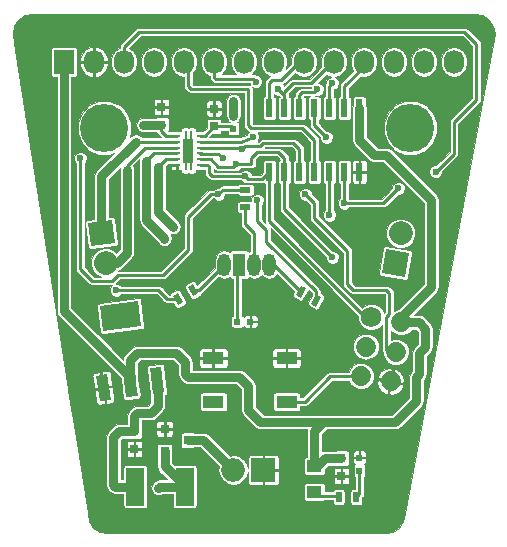
<source format=gtl>
G04 #@! TF.FileFunction,Copper,L1,Top,Signal*
%FSLAX46Y46*%
G04 Gerber Fmt 4.6, Leading zero omitted, Abs format (unit mm)*
G04 Created by KiCad (PCBNEW 4.0.1-stable) date 2016 March 22, Tuesday 17:13:29*
%MOMM*%
G01*
G04 APERTURE LIST*
%ADD10C,0.100000*%
%ADD11C,0.600000*%
%ADD12R,0.500000X0.600000*%
%ADD13R,0.750000X0.800000*%
%ADD14R,0.500000X0.900000*%
%ADD15R,0.900000X0.500000*%
%ADD16R,0.600000X0.500000*%
%ADD17R,1.727200X2.032000*%
%ADD18O,1.727200X2.032000*%
%ADD19R,0.900000X2.000000*%
%ADD20R,0.250000X0.700000*%
%ADD21R,0.500000X0.280000*%
%ADD22R,0.800100X0.800100*%
%ADD23R,0.600000X1.500000*%
%ADD24R,1.800000X1.100000*%
%ADD25O,1.117600X1.905000*%
%ADD26R,1.117600X1.905000*%
%ADD27R,1.500000X3.200000*%
%ADD28C,4.064000*%
%ADD29C,1.727200*%
%ADD30C,1.727200*%
%ADD31R,1.250000X1.000000*%
%ADD32O,1.998980X1.998980*%
%ADD33R,1.998980X1.998980*%
%ADD34C,1.998980*%
%ADD35C,0.250000*%
%ADD36C,0.750000*%
G04 APERTURE END LIST*
D10*
D11*
X138303000Y-80137000D03*
X137033000Y-80137000D03*
X137668000Y-79375000D03*
X137668000Y-74041000D03*
X137033000Y-73279000D03*
X138303000Y-73279000D03*
X137668000Y-76581000D03*
X137668000Y-77216000D03*
D12*
X152146000Y-103674000D03*
X152146000Y-102574000D03*
D13*
X133096000Y-100342000D03*
X133096000Y-101842000D03*
X150622000Y-102628000D03*
X150622000Y-104128000D03*
D14*
X150380000Y-105918000D03*
X151880000Y-105918000D03*
D15*
X142494000Y-81395000D03*
X142494000Y-79895000D03*
D10*
G36*
X146736975Y-88789711D02*
X147186975Y-88010289D01*
X147619987Y-88260289D01*
X147169987Y-89039711D01*
X146736975Y-88789711D01*
X146736975Y-88789711D01*
G37*
G36*
X148036013Y-89539711D02*
X148486013Y-88760289D01*
X148919025Y-89010289D01*
X148469025Y-89789711D01*
X148036013Y-89539711D01*
X148036013Y-89539711D01*
G37*
G36*
X138055025Y-87883289D02*
X138505025Y-88662711D01*
X138072013Y-88912711D01*
X137622013Y-88133289D01*
X138055025Y-87883289D01*
X138055025Y-87883289D01*
G37*
G36*
X136755987Y-88633289D02*
X137205987Y-89412711D01*
X136772975Y-89662711D01*
X136322975Y-88883289D01*
X136755987Y-88633289D01*
X136755987Y-88633289D01*
G37*
D12*
X141478000Y-73618000D03*
X141478000Y-74718000D03*
D16*
X141817000Y-91059000D03*
X142917000Y-91059000D03*
D17*
X127127000Y-69088000D03*
D18*
X129667000Y-69088000D03*
X132207000Y-69088000D03*
X134747000Y-69088000D03*
X137287000Y-69088000D03*
X139827000Y-69088000D03*
X142367000Y-69088000D03*
X144907000Y-69088000D03*
X147447000Y-69088000D03*
X149987000Y-69088000D03*
X152527000Y-69088000D03*
X155067000Y-69088000D03*
X157607000Y-69088000D03*
X160147000Y-69088000D03*
D19*
X137668000Y-76581000D03*
D20*
X137418000Y-77931000D03*
X137418000Y-75231000D03*
X137918000Y-77931000D03*
X137918000Y-75231000D03*
D21*
X138618000Y-75331000D03*
X138618000Y-75831000D03*
X138618000Y-76331000D03*
X138618000Y-76831000D03*
X138618000Y-77331000D03*
X138618000Y-77831000D03*
X136718000Y-75331000D03*
X136718000Y-75831000D03*
X136718000Y-76331000D03*
X136718000Y-76831000D03*
X136718000Y-77331000D03*
X136718000Y-77831000D03*
D22*
X135651240Y-100142000D03*
X135651240Y-102042000D03*
X137650220Y-101092000D03*
D13*
X139827000Y-74537000D03*
X139827000Y-73037000D03*
X135382000Y-74410000D03*
X135382000Y-72910000D03*
D23*
X152146000Y-72992000D03*
X150876000Y-72992000D03*
X149606000Y-72992000D03*
X148336000Y-72992000D03*
X147066000Y-72992000D03*
X145796000Y-72992000D03*
X144526000Y-72992000D03*
X144526000Y-78392000D03*
X145796000Y-78392000D03*
X147066000Y-78392000D03*
X148336000Y-78392000D03*
X149606000Y-78392000D03*
X150876000Y-78392000D03*
X152146000Y-78392000D03*
D24*
X139775000Y-94162000D03*
X145975000Y-94162000D03*
X145975000Y-97862000D03*
X139775000Y-97862000D03*
D25*
X140716000Y-86233000D03*
D26*
X141986000Y-86233000D03*
D25*
X143256000Y-86233000D03*
X144526000Y-86233000D03*
D27*
X133155000Y-105029000D03*
X137355000Y-105029000D03*
D28*
X156464000Y-74676000D03*
X130556000Y-74676000D03*
D11*
X137668000Y-75946000D03*
D29*
X153162000Y-90678000D03*
D30*
X155663412Y-91119066D02*
X155663412Y-91119066D01*
X152720934Y-93179412D02*
X152720934Y-93179412D01*
X155222345Y-93620478D02*
X155222345Y-93620478D01*
X152279867Y-95680823D02*
X152279867Y-95680823D01*
X154781279Y-96121890D02*
X154781279Y-96121890D01*
D31*
X148336000Y-105494000D03*
X148336000Y-103294000D03*
D10*
G36*
X134694453Y-97154324D02*
X134395231Y-95025248D01*
X135335985Y-94893034D01*
X135635207Y-97022110D01*
X134694453Y-97154324D01*
X134694453Y-97154324D01*
G37*
G36*
X130139219Y-97794521D02*
X129839997Y-95665445D01*
X130780751Y-95533231D01*
X131079973Y-97662307D01*
X130139219Y-97794521D01*
X130139219Y-97794521D01*
G37*
G36*
X130470823Y-91890917D02*
X130171601Y-89761841D01*
X133389973Y-89309529D01*
X133689195Y-91438605D01*
X130470823Y-91890917D01*
X130470823Y-91890917D01*
G37*
G36*
X132416836Y-97474422D02*
X132117614Y-95345346D01*
X133058368Y-95213132D01*
X133357590Y-97342208D01*
X132416836Y-97474422D01*
X132416836Y-97474422D01*
G37*
D32*
X141478000Y-103632000D03*
D33*
X144018000Y-103632000D03*
D34*
X130655500Y-86081281D02*
X130655500Y-86081281D01*
D10*
G36*
X129173135Y-82715339D02*
X131152661Y-82437135D01*
X131430865Y-84416661D01*
X129451339Y-84694865D01*
X129173135Y-82715339D01*
X129173135Y-82715339D01*
G37*
D34*
X155635066Y-83604588D02*
X155635066Y-83604588D01*
D10*
G36*
X156004746Y-87263865D02*
X154036135Y-86916746D01*
X154383254Y-84948135D01*
X156351865Y-85295254D01*
X156004746Y-87263865D01*
X156004746Y-87263865D01*
G37*
D11*
X135128000Y-105156000D03*
X133858000Y-74422000D03*
X141478000Y-72390000D03*
X149352000Y-75438000D03*
X148590000Y-71374000D03*
X140589000Y-77216000D03*
X147574000Y-80264000D03*
X142494000Y-78740000D03*
X128524000Y-77216000D03*
X149606000Y-82042000D03*
X140208000Y-80264000D03*
X135636000Y-84074000D03*
X136398000Y-83058000D03*
X131572000Y-88392000D03*
X149860000Y-70866000D03*
X143129000Y-75438000D03*
X145288000Y-71374000D03*
X141732000Y-77724000D03*
X149860000Y-85598000D03*
X143383000Y-70739000D03*
X142240000Y-76454000D03*
X158623000Y-78359000D03*
X155448000Y-79756000D03*
X150876000Y-81026000D03*
X143510000Y-80772000D03*
D35*
X136718000Y-75331000D02*
X135783000Y-75331000D01*
X135382000Y-74930000D02*
X135382000Y-74410000D01*
X135783000Y-75331000D02*
X135382000Y-74930000D01*
D36*
X135382000Y-74410000D02*
X133870000Y-74410000D01*
X135255000Y-105029000D02*
X137355000Y-105029000D01*
X135128000Y-105156000D02*
X135255000Y-105029000D01*
X133870000Y-74410000D02*
X133858000Y-74422000D01*
X135651240Y-102042000D02*
X135651240Y-103325240D01*
X135651240Y-103325240D02*
X137355000Y-105029000D01*
X148336000Y-103294000D02*
X148547000Y-103294000D01*
X148547000Y-103294000D02*
X149213000Y-102628000D01*
X149213000Y-102628000D02*
X150622000Y-102628000D01*
X148336000Y-103294000D02*
X148336000Y-100330000D01*
X148336000Y-100330000D02*
X149098000Y-99568000D01*
X133604000Y-93726000D02*
X133350000Y-93726000D01*
X133604000Y-93726000D02*
X136652000Y-93726000D01*
X136652000Y-93726000D02*
X137414000Y-94488000D01*
X137414000Y-94488000D02*
X137414000Y-95504000D01*
X137414000Y-95504000D02*
X137668000Y-95758000D01*
X137668000Y-95758000D02*
X141986000Y-95758000D01*
X141986000Y-95758000D02*
X142748000Y-96520000D01*
X142748000Y-96520000D02*
X142748000Y-98552000D01*
X142748000Y-98552000D02*
X143764000Y-99568000D01*
X149098000Y-99568000D02*
X143764000Y-99568000D01*
X132737602Y-94338398D02*
X132737602Y-96343777D01*
X133350000Y-93726000D02*
X132737602Y-94338398D01*
X127127000Y-90043000D02*
X127127000Y-90170000D01*
X127127000Y-69088000D02*
X127127000Y-90043000D01*
X127127000Y-90170000D02*
X132737602Y-95780602D01*
X132737602Y-95780602D02*
X132737602Y-96343777D01*
X141478000Y-73618000D02*
X141478000Y-72390000D01*
X132793550Y-95709550D02*
X132793550Y-96741865D01*
X152146000Y-72992000D02*
X152146000Y-75692000D01*
X158242000Y-88138000D02*
X155663412Y-90716588D01*
X158242000Y-80772000D02*
X158242000Y-88138000D01*
X154432000Y-76962000D02*
X158242000Y-80772000D01*
X153416000Y-76962000D02*
X154432000Y-76962000D01*
X152146000Y-75692000D02*
X153416000Y-76962000D01*
X155663412Y-90716588D02*
X155663412Y-91119066D01*
X155663412Y-91119066D02*
X157159066Y-91119066D01*
X157159066Y-91119066D02*
X157734000Y-91694000D01*
X157734000Y-91694000D02*
X157734000Y-93218000D01*
X157734000Y-93218000D02*
X157226000Y-93726000D01*
X157226000Y-93726000D02*
X157226000Y-95504000D01*
X157226000Y-95504000D02*
X156972000Y-95758000D01*
X156972000Y-95758000D02*
X156972000Y-97790000D01*
X156972000Y-97790000D02*
X155194000Y-99568000D01*
X155194000Y-99568000D02*
X149098000Y-99568000D01*
D35*
X148336000Y-105813860D02*
X150275860Y-105813860D01*
X150275860Y-105813860D02*
X150380000Y-105918000D01*
X141817000Y-91059000D02*
X141817000Y-86402000D01*
X141817000Y-86402000D02*
X141986000Y-86233000D01*
X148336000Y-72992000D02*
X148336000Y-74422000D01*
X148336000Y-74422000D02*
X149352000Y-75438000D01*
X152279867Y-95680823D02*
X149683177Y-95680823D01*
X149683177Y-95680823D02*
X147502000Y-97862000D01*
X147502000Y-97862000D02*
X145975000Y-97862000D01*
X147066000Y-71882000D02*
X147320000Y-71628000D01*
X147320000Y-71628000D02*
X148336000Y-71628000D01*
X148336000Y-71628000D02*
X148590000Y-71374000D01*
X147066000Y-72992000D02*
X147066000Y-71882000D01*
X140208000Y-76835000D02*
X138622000Y-76835000D01*
X140589000Y-77216000D02*
X140208000Y-76835000D01*
X138622000Y-76835000D02*
X138618000Y-76831000D01*
X147447000Y-69088000D02*
X147066000Y-69088000D01*
X147066000Y-69088000D02*
X145542000Y-70612000D01*
X144526000Y-70866000D02*
X144526000Y-72992000D01*
X144780000Y-70612000D02*
X144526000Y-70866000D01*
X145542000Y-70612000D02*
X144780000Y-70612000D01*
X154432000Y-92456000D02*
X154432000Y-93472000D01*
X154432000Y-90678000D02*
X154432000Y-92456000D01*
X154686000Y-90424000D02*
X154432000Y-90678000D01*
X154686000Y-89662000D02*
X154686000Y-90424000D01*
X154432000Y-93472000D02*
X154580478Y-93620478D01*
X154580478Y-93620478D02*
X155222345Y-93620478D01*
X147447000Y-69088000D02*
X147320000Y-69088000D01*
X147574000Y-80264000D02*
X148336000Y-81026000D01*
X148336000Y-81026000D02*
X148336000Y-82296000D01*
X154686000Y-88646000D02*
X154686000Y-89662000D01*
X154432000Y-88392000D02*
X154686000Y-88646000D01*
X151638000Y-88392000D02*
X154432000Y-88392000D01*
X151130000Y-87884000D02*
X151638000Y-88392000D01*
X151130000Y-85598000D02*
X151130000Y-87884000D01*
X151130000Y-85090000D02*
X151130000Y-85598000D01*
X148336000Y-82296000D02*
X151130000Y-85090000D01*
X138618000Y-77831000D02*
X139299000Y-77831000D01*
X139700000Y-78740000D02*
X142494000Y-78740000D01*
X139446000Y-78486000D02*
X139700000Y-78740000D01*
X139446000Y-77978000D02*
X139446000Y-78486000D01*
X139299000Y-77831000D02*
X139446000Y-77978000D01*
X142494000Y-78740000D02*
X142748000Y-78994000D01*
X142748000Y-78994000D02*
X143924000Y-78994000D01*
X143924000Y-78994000D02*
X144526000Y-78392000D01*
X144526000Y-78392000D02*
X144526000Y-82550000D01*
X144526000Y-82550000D02*
X152654000Y-90678000D01*
X152654000Y-90678000D02*
X153162000Y-90678000D01*
X128524000Y-86614000D02*
X128524000Y-77216000D01*
X129540000Y-87630000D02*
X128524000Y-86614000D01*
X149606000Y-78392000D02*
X149606000Y-82042000D01*
X140577000Y-79895000D02*
X142494000Y-79895000D01*
X131191000Y-87630000D02*
X129540000Y-87630000D01*
X131699000Y-87122000D02*
X131191000Y-87630000D01*
X135509000Y-87122000D02*
X131699000Y-87122000D01*
X137668000Y-84963000D02*
X135509000Y-87122000D01*
X137668000Y-82169000D02*
X137668000Y-84963000D01*
X139573000Y-80264000D02*
X137668000Y-82169000D01*
X140208000Y-80264000D02*
X139573000Y-80264000D01*
X140208000Y-80264000D02*
X140577000Y-79895000D01*
X152146000Y-103674000D02*
X152146000Y-105652000D01*
X152146000Y-105652000D02*
X151880000Y-105918000D01*
D36*
X133223000Y-75831000D02*
X133211000Y-75831000D01*
X133211000Y-75831000D02*
X130302000Y-78740000D01*
D35*
X136718000Y-75831000D02*
X133223000Y-75831000D01*
D36*
X130302000Y-78740000D02*
X130302000Y-83566000D01*
D35*
X136718000Y-76331000D02*
X133981000Y-76331000D01*
X132461000Y-77851000D02*
X132461000Y-78232000D01*
X133981000Y-76331000D02*
X132461000Y-77851000D01*
D36*
X132461000Y-85217000D02*
X132461000Y-78232000D01*
X132461000Y-78232000D02*
X132461000Y-78486000D01*
X132461000Y-85217000D02*
X131596719Y-86081281D01*
X130655500Y-86081281D02*
X131596719Y-86081281D01*
X135636000Y-84074000D02*
X135636000Y-83947000D01*
X135636000Y-83947000D02*
X134112000Y-82423000D01*
X134112000Y-82423000D02*
X134112000Y-77470000D01*
D35*
X134751000Y-76831000D02*
X136718000Y-76831000D01*
X134751000Y-76831000D02*
X134112000Y-77470000D01*
D36*
X136398000Y-83058000D02*
X135128000Y-81788000D01*
D35*
X136718000Y-77331000D02*
X135775000Y-77331000D01*
X135775000Y-77331000D02*
X135128000Y-77978000D01*
D36*
X135128000Y-81788000D02*
X135128000Y-77978000D01*
X135057302Y-96065762D02*
X135057302Y-98227302D01*
X135057302Y-98227302D02*
X134478604Y-98806000D01*
X134478604Y-98806000D02*
X133350000Y-98806000D01*
X133350000Y-98806000D02*
X133096000Y-99060000D01*
X133096000Y-99060000D02*
X133096000Y-100342000D01*
X135057302Y-96065762D02*
X135015219Y-96023679D01*
X133096000Y-100342000D02*
X131814000Y-100342000D01*
X131814000Y-100342000D02*
X131318000Y-100838000D01*
X131318000Y-100838000D02*
X131318000Y-104902000D01*
X131318000Y-104902000D02*
X131445000Y-105029000D01*
X131445000Y-105029000D02*
X133155000Y-105029000D01*
D35*
X138063519Y-88398000D02*
X138551000Y-88398000D01*
X138551000Y-88398000D02*
X140716000Y-86233000D01*
X142494000Y-81395000D02*
X142494000Y-82804000D01*
X143256000Y-83566000D02*
X143256000Y-86233000D01*
X142494000Y-82804000D02*
X143256000Y-83566000D01*
X144526000Y-86233000D02*
X144886481Y-86233000D01*
X144886481Y-86233000D02*
X147178481Y-88525000D01*
X135128000Y-88392000D02*
X131572000Y-88392000D01*
X142494000Y-71374000D02*
X137922000Y-71374000D01*
X136764481Y-89148000D02*
X135884000Y-89148000D01*
X135884000Y-89148000D02*
X135128000Y-88392000D01*
X148336000Y-78392000D02*
X148336000Y-75692000D01*
X137668000Y-71120000D02*
X137668000Y-69469000D01*
X137922000Y-71374000D02*
X137668000Y-71120000D01*
X142748000Y-71374000D02*
X142494000Y-71374000D01*
X142748000Y-74422000D02*
X142748000Y-71374000D01*
X143002000Y-74676000D02*
X142748000Y-74422000D01*
X147320000Y-74676000D02*
X143002000Y-74676000D01*
X148336000Y-75692000D02*
X147320000Y-74676000D01*
X137668000Y-69469000D02*
X137287000Y-69088000D01*
X149606000Y-72992000D02*
X149606000Y-71120000D01*
X149606000Y-71120000D02*
X149860000Y-70866000D01*
X155067000Y-69088000D02*
X155067000Y-69215000D01*
X138618000Y-75831000D02*
X142101000Y-75831000D01*
X142101000Y-75831000D02*
X143129000Y-75438000D01*
X145796000Y-71882000D02*
X145796000Y-72992000D01*
X145288000Y-71374000D02*
X145796000Y-71882000D01*
X149987000Y-69088000D02*
X149860000Y-69088000D01*
X149860000Y-69088000D02*
X148082000Y-70866000D01*
X148082000Y-70866000D02*
X146558000Y-70866000D01*
X146558000Y-70866000D02*
X145796000Y-71628000D01*
X145796000Y-71628000D02*
X145796000Y-72992000D01*
X141732000Y-77724000D02*
X143002000Y-77724000D01*
X143002000Y-77724000D02*
X143002000Y-77216000D01*
X143002000Y-77216000D02*
X143510000Y-76708000D01*
X143510000Y-76708000D02*
X145288000Y-76708000D01*
X145288000Y-76708000D02*
X145796000Y-77216000D01*
X145796000Y-77216000D02*
X145796000Y-78392000D01*
X140208000Y-77978000D02*
X141478000Y-77978000D01*
X139561000Y-77331000D02*
X140208000Y-77978000D01*
X138618000Y-77331000D02*
X139561000Y-77331000D01*
X141478000Y-77978000D02*
X141732000Y-77724000D01*
X149860000Y-85598000D02*
X145796000Y-81534000D01*
X145796000Y-81534000D02*
X145796000Y-78392000D01*
X142494000Y-76200000D02*
X142240000Y-76454000D01*
X143764000Y-76200000D02*
X142494000Y-76200000D01*
X144018000Y-75946000D02*
X143764000Y-76200000D01*
X146558000Y-75946000D02*
X144018000Y-75946000D01*
X146558000Y-75946000D02*
X147066000Y-76454000D01*
X147066000Y-78392000D02*
X147066000Y-76454000D01*
X138618000Y-76331000D02*
X142117000Y-76331000D01*
X139827000Y-70358000D02*
X139827000Y-69088000D01*
X139954000Y-70485000D02*
X139827000Y-70358000D01*
X143129000Y-70485000D02*
X139954000Y-70485000D01*
X143383000Y-70739000D02*
X143129000Y-70485000D01*
X142117000Y-76331000D02*
X142240000Y-76454000D01*
X152527000Y-69088000D02*
X152527000Y-69469000D01*
X152527000Y-69469000D02*
X150876000Y-71120000D01*
X150876000Y-71120000D02*
X150876000Y-72992000D01*
X132207000Y-67818000D02*
X133477000Y-66548000D01*
X133477000Y-66548000D02*
X161036000Y-66548000D01*
X161036000Y-66548000D02*
X162052000Y-67564000D01*
X162052000Y-67564000D02*
X162052000Y-72263000D01*
X162052000Y-72263000D02*
X160147000Y-74168000D01*
X160147000Y-74168000D02*
X160147000Y-76835000D01*
X160147000Y-76835000D02*
X158623000Y-78359000D01*
X132207000Y-69088000D02*
X132207000Y-67818000D01*
X154178000Y-81026000D02*
X150876000Y-81026000D01*
X155448000Y-79756000D02*
X154178000Y-81026000D01*
X148477519Y-89275000D02*
X148477519Y-88504481D01*
X150876000Y-81026000D02*
X150876000Y-78392000D01*
X143510000Y-82550000D02*
X143510000Y-80772000D01*
X144272000Y-83312000D02*
X143510000Y-82550000D01*
X144272000Y-84298962D02*
X144272000Y-83312000D01*
X148477519Y-88504481D02*
X144272000Y-84298962D01*
D36*
X137650220Y-101092000D02*
X138938000Y-101092000D01*
X138938000Y-101092000D02*
X141478000Y-103632000D01*
D35*
X139827000Y-74537000D02*
X141297000Y-74537000D01*
X141297000Y-74537000D02*
X141478000Y-74718000D01*
X138618000Y-75331000D02*
X139033000Y-75331000D01*
X139033000Y-75331000D02*
X139827000Y-74537000D01*
D10*
G36*
X162566222Y-65126955D02*
X163109822Y-65490178D01*
X163473045Y-66033778D01*
X163600843Y-66676262D01*
X155989090Y-107272277D01*
X155853045Y-107956222D01*
X155489822Y-108499822D01*
X154946222Y-108863045D01*
X154282838Y-108995000D01*
X130832162Y-108995000D01*
X130168778Y-108863045D01*
X129625178Y-108499822D01*
X129261955Y-107956222D01*
X129126585Y-107275670D01*
X128120700Y-100838000D01*
X130693000Y-100838000D01*
X130693000Y-104902000D01*
X130740575Y-105141177D01*
X130876058Y-105343942D01*
X131003058Y-105470942D01*
X131205822Y-105606425D01*
X131445000Y-105654000D01*
X132150103Y-105654000D01*
X132150103Y-106629000D01*
X132167535Y-106721644D01*
X132222288Y-106806732D01*
X132305831Y-106863815D01*
X132405000Y-106883897D01*
X133905000Y-106883897D01*
X133997644Y-106866465D01*
X134082732Y-106811712D01*
X134139815Y-106728169D01*
X134159897Y-106629000D01*
X134159897Y-105156000D01*
X134503000Y-105156000D01*
X134550575Y-105395177D01*
X134686058Y-105597942D01*
X134888823Y-105733425D01*
X135128000Y-105781000D01*
X135367177Y-105733425D01*
X135486045Y-105654000D01*
X136350103Y-105654000D01*
X136350103Y-106629000D01*
X136367535Y-106721644D01*
X136422288Y-106806732D01*
X136505831Y-106863815D01*
X136605000Y-106883897D01*
X138105000Y-106883897D01*
X138197644Y-106866465D01*
X138282732Y-106811712D01*
X138339815Y-106728169D01*
X138359897Y-106629000D01*
X138359897Y-104994000D01*
X147456103Y-104994000D01*
X147456103Y-105994000D01*
X147473535Y-106086644D01*
X147528288Y-106171732D01*
X147611831Y-106228815D01*
X147711000Y-106248897D01*
X148961000Y-106248897D01*
X149053644Y-106231465D01*
X149119854Y-106188860D01*
X149875103Y-106188860D01*
X149875103Y-106368000D01*
X149892535Y-106460644D01*
X149947288Y-106545732D01*
X150030831Y-106602815D01*
X150130000Y-106622897D01*
X150630000Y-106622897D01*
X150722644Y-106605465D01*
X150807732Y-106550712D01*
X150864815Y-106467169D01*
X150884897Y-106368000D01*
X150884897Y-105468000D01*
X151375103Y-105468000D01*
X151375103Y-106368000D01*
X151392535Y-106460644D01*
X151447288Y-106545732D01*
X151530831Y-106602815D01*
X151630000Y-106622897D01*
X152130000Y-106622897D01*
X152222644Y-106605465D01*
X152307732Y-106550712D01*
X152364815Y-106467169D01*
X152384897Y-106368000D01*
X152384897Y-105943433D01*
X152411165Y-105917165D01*
X152492455Y-105795506D01*
X152521000Y-105652000D01*
X152521000Y-104190644D01*
X152573732Y-104156712D01*
X152630815Y-104073169D01*
X152650897Y-103974000D01*
X152650897Y-103374000D01*
X152633465Y-103281356D01*
X152578712Y-103196268D01*
X152511985Y-103150675D01*
X152565936Y-103128328D01*
X152650328Y-103043937D01*
X152696000Y-102933674D01*
X152696000Y-102724000D01*
X152621000Y-102649000D01*
X152221000Y-102649000D01*
X152221000Y-102669000D01*
X152071000Y-102669000D01*
X152071000Y-102649000D01*
X151671000Y-102649000D01*
X151596000Y-102724000D01*
X151596000Y-102933674D01*
X151641672Y-103043937D01*
X151726064Y-103128328D01*
X151780847Y-103151019D01*
X151718268Y-103191288D01*
X151661185Y-103274831D01*
X151641103Y-103374000D01*
X151641103Y-103974000D01*
X151658535Y-104066644D01*
X151713288Y-104151732D01*
X151771000Y-104191165D01*
X151771000Y-105213103D01*
X151630000Y-105213103D01*
X151537356Y-105230535D01*
X151452268Y-105285288D01*
X151395185Y-105368831D01*
X151375103Y-105468000D01*
X150884897Y-105468000D01*
X150867465Y-105375356D01*
X150812712Y-105290268D01*
X150729169Y-105233185D01*
X150630000Y-105213103D01*
X150130000Y-105213103D01*
X150037356Y-105230535D01*
X149952268Y-105285288D01*
X149895185Y-105368831D01*
X149881004Y-105438860D01*
X149215897Y-105438860D01*
X149215897Y-104994000D01*
X149198465Y-104901356D01*
X149143712Y-104816268D01*
X149060169Y-104759185D01*
X148961000Y-104739103D01*
X147711000Y-104739103D01*
X147618356Y-104756535D01*
X147533268Y-104811288D01*
X147476185Y-104894831D01*
X147456103Y-104994000D01*
X138359897Y-104994000D01*
X138359897Y-103429000D01*
X138342465Y-103336356D01*
X138287712Y-103251268D01*
X138204169Y-103194185D01*
X138105000Y-103174103D01*
X136605000Y-103174103D01*
X136512356Y-103191535D01*
X136444855Y-103234971D01*
X136276240Y-103066356D01*
X136276240Y-102555657D01*
X136286105Y-102541219D01*
X136306187Y-102442050D01*
X136306187Y-101641950D01*
X136288755Y-101549306D01*
X136234002Y-101464218D01*
X136150459Y-101407135D01*
X136051290Y-101387053D01*
X135251190Y-101387053D01*
X135158546Y-101404485D01*
X135073458Y-101459238D01*
X135016375Y-101542781D01*
X134996293Y-101641950D01*
X134996293Y-102442050D01*
X135013725Y-102534694D01*
X135026240Y-102554143D01*
X135026240Y-103325240D01*
X135073815Y-103564417D01*
X135209298Y-103767182D01*
X135846116Y-104404000D01*
X135255000Y-104404000D01*
X135015822Y-104451575D01*
X134813058Y-104587058D01*
X134686058Y-104714058D01*
X134550575Y-104916823D01*
X134503000Y-105156000D01*
X134159897Y-105156000D01*
X134159897Y-103429000D01*
X134142465Y-103336356D01*
X134087712Y-103251268D01*
X134004169Y-103194185D01*
X133905000Y-103174103D01*
X132405000Y-103174103D01*
X132312356Y-103191535D01*
X132227268Y-103246288D01*
X132170185Y-103329831D01*
X132150103Y-103429000D01*
X132150103Y-104404000D01*
X131943000Y-104404000D01*
X131943000Y-101992000D01*
X132421000Y-101992000D01*
X132421000Y-102301674D01*
X132466672Y-102411937D01*
X132551064Y-102496328D01*
X132661327Y-102542000D01*
X132946000Y-102542000D01*
X133021000Y-102467000D01*
X133021000Y-101917000D01*
X133171000Y-101917000D01*
X133171000Y-102467000D01*
X133246000Y-102542000D01*
X133530673Y-102542000D01*
X133640936Y-102496328D01*
X133725328Y-102411937D01*
X133771000Y-102301674D01*
X133771000Y-101992000D01*
X133696000Y-101917000D01*
X133171000Y-101917000D01*
X133021000Y-101917000D01*
X132496000Y-101917000D01*
X132421000Y-101992000D01*
X131943000Y-101992000D01*
X131943000Y-101382326D01*
X132421000Y-101382326D01*
X132421000Y-101692000D01*
X132496000Y-101767000D01*
X133021000Y-101767000D01*
X133021000Y-101217000D01*
X133171000Y-101217000D01*
X133171000Y-101767000D01*
X133696000Y-101767000D01*
X133771000Y-101692000D01*
X133771000Y-101382326D01*
X133725328Y-101272063D01*
X133640936Y-101187672D01*
X133530673Y-101142000D01*
X133246000Y-101142000D01*
X133171000Y-101217000D01*
X133021000Y-101217000D01*
X132946000Y-101142000D01*
X132661327Y-101142000D01*
X132551064Y-101187672D01*
X132466672Y-101272063D01*
X132421000Y-101382326D01*
X131943000Y-101382326D01*
X131943000Y-101096884D01*
X132072884Y-100967000D01*
X132607466Y-100967000D01*
X132621831Y-100976815D01*
X132721000Y-100996897D01*
X133471000Y-100996897D01*
X133563644Y-100979465D01*
X133648732Y-100924712D01*
X133705815Y-100841169D01*
X133725897Y-100742000D01*
X133725897Y-100292000D01*
X134951190Y-100292000D01*
X134951190Y-100601724D01*
X134996862Y-100711987D01*
X135081254Y-100796378D01*
X135191517Y-100842050D01*
X135501240Y-100842050D01*
X135576240Y-100767050D01*
X135576240Y-100217000D01*
X135726240Y-100217000D01*
X135726240Y-100767050D01*
X135801240Y-100842050D01*
X136110963Y-100842050D01*
X136221226Y-100796378D01*
X136305618Y-100711987D01*
X136313917Y-100691950D01*
X136995273Y-100691950D01*
X136995273Y-101492050D01*
X137012705Y-101584694D01*
X137067458Y-101669782D01*
X137151001Y-101726865D01*
X137250170Y-101746947D01*
X138050270Y-101746947D01*
X138142914Y-101729515D01*
X138162363Y-101717000D01*
X138679116Y-101717000D01*
X140268751Y-103306634D01*
X140204031Y-103632000D01*
X140299143Y-104110159D01*
X140569998Y-104515523D01*
X140975362Y-104786378D01*
X141453521Y-104881490D01*
X141502479Y-104881490D01*
X141980638Y-104786378D01*
X142386002Y-104515523D01*
X142656857Y-104110159D01*
X142718510Y-103800209D01*
X142718510Y-104691163D01*
X142764182Y-104801426D01*
X142848573Y-104885818D01*
X142958836Y-104931490D01*
X143868000Y-104931490D01*
X143943000Y-104856490D01*
X143943000Y-103707000D01*
X144093000Y-103707000D01*
X144093000Y-104856490D01*
X144168000Y-104931490D01*
X145077164Y-104931490D01*
X145187427Y-104885818D01*
X145271818Y-104801426D01*
X145317490Y-104691163D01*
X145317490Y-104278000D01*
X149947000Y-104278000D01*
X149947000Y-104587674D01*
X149992672Y-104697937D01*
X150077064Y-104782328D01*
X150187327Y-104828000D01*
X150472000Y-104828000D01*
X150547000Y-104753000D01*
X150547000Y-104203000D01*
X150697000Y-104203000D01*
X150697000Y-104753000D01*
X150772000Y-104828000D01*
X151056673Y-104828000D01*
X151166936Y-104782328D01*
X151251328Y-104697937D01*
X151297000Y-104587674D01*
X151297000Y-104278000D01*
X151222000Y-104203000D01*
X150697000Y-104203000D01*
X150547000Y-104203000D01*
X150022000Y-104203000D01*
X149947000Y-104278000D01*
X145317490Y-104278000D01*
X145317490Y-103782000D01*
X145242490Y-103707000D01*
X144093000Y-103707000D01*
X143943000Y-103707000D01*
X143923000Y-103707000D01*
X143923000Y-103557000D01*
X143943000Y-103557000D01*
X143943000Y-102407510D01*
X144093000Y-102407510D01*
X144093000Y-103557000D01*
X145242490Y-103557000D01*
X145317490Y-103482000D01*
X145317490Y-102572837D01*
X145271818Y-102462574D01*
X145187427Y-102378182D01*
X145077164Y-102332510D01*
X144168000Y-102332510D01*
X144093000Y-102407510D01*
X143943000Y-102407510D01*
X143868000Y-102332510D01*
X142958836Y-102332510D01*
X142848573Y-102378182D01*
X142764182Y-102462574D01*
X142718510Y-102572837D01*
X142718510Y-103463791D01*
X142656857Y-103153841D01*
X142386002Y-102748477D01*
X141980638Y-102477622D01*
X141502479Y-102382510D01*
X141453521Y-102382510D01*
X141168990Y-102439107D01*
X139379942Y-100650058D01*
X139177177Y-100514575D01*
X138938000Y-100467000D01*
X138163877Y-100467000D01*
X138149439Y-100457135D01*
X138050270Y-100437053D01*
X137250170Y-100437053D01*
X137157526Y-100454485D01*
X137072438Y-100509238D01*
X137015355Y-100592781D01*
X136995273Y-100691950D01*
X136313917Y-100691950D01*
X136351290Y-100601724D01*
X136351290Y-100292000D01*
X136276290Y-100217000D01*
X135726240Y-100217000D01*
X135576240Y-100217000D01*
X135026190Y-100217000D01*
X134951190Y-100292000D01*
X133725897Y-100292000D01*
X133725897Y-99942000D01*
X133721000Y-99915974D01*
X133721000Y-99682276D01*
X134951190Y-99682276D01*
X134951190Y-99992000D01*
X135026190Y-100067000D01*
X135576240Y-100067000D01*
X135576240Y-99516950D01*
X135726240Y-99516950D01*
X135726240Y-100067000D01*
X136276290Y-100067000D01*
X136351290Y-99992000D01*
X136351290Y-99682276D01*
X136305618Y-99572013D01*
X136221226Y-99487622D01*
X136110963Y-99441950D01*
X135801240Y-99441950D01*
X135726240Y-99516950D01*
X135576240Y-99516950D01*
X135501240Y-99441950D01*
X135191517Y-99441950D01*
X135081254Y-99487622D01*
X134996862Y-99572013D01*
X134951190Y-99682276D01*
X133721000Y-99682276D01*
X133721000Y-99431000D01*
X134478604Y-99431000D01*
X134717781Y-99383425D01*
X134920546Y-99247942D01*
X135499241Y-98669246D01*
X135499244Y-98669244D01*
X135634727Y-98466479D01*
X135644967Y-98415000D01*
X135682303Y-98227302D01*
X135682302Y-98227297D01*
X135682302Y-97312000D01*
X138620103Y-97312000D01*
X138620103Y-98412000D01*
X138637535Y-98504644D01*
X138692288Y-98589732D01*
X138775831Y-98646815D01*
X138875000Y-98666897D01*
X140675000Y-98666897D01*
X140767644Y-98649465D01*
X140852732Y-98594712D01*
X140909815Y-98511169D01*
X140929897Y-98412000D01*
X140929897Y-97312000D01*
X140912465Y-97219356D01*
X140857712Y-97134268D01*
X140774169Y-97077185D01*
X140675000Y-97057103D01*
X138875000Y-97057103D01*
X138782356Y-97074535D01*
X138697268Y-97129288D01*
X138640185Y-97212831D01*
X138620103Y-97312000D01*
X135682302Y-97312000D01*
X135682302Y-97270603D01*
X135759998Y-97244370D01*
X135836638Y-97178308D01*
X135881538Y-97087634D01*
X135887623Y-96986635D01*
X135588401Y-94857559D01*
X135558245Y-94768243D01*
X135492184Y-94691603D01*
X135401509Y-94646703D01*
X135300510Y-94640618D01*
X134359756Y-94772832D01*
X134270440Y-94802988D01*
X134193800Y-94869050D01*
X134148900Y-94959724D01*
X134142815Y-95060723D01*
X134432302Y-97120531D01*
X134432302Y-97968419D01*
X134219720Y-98181000D01*
X133350000Y-98181000D01*
X133110822Y-98228575D01*
X132908058Y-98364058D01*
X132654058Y-98618058D01*
X132518575Y-98820823D01*
X132471000Y-99060000D01*
X132471000Y-99717000D01*
X131814000Y-99717000D01*
X131574823Y-99764575D01*
X131372058Y-99900058D01*
X130876058Y-100396058D01*
X130740575Y-100598823D01*
X130693000Y-100838000D01*
X128120700Y-100838000D01*
X127508556Y-96920275D01*
X129713403Y-96920275D01*
X129833833Y-97777180D01*
X129850443Y-97895366D01*
X129911016Y-97998199D01*
X130006331Y-98070025D01*
X130121877Y-98099907D01*
X130502808Y-98046371D01*
X130566640Y-97961662D01*
X130396153Y-96748584D01*
X129777235Y-96835567D01*
X129713403Y-96920275D01*
X127508556Y-96920275D01*
X127478468Y-96727708D01*
X130544693Y-96727708D01*
X130715180Y-97940787D01*
X130799888Y-98004619D01*
X131180819Y-97951082D01*
X131283652Y-97890509D01*
X131355477Y-97795194D01*
X131385359Y-97679647D01*
X131368749Y-97561462D01*
X131248319Y-96704557D01*
X131163611Y-96640725D01*
X130544693Y-96727708D01*
X127478468Y-96727708D01*
X127309779Y-95648105D01*
X129534611Y-95648105D01*
X129551221Y-95766290D01*
X129671651Y-96623195D01*
X129756359Y-96687027D01*
X130375277Y-96600044D01*
X130204790Y-95386965D01*
X130177088Y-95366090D01*
X130353330Y-95366090D01*
X130523817Y-96579168D01*
X131142735Y-96492185D01*
X131206567Y-96407477D01*
X131086137Y-95550572D01*
X131069527Y-95432386D01*
X131008954Y-95329553D01*
X130913639Y-95257727D01*
X130798093Y-95227845D01*
X130417162Y-95281381D01*
X130353330Y-95366090D01*
X130177088Y-95366090D01*
X130120082Y-95323133D01*
X129739151Y-95376670D01*
X129636318Y-95437243D01*
X129564493Y-95532558D01*
X129534611Y-95648105D01*
X127309779Y-95648105D01*
X123001013Y-68072000D01*
X126008503Y-68072000D01*
X126008503Y-70104000D01*
X126025935Y-70196644D01*
X126080688Y-70281732D01*
X126164231Y-70338815D01*
X126263400Y-70358897D01*
X126502000Y-70358897D01*
X126502000Y-90170000D01*
X126549575Y-90409177D01*
X126685058Y-90611942D01*
X131932448Y-95859331D01*
X132164420Y-97509897D01*
X132194576Y-97599213D01*
X132260637Y-97675853D01*
X132351312Y-97720753D01*
X132452311Y-97726838D01*
X133393065Y-97594624D01*
X133482381Y-97564468D01*
X133559021Y-97498406D01*
X133603921Y-97407732D01*
X133610006Y-97306733D01*
X133418550Y-95944452D01*
X133418550Y-95709550D01*
X133370975Y-95470373D01*
X133362602Y-95457842D01*
X133362602Y-94597282D01*
X133608883Y-94351000D01*
X136393116Y-94351000D01*
X136789000Y-94746884D01*
X136789000Y-95504000D01*
X136836575Y-95743177D01*
X136972058Y-95945942D01*
X137226058Y-96199942D01*
X137428822Y-96335425D01*
X137668000Y-96383000D01*
X141727116Y-96383000D01*
X142123000Y-96778884D01*
X142123000Y-98552000D01*
X142170575Y-98791177D01*
X142306058Y-98993942D01*
X143322058Y-100009942D01*
X143524823Y-100145425D01*
X143764000Y-100193000D01*
X147738251Y-100193000D01*
X147711000Y-100330000D01*
X147711000Y-102539103D01*
X147618356Y-102556535D01*
X147533268Y-102611288D01*
X147476185Y-102694831D01*
X147456103Y-102794000D01*
X147456103Y-103794000D01*
X147473535Y-103886644D01*
X147528288Y-103971732D01*
X147611831Y-104028815D01*
X147711000Y-104048897D01*
X148961000Y-104048897D01*
X149053644Y-104031465D01*
X149138732Y-103976712D01*
X149195815Y-103893169D01*
X149215897Y-103794000D01*
X149215897Y-103668326D01*
X149947000Y-103668326D01*
X149947000Y-103978000D01*
X150022000Y-104053000D01*
X150547000Y-104053000D01*
X150547000Y-103503000D01*
X150697000Y-103503000D01*
X150697000Y-104053000D01*
X151222000Y-104053000D01*
X151297000Y-103978000D01*
X151297000Y-103668326D01*
X151251328Y-103558063D01*
X151166936Y-103473672D01*
X151056673Y-103428000D01*
X150772000Y-103428000D01*
X150697000Y-103503000D01*
X150547000Y-103503000D01*
X150472000Y-103428000D01*
X150187327Y-103428000D01*
X150077064Y-103473672D01*
X149992672Y-103558063D01*
X149947000Y-103668326D01*
X149215897Y-103668326D01*
X149215897Y-103508987D01*
X149471884Y-103253000D01*
X150133466Y-103253000D01*
X150147831Y-103262815D01*
X150247000Y-103282897D01*
X150997000Y-103282897D01*
X151089644Y-103265465D01*
X151174732Y-103210712D01*
X151231815Y-103127169D01*
X151251897Y-103028000D01*
X151251897Y-102228000D01*
X151249325Y-102214326D01*
X151596000Y-102214326D01*
X151596000Y-102424000D01*
X151671000Y-102499000D01*
X152071000Y-102499000D01*
X152071000Y-102049000D01*
X152221000Y-102049000D01*
X152221000Y-102499000D01*
X152621000Y-102499000D01*
X152696000Y-102424000D01*
X152696000Y-102214326D01*
X152650328Y-102104063D01*
X152565936Y-102019672D01*
X152455673Y-101974000D01*
X152296000Y-101974000D01*
X152221000Y-102049000D01*
X152071000Y-102049000D01*
X151996000Y-101974000D01*
X151836327Y-101974000D01*
X151726064Y-102019672D01*
X151641672Y-102104063D01*
X151596000Y-102214326D01*
X151249325Y-102214326D01*
X151234465Y-102135356D01*
X151179712Y-102050268D01*
X151096169Y-101993185D01*
X150997000Y-101973103D01*
X150247000Y-101973103D01*
X150154356Y-101990535D01*
X150134985Y-102003000D01*
X149213000Y-102003000D01*
X148973822Y-102050575D01*
X148961000Y-102059142D01*
X148961000Y-100588884D01*
X149356884Y-100193000D01*
X155194000Y-100193000D01*
X155433177Y-100145425D01*
X155635942Y-100009942D01*
X157413942Y-98231942D01*
X157549425Y-98029177D01*
X157597001Y-97790000D01*
X157597000Y-97789995D01*
X157597000Y-96016884D01*
X157667942Y-95945942D01*
X157803425Y-95743178D01*
X157851000Y-95504000D01*
X157851000Y-93984884D01*
X158175939Y-93659944D01*
X158175942Y-93659942D01*
X158311425Y-93457177D01*
X158359000Y-93218000D01*
X158359000Y-91694000D01*
X158311425Y-91454823D01*
X158175942Y-91252058D01*
X158175939Y-91252056D01*
X157601008Y-90677124D01*
X157398243Y-90541641D01*
X157159066Y-90494066D01*
X156769818Y-90494066D01*
X158683942Y-88579942D01*
X158819425Y-88377178D01*
X158867000Y-88138000D01*
X158867000Y-80772005D01*
X158867001Y-80772000D01*
X158819425Y-80532823D01*
X158683942Y-80330058D01*
X154873942Y-76520058D01*
X154671177Y-76384575D01*
X154432000Y-76337000D01*
X153674884Y-76337000D01*
X152771000Y-75433116D01*
X152771000Y-75127926D01*
X154181605Y-75127926D01*
X154528287Y-75966960D01*
X155169663Y-76609457D01*
X156008091Y-76957603D01*
X156915926Y-76958395D01*
X157754960Y-76611713D01*
X158397457Y-75970337D01*
X158745603Y-75131909D01*
X158746395Y-74224074D01*
X158399713Y-73385040D01*
X157758337Y-72742543D01*
X156919909Y-72394397D01*
X156012074Y-72393605D01*
X155173040Y-72740287D01*
X154530543Y-73381663D01*
X154182397Y-74220091D01*
X154181605Y-75127926D01*
X152771000Y-75127926D01*
X152771000Y-72992000D01*
X152723425Y-72752823D01*
X152700897Y-72719107D01*
X152700897Y-72242000D01*
X152683465Y-72149356D01*
X152628712Y-72064268D01*
X152545169Y-72007185D01*
X152446000Y-71987103D01*
X151846000Y-71987103D01*
X151753356Y-72004535D01*
X151668268Y-72059288D01*
X151611185Y-72142831D01*
X151591103Y-72242000D01*
X151591103Y-72719107D01*
X151568575Y-72752823D01*
X151521000Y-72992000D01*
X151521000Y-75692000D01*
X151568575Y-75931177D01*
X151704058Y-76133942D01*
X152974058Y-77403942D01*
X153176822Y-77539425D01*
X153416000Y-77587000D01*
X154173116Y-77587000D01*
X157617000Y-81030884D01*
X157617000Y-87879116D01*
X155469535Y-90026581D01*
X155400872Y-90028081D01*
X155061000Y-90177639D01*
X155061000Y-88646000D01*
X155039022Y-88535507D01*
X155032455Y-88502493D01*
X154951165Y-88380835D01*
X154697165Y-88126835D01*
X154575507Y-88045545D01*
X154432000Y-88017000D01*
X151793330Y-88017000D01*
X151505000Y-87728670D01*
X151505000Y-86872484D01*
X153785110Y-86872484D01*
X153786190Y-86966747D01*
X153825336Y-87060050D01*
X153897697Y-87130773D01*
X153991873Y-87167771D01*
X155960484Y-87514890D01*
X156054747Y-87513810D01*
X156148050Y-87474664D01*
X156218773Y-87402303D01*
X156255771Y-87308127D01*
X156602890Y-85339516D01*
X156601810Y-85245253D01*
X156562664Y-85151950D01*
X156490303Y-85081227D01*
X156396127Y-85044229D01*
X154427516Y-84697110D01*
X154333253Y-84698190D01*
X154239950Y-84737336D01*
X154169227Y-84809697D01*
X154132229Y-84903873D01*
X153785110Y-86872484D01*
X151505000Y-86872484D01*
X151505000Y-85090000D01*
X151476455Y-84946494D01*
X151395165Y-84824835D01*
X149982039Y-83411709D01*
X154400310Y-83411709D01*
X154410940Y-83899120D01*
X154607284Y-84345361D01*
X154959453Y-84682496D01*
X155413829Y-84859200D01*
X155901240Y-84848570D01*
X156347481Y-84652226D01*
X156684616Y-84300057D01*
X156861320Y-83845681D01*
X156869822Y-83797467D01*
X156859192Y-83310056D01*
X156662848Y-82863814D01*
X156310679Y-82526680D01*
X155856303Y-82349976D01*
X155368892Y-82360606D01*
X154922651Y-82556950D01*
X154585516Y-82909118D01*
X154408812Y-83363495D01*
X154400310Y-83411709D01*
X149982039Y-83411709D01*
X148711000Y-82140670D01*
X148711000Y-81026000D01*
X148682455Y-80882494D01*
X148601165Y-80760835D01*
X148123983Y-80283653D01*
X148124095Y-80155078D01*
X148040539Y-79952857D01*
X147885957Y-79798005D01*
X147683882Y-79714096D01*
X147465078Y-79713905D01*
X147262857Y-79797461D01*
X147108005Y-79952043D01*
X147024096Y-80154118D01*
X147023905Y-80372922D01*
X147107461Y-80575143D01*
X147262043Y-80729995D01*
X147464118Y-80813904D01*
X147593687Y-80814017D01*
X147961000Y-81181330D01*
X147961000Y-82296000D01*
X147989545Y-82439507D01*
X148070835Y-82561165D01*
X150755000Y-85245330D01*
X150755000Y-87884000D01*
X150783545Y-88027507D01*
X150864835Y-88149165D01*
X151372835Y-88657165D01*
X151494494Y-88738455D01*
X151638000Y-88767000D01*
X154276670Y-88767000D01*
X154311000Y-88801330D01*
X154311000Y-90268670D01*
X154230887Y-90348783D01*
X154106615Y-90048020D01*
X153793627Y-89734486D01*
X153384481Y-89564593D01*
X152941463Y-89564207D01*
X152532020Y-89733385D01*
X152385740Y-89879410D01*
X144901000Y-82394670D01*
X144901000Y-79382785D01*
X144918644Y-79379465D01*
X145003732Y-79324712D01*
X145060815Y-79241169D01*
X145080897Y-79142000D01*
X145080897Y-77642000D01*
X145063465Y-77549356D01*
X145008712Y-77464268D01*
X144925169Y-77407185D01*
X144826000Y-77387103D01*
X144226000Y-77387103D01*
X144133356Y-77404535D01*
X144048268Y-77459288D01*
X143991185Y-77542831D01*
X143971103Y-77642000D01*
X143971103Y-78416567D01*
X143768670Y-78619000D01*
X143039104Y-78619000D01*
X142960539Y-78428857D01*
X142805957Y-78274005D01*
X142603882Y-78190096D01*
X142385078Y-78189905D01*
X142182857Y-78273461D01*
X142091158Y-78365000D01*
X139855330Y-78365000D01*
X139821000Y-78330670D01*
X139821000Y-78121330D01*
X139942835Y-78243165D01*
X140064493Y-78324455D01*
X140208000Y-78353000D01*
X141478000Y-78353000D01*
X141621507Y-78324455D01*
X141697063Y-78273969D01*
X141840922Y-78274095D01*
X142043143Y-78190539D01*
X142134842Y-78099000D01*
X143002000Y-78099000D01*
X143145506Y-78070455D01*
X143267165Y-77989165D01*
X143348455Y-77867506D01*
X143377000Y-77724000D01*
X143377000Y-77371330D01*
X143665330Y-77083000D01*
X145132670Y-77083000D01*
X145421000Y-77371330D01*
X145421000Y-77401215D01*
X145403356Y-77404535D01*
X145318268Y-77459288D01*
X145261185Y-77542831D01*
X145241103Y-77642000D01*
X145241103Y-79142000D01*
X145258535Y-79234644D01*
X145313288Y-79319732D01*
X145396831Y-79376815D01*
X145421000Y-79381709D01*
X145421000Y-81534000D01*
X145449545Y-81677507D01*
X145530835Y-81799165D01*
X149310017Y-85578347D01*
X149309905Y-85706922D01*
X149393461Y-85909143D01*
X149548043Y-86063995D01*
X149750118Y-86147904D01*
X149968922Y-86148095D01*
X150171143Y-86064539D01*
X150325995Y-85909957D01*
X150409904Y-85707882D01*
X150410095Y-85489078D01*
X150326539Y-85286857D01*
X150171957Y-85132005D01*
X149969882Y-85048096D01*
X149840313Y-85047983D01*
X146171000Y-81378670D01*
X146171000Y-79382785D01*
X146188644Y-79379465D01*
X146273732Y-79324712D01*
X146330815Y-79241169D01*
X146350897Y-79142000D01*
X146350897Y-77642000D01*
X146333465Y-77549356D01*
X146278712Y-77464268D01*
X146195169Y-77407185D01*
X146171000Y-77402291D01*
X146171000Y-77216000D01*
X146142455Y-77072494D01*
X146061165Y-76950835D01*
X145553165Y-76442835D01*
X145431507Y-76361545D01*
X145288000Y-76333000D01*
X144161330Y-76333000D01*
X144173330Y-76321000D01*
X146402670Y-76321000D01*
X146691000Y-76609330D01*
X146691000Y-77401215D01*
X146673356Y-77404535D01*
X146588268Y-77459288D01*
X146531185Y-77542831D01*
X146511103Y-77642000D01*
X146511103Y-79142000D01*
X146528535Y-79234644D01*
X146583288Y-79319732D01*
X146666831Y-79376815D01*
X146766000Y-79396897D01*
X147366000Y-79396897D01*
X147458644Y-79379465D01*
X147543732Y-79324712D01*
X147600815Y-79241169D01*
X147620897Y-79142000D01*
X147620897Y-77642000D01*
X147603465Y-77549356D01*
X147548712Y-77464268D01*
X147465169Y-77407185D01*
X147441000Y-77402291D01*
X147441000Y-76454000D01*
X147412455Y-76310494D01*
X147331165Y-76188835D01*
X146823165Y-75680835D01*
X146701507Y-75599545D01*
X146558000Y-75571000D01*
X144018000Y-75571000D01*
X143874493Y-75599545D01*
X143752835Y-75680835D01*
X143608670Y-75825000D01*
X143519821Y-75825000D01*
X143594995Y-75749957D01*
X143678904Y-75547882D01*
X143679095Y-75329078D01*
X143595539Y-75126857D01*
X143519814Y-75051000D01*
X147164670Y-75051000D01*
X147961000Y-75847330D01*
X147961000Y-77401215D01*
X147943356Y-77404535D01*
X147858268Y-77459288D01*
X147801185Y-77542831D01*
X147781103Y-77642000D01*
X147781103Y-79142000D01*
X147798535Y-79234644D01*
X147853288Y-79319732D01*
X147936831Y-79376815D01*
X148036000Y-79396897D01*
X148636000Y-79396897D01*
X148728644Y-79379465D01*
X148813732Y-79324712D01*
X148870815Y-79241169D01*
X148890897Y-79142000D01*
X148890897Y-77642000D01*
X149051103Y-77642000D01*
X149051103Y-79142000D01*
X149068535Y-79234644D01*
X149123288Y-79319732D01*
X149206831Y-79376815D01*
X149231000Y-79381709D01*
X149231000Y-81639207D01*
X149140005Y-81730043D01*
X149056096Y-81932118D01*
X149055905Y-82150922D01*
X149139461Y-82353143D01*
X149294043Y-82507995D01*
X149496118Y-82591904D01*
X149714922Y-82592095D01*
X149917143Y-82508539D01*
X150071995Y-82353957D01*
X150155904Y-82151882D01*
X150156095Y-81933078D01*
X150072539Y-81730857D01*
X149981000Y-81639158D01*
X149981000Y-79382785D01*
X149998644Y-79379465D01*
X150083732Y-79324712D01*
X150140815Y-79241169D01*
X150160897Y-79142000D01*
X150160897Y-77642000D01*
X150321103Y-77642000D01*
X150321103Y-79142000D01*
X150338535Y-79234644D01*
X150393288Y-79319732D01*
X150476831Y-79376815D01*
X150501000Y-79381709D01*
X150501000Y-80623207D01*
X150410005Y-80714043D01*
X150326096Y-80916118D01*
X150325905Y-81134922D01*
X150409461Y-81337143D01*
X150564043Y-81491995D01*
X150766118Y-81575904D01*
X150984922Y-81576095D01*
X151187143Y-81492539D01*
X151278842Y-81401000D01*
X154178000Y-81401000D01*
X154321507Y-81372455D01*
X154443165Y-81291165D01*
X155428347Y-80305983D01*
X155556922Y-80306095D01*
X155759143Y-80222539D01*
X155913995Y-80067957D01*
X155997904Y-79865882D01*
X155998095Y-79647078D01*
X155914539Y-79444857D01*
X155759957Y-79290005D01*
X155557882Y-79206096D01*
X155339078Y-79205905D01*
X155136857Y-79289461D01*
X154982005Y-79444043D01*
X154898096Y-79646118D01*
X154897983Y-79775687D01*
X154022670Y-80651000D01*
X151278793Y-80651000D01*
X151251000Y-80623158D01*
X151251000Y-79382785D01*
X151268644Y-79379465D01*
X151353732Y-79324712D01*
X151410815Y-79241169D01*
X151430897Y-79142000D01*
X151430897Y-78542000D01*
X151546000Y-78542000D01*
X151546000Y-79201674D01*
X151591672Y-79311937D01*
X151676064Y-79396328D01*
X151786327Y-79442000D01*
X151996000Y-79442000D01*
X152071000Y-79367000D01*
X152071000Y-78467000D01*
X152221000Y-78467000D01*
X152221000Y-79367000D01*
X152296000Y-79442000D01*
X152505673Y-79442000D01*
X152615936Y-79396328D01*
X152700328Y-79311937D01*
X152746000Y-79201674D01*
X152746000Y-78542000D01*
X152671000Y-78467000D01*
X152221000Y-78467000D01*
X152071000Y-78467000D01*
X151621000Y-78467000D01*
X151546000Y-78542000D01*
X151430897Y-78542000D01*
X151430897Y-77642000D01*
X151419669Y-77582326D01*
X151546000Y-77582326D01*
X151546000Y-78242000D01*
X151621000Y-78317000D01*
X152071000Y-78317000D01*
X152071000Y-77417000D01*
X152221000Y-77417000D01*
X152221000Y-78317000D01*
X152671000Y-78317000D01*
X152746000Y-78242000D01*
X152746000Y-77582326D01*
X152700328Y-77472063D01*
X152615936Y-77387672D01*
X152505673Y-77342000D01*
X152296000Y-77342000D01*
X152221000Y-77417000D01*
X152071000Y-77417000D01*
X151996000Y-77342000D01*
X151786327Y-77342000D01*
X151676064Y-77387672D01*
X151591672Y-77472063D01*
X151546000Y-77582326D01*
X151419669Y-77582326D01*
X151413465Y-77549356D01*
X151358712Y-77464268D01*
X151275169Y-77407185D01*
X151176000Y-77387103D01*
X150576000Y-77387103D01*
X150483356Y-77404535D01*
X150398268Y-77459288D01*
X150341185Y-77542831D01*
X150321103Y-77642000D01*
X150160897Y-77642000D01*
X150143465Y-77549356D01*
X150088712Y-77464268D01*
X150005169Y-77407185D01*
X149906000Y-77387103D01*
X149306000Y-77387103D01*
X149213356Y-77404535D01*
X149128268Y-77459288D01*
X149071185Y-77542831D01*
X149051103Y-77642000D01*
X148890897Y-77642000D01*
X148873465Y-77549356D01*
X148818712Y-77464268D01*
X148735169Y-77407185D01*
X148711000Y-77402291D01*
X148711000Y-75692000D01*
X148703384Y-75653712D01*
X148682455Y-75548493D01*
X148601165Y-75426835D01*
X147585165Y-74410835D01*
X147463507Y-74329545D01*
X147320000Y-74301000D01*
X143157330Y-74301000D01*
X143123000Y-74266670D01*
X143123000Y-71374000D01*
X143094455Y-71230494D01*
X143079865Y-71208658D01*
X143273118Y-71288904D01*
X143491922Y-71289095D01*
X143694143Y-71205539D01*
X143848995Y-71050957D01*
X143932904Y-70848882D01*
X143933095Y-70630078D01*
X143849539Y-70427857D01*
X143694957Y-70273005D01*
X143492882Y-70189096D01*
X143347972Y-70188970D01*
X143272507Y-70138545D01*
X143129000Y-70110000D01*
X143068583Y-70110000D01*
X143154434Y-70052636D01*
X143395832Y-69691358D01*
X143480600Y-69265202D01*
X143480600Y-68910798D01*
X143793400Y-68910798D01*
X143793400Y-69265202D01*
X143878168Y-69691358D01*
X144119566Y-70052636D01*
X144480844Y-70294034D01*
X144567931Y-70311357D01*
X144514835Y-70346835D01*
X144260835Y-70600835D01*
X144179545Y-70722493D01*
X144172978Y-70755507D01*
X144151000Y-70866000D01*
X144151000Y-72001215D01*
X144133356Y-72004535D01*
X144048268Y-72059288D01*
X143991185Y-72142831D01*
X143971103Y-72242000D01*
X143971103Y-73742000D01*
X143988535Y-73834644D01*
X144043288Y-73919732D01*
X144126831Y-73976815D01*
X144226000Y-73996897D01*
X144826000Y-73996897D01*
X144918644Y-73979465D01*
X145003732Y-73924712D01*
X145060815Y-73841169D01*
X145080897Y-73742000D01*
X145080897Y-72242000D01*
X145063465Y-72149356D01*
X145008712Y-72064268D01*
X144925169Y-72007185D01*
X144901000Y-72002291D01*
X144901000Y-71764821D01*
X144976043Y-71839995D01*
X145178118Y-71923904D01*
X145307687Y-71924017D01*
X145394137Y-72010467D01*
X145318268Y-72059288D01*
X145261185Y-72142831D01*
X145241103Y-72242000D01*
X145241103Y-73742000D01*
X145258535Y-73834644D01*
X145313288Y-73919732D01*
X145396831Y-73976815D01*
X145496000Y-73996897D01*
X146096000Y-73996897D01*
X146188644Y-73979465D01*
X146273732Y-73924712D01*
X146330815Y-73841169D01*
X146350897Y-73742000D01*
X146350897Y-72242000D01*
X146333465Y-72149356D01*
X146278712Y-72064268D01*
X146195169Y-72007185D01*
X146171000Y-72002291D01*
X146171000Y-71783330D01*
X146713330Y-71241000D01*
X148049695Y-71241000D01*
X148044713Y-71253000D01*
X147320000Y-71253000D01*
X147176493Y-71281545D01*
X147054835Y-71362835D01*
X146800835Y-71616835D01*
X146719545Y-71738493D01*
X146712978Y-71771507D01*
X146691000Y-71882000D01*
X146691000Y-72001215D01*
X146673356Y-72004535D01*
X146588268Y-72059288D01*
X146531185Y-72142831D01*
X146511103Y-72242000D01*
X146511103Y-73742000D01*
X146528535Y-73834644D01*
X146583288Y-73919732D01*
X146666831Y-73976815D01*
X146766000Y-73996897D01*
X147366000Y-73996897D01*
X147458644Y-73979465D01*
X147543732Y-73924712D01*
X147600815Y-73841169D01*
X147620897Y-73742000D01*
X147620897Y-72242000D01*
X147603465Y-72149356D01*
X147548712Y-72064268D01*
X147468719Y-72009611D01*
X147475330Y-72003000D01*
X147951514Y-72003000D01*
X147943356Y-72004535D01*
X147858268Y-72059288D01*
X147801185Y-72142831D01*
X147781103Y-72242000D01*
X147781103Y-73742000D01*
X147798535Y-73834644D01*
X147853288Y-73919732D01*
X147936831Y-73976815D01*
X147961000Y-73981709D01*
X147961000Y-74422000D01*
X147989545Y-74565507D01*
X148070835Y-74687165D01*
X148802017Y-75418347D01*
X148801905Y-75546922D01*
X148885461Y-75749143D01*
X149040043Y-75903995D01*
X149242118Y-75987904D01*
X149460922Y-75988095D01*
X149663143Y-75904539D01*
X149817995Y-75749957D01*
X149901904Y-75547882D01*
X149902095Y-75329078D01*
X149818539Y-75126857D01*
X149663957Y-74972005D01*
X149461882Y-74888096D01*
X149332313Y-74887983D01*
X148711000Y-74266670D01*
X148711000Y-73982785D01*
X148728644Y-73979465D01*
X148813732Y-73924712D01*
X148870815Y-73841169D01*
X148890897Y-73742000D01*
X148890897Y-72242000D01*
X148873465Y-72149356D01*
X148818712Y-72064268D01*
X148735169Y-72007185D01*
X148636000Y-71987103D01*
X148415921Y-71987103D01*
X148479507Y-71974455D01*
X148555063Y-71923969D01*
X148698922Y-71924095D01*
X148901143Y-71840539D01*
X149055995Y-71685957D01*
X149139904Y-71483882D01*
X149140095Y-71265078D01*
X149056539Y-71062857D01*
X148901957Y-70908005D01*
X148699882Y-70824096D01*
X148654274Y-70824056D01*
X149335120Y-70143210D01*
X149560844Y-70294034D01*
X149724989Y-70326685D01*
X149548857Y-70399461D01*
X149394005Y-70554043D01*
X149310096Y-70756118D01*
X149309970Y-70901028D01*
X149259545Y-70976493D01*
X149252978Y-71009507D01*
X149231000Y-71120000D01*
X149231000Y-72001215D01*
X149213356Y-72004535D01*
X149128268Y-72059288D01*
X149071185Y-72142831D01*
X149051103Y-72242000D01*
X149051103Y-73742000D01*
X149068535Y-73834644D01*
X149123288Y-73919732D01*
X149206831Y-73976815D01*
X149306000Y-73996897D01*
X149906000Y-73996897D01*
X149998644Y-73979465D01*
X150083732Y-73924712D01*
X150140815Y-73841169D01*
X150160897Y-73742000D01*
X150160897Y-72242000D01*
X150321103Y-72242000D01*
X150321103Y-73742000D01*
X150338535Y-73834644D01*
X150393288Y-73919732D01*
X150476831Y-73976815D01*
X150576000Y-73996897D01*
X151176000Y-73996897D01*
X151268644Y-73979465D01*
X151353732Y-73924712D01*
X151410815Y-73841169D01*
X151430897Y-73742000D01*
X151430897Y-72242000D01*
X151413465Y-72149356D01*
X151358712Y-72064268D01*
X151275169Y-72007185D01*
X151251000Y-72002291D01*
X151251000Y-71275330D01*
X152210487Y-70315843D01*
X152527000Y-70378802D01*
X152953156Y-70294034D01*
X153314434Y-70052636D01*
X153555832Y-69691358D01*
X153640600Y-69265202D01*
X153640600Y-68910798D01*
X153953400Y-68910798D01*
X153953400Y-69265202D01*
X154038168Y-69691358D01*
X154279566Y-70052636D01*
X154640844Y-70294034D01*
X155067000Y-70378802D01*
X155493156Y-70294034D01*
X155854434Y-70052636D01*
X156095832Y-69691358D01*
X156180600Y-69265202D01*
X156180600Y-68910798D01*
X156493400Y-68910798D01*
X156493400Y-69265202D01*
X156578168Y-69691358D01*
X156819566Y-70052636D01*
X157180844Y-70294034D01*
X157607000Y-70378802D01*
X158033156Y-70294034D01*
X158394434Y-70052636D01*
X158635832Y-69691358D01*
X158720600Y-69265202D01*
X158720600Y-68910798D01*
X159033400Y-68910798D01*
X159033400Y-69265202D01*
X159118168Y-69691358D01*
X159359566Y-70052636D01*
X159720844Y-70294034D01*
X160147000Y-70378802D01*
X160573156Y-70294034D01*
X160934434Y-70052636D01*
X161175832Y-69691358D01*
X161260600Y-69265202D01*
X161260600Y-68910798D01*
X161175832Y-68484642D01*
X160934434Y-68123364D01*
X160573156Y-67881966D01*
X160147000Y-67797198D01*
X159720844Y-67881966D01*
X159359566Y-68123364D01*
X159118168Y-68484642D01*
X159033400Y-68910798D01*
X158720600Y-68910798D01*
X158635832Y-68484642D01*
X158394434Y-68123364D01*
X158033156Y-67881966D01*
X157607000Y-67797198D01*
X157180844Y-67881966D01*
X156819566Y-68123364D01*
X156578168Y-68484642D01*
X156493400Y-68910798D01*
X156180600Y-68910798D01*
X156095832Y-68484642D01*
X155854434Y-68123364D01*
X155493156Y-67881966D01*
X155067000Y-67797198D01*
X154640844Y-67881966D01*
X154279566Y-68123364D01*
X154038168Y-68484642D01*
X153953400Y-68910798D01*
X153640600Y-68910798D01*
X153555832Y-68484642D01*
X153314434Y-68123364D01*
X152953156Y-67881966D01*
X152527000Y-67797198D01*
X152100844Y-67881966D01*
X151739566Y-68123364D01*
X151498168Y-68484642D01*
X151413400Y-68910798D01*
X151413400Y-69265202D01*
X151498168Y-69691358D01*
X151608776Y-69856894D01*
X150610835Y-70854835D01*
X150529545Y-70976493D01*
X150522978Y-71009507D01*
X150501000Y-71120000D01*
X150501000Y-72001215D01*
X150483356Y-72004535D01*
X150398268Y-72059288D01*
X150341185Y-72142831D01*
X150321103Y-72242000D01*
X150160897Y-72242000D01*
X150143465Y-72149356D01*
X150088712Y-72064268D01*
X150005169Y-72007185D01*
X149981000Y-72002291D01*
X149981000Y-71411104D01*
X150171143Y-71332539D01*
X150325995Y-71177957D01*
X150409904Y-70975882D01*
X150410095Y-70757078D01*
X150326539Y-70554857D01*
X150171957Y-70400005D01*
X150077528Y-70360795D01*
X150413156Y-70294034D01*
X150774434Y-70052636D01*
X151015832Y-69691358D01*
X151100600Y-69265202D01*
X151100600Y-68910798D01*
X151015832Y-68484642D01*
X150774434Y-68123364D01*
X150413156Y-67881966D01*
X149987000Y-67797198D01*
X149560844Y-67881966D01*
X149199566Y-68123364D01*
X148958168Y-68484642D01*
X148873400Y-68910798D01*
X148873400Y-69265202D01*
X148919700Y-69497970D01*
X147926670Y-70491000D01*
X146558000Y-70491000D01*
X146414494Y-70519545D01*
X146292835Y-70600835D01*
X145776840Y-71116830D01*
X145754539Y-71062857D01*
X145656149Y-70964295D01*
X145685507Y-70958455D01*
X145807165Y-70877165D01*
X146648402Y-70035928D01*
X146659566Y-70052636D01*
X147020844Y-70294034D01*
X147447000Y-70378802D01*
X147873156Y-70294034D01*
X148234434Y-70052636D01*
X148475832Y-69691358D01*
X148560600Y-69265202D01*
X148560600Y-68910798D01*
X148475832Y-68484642D01*
X148234434Y-68123364D01*
X147873156Y-67881966D01*
X147447000Y-67797198D01*
X147020844Y-67881966D01*
X146659566Y-68123364D01*
X146418168Y-68484642D01*
X146333400Y-68910798D01*
X146333400Y-69265202D01*
X146337559Y-69286111D01*
X145936706Y-69686964D01*
X146020600Y-69265202D01*
X146020600Y-68910798D01*
X145935832Y-68484642D01*
X145694434Y-68123364D01*
X145333156Y-67881966D01*
X144907000Y-67797198D01*
X144480844Y-67881966D01*
X144119566Y-68123364D01*
X143878168Y-68484642D01*
X143793400Y-68910798D01*
X143480600Y-68910798D01*
X143395832Y-68484642D01*
X143154434Y-68123364D01*
X142793156Y-67881966D01*
X142367000Y-67797198D01*
X141940844Y-67881966D01*
X141579566Y-68123364D01*
X141338168Y-68484642D01*
X141253400Y-68910798D01*
X141253400Y-69265202D01*
X141338168Y-69691358D01*
X141579566Y-70052636D01*
X141665417Y-70110000D01*
X140528583Y-70110000D01*
X140614434Y-70052636D01*
X140855832Y-69691358D01*
X140940600Y-69265202D01*
X140940600Y-68910798D01*
X140855832Y-68484642D01*
X140614434Y-68123364D01*
X140253156Y-67881966D01*
X139827000Y-67797198D01*
X139400844Y-67881966D01*
X139039566Y-68123364D01*
X138798168Y-68484642D01*
X138713400Y-68910798D01*
X138713400Y-69265202D01*
X138798168Y-69691358D01*
X139039566Y-70052636D01*
X139400844Y-70294034D01*
X139452000Y-70304210D01*
X139452000Y-70358000D01*
X139480545Y-70501507D01*
X139561835Y-70623165D01*
X139688835Y-70750165D01*
X139810493Y-70831455D01*
X139954000Y-70860000D01*
X142837896Y-70860000D01*
X142913080Y-71041960D01*
X142891506Y-71027545D01*
X142748000Y-70999000D01*
X138077330Y-70999000D01*
X138043000Y-70964670D01*
X138043000Y-70073640D01*
X138074434Y-70052636D01*
X138315832Y-69691358D01*
X138400600Y-69265202D01*
X138400600Y-68910798D01*
X138315832Y-68484642D01*
X138074434Y-68123364D01*
X137713156Y-67881966D01*
X137287000Y-67797198D01*
X136860844Y-67881966D01*
X136499566Y-68123364D01*
X136258168Y-68484642D01*
X136173400Y-68910798D01*
X136173400Y-69265202D01*
X136258168Y-69691358D01*
X136499566Y-70052636D01*
X136860844Y-70294034D01*
X137287000Y-70378802D01*
X137293000Y-70377609D01*
X137293000Y-71120000D01*
X137321545Y-71263507D01*
X137402835Y-71385165D01*
X137656835Y-71639165D01*
X137778493Y-71720455D01*
X137922000Y-71749000D01*
X142373000Y-71749000D01*
X142373000Y-74422000D01*
X142401545Y-74565507D01*
X142482835Y-74687165D01*
X142736835Y-74941165D01*
X142803550Y-74985743D01*
X142663005Y-75126043D01*
X142619255Y-75231404D01*
X142031763Y-75456000D01*
X139438330Y-75456000D01*
X139702433Y-75191897D01*
X140202000Y-75191897D01*
X140294644Y-75174465D01*
X140379732Y-75119712D01*
X140436815Y-75036169D01*
X140456897Y-74937000D01*
X140456897Y-74912000D01*
X140973103Y-74912000D01*
X140973103Y-75018000D01*
X140990535Y-75110644D01*
X141045288Y-75195732D01*
X141128831Y-75252815D01*
X141228000Y-75272897D01*
X141728000Y-75272897D01*
X141820644Y-75255465D01*
X141905732Y-75200712D01*
X141962815Y-75117169D01*
X141982897Y-75018000D01*
X141982897Y-74418000D01*
X141965465Y-74325356D01*
X141910712Y-74240268D01*
X141827169Y-74183185D01*
X141756817Y-74168939D01*
X141759866Y-74166901D01*
X141820644Y-74155465D01*
X141905732Y-74100712D01*
X141962815Y-74017169D01*
X141969030Y-73986476D01*
X142055425Y-73857177D01*
X142103000Y-73618000D01*
X142103000Y-72390000D01*
X142055425Y-72150823D01*
X141919942Y-71948058D01*
X141717177Y-71812575D01*
X141478000Y-71765000D01*
X141238823Y-71812575D01*
X141036058Y-71948058D01*
X140900575Y-72150823D01*
X140853000Y-72390000D01*
X140853000Y-73618000D01*
X140900575Y-73857177D01*
X140985603Y-73984430D01*
X140990535Y-74010644D01*
X141045288Y-74095732D01*
X141128831Y-74152815D01*
X141174188Y-74162000D01*
X140456897Y-74162000D01*
X140456897Y-74137000D01*
X140439465Y-74044356D01*
X140384712Y-73959268D01*
X140301169Y-73902185D01*
X140202000Y-73882103D01*
X139452000Y-73882103D01*
X139359356Y-73899535D01*
X139274268Y-73954288D01*
X139217185Y-74037831D01*
X139197103Y-74137000D01*
X139197103Y-74636567D01*
X138892588Y-74941082D01*
X138868000Y-74936103D01*
X138368000Y-74936103D01*
X138297897Y-74949294D01*
X138297897Y-74881000D01*
X138280465Y-74788356D01*
X138225712Y-74703268D01*
X138142169Y-74646185D01*
X138043000Y-74626103D01*
X137793000Y-74626103D01*
X137700356Y-74643535D01*
X137668393Y-74664103D01*
X137642169Y-74646185D01*
X137543000Y-74626103D01*
X137293000Y-74626103D01*
X137200356Y-74643535D01*
X137115268Y-74698288D01*
X137058185Y-74781831D01*
X137038103Y-74881000D01*
X137038103Y-74950299D01*
X136968000Y-74936103D01*
X136468000Y-74936103D01*
X136375356Y-74953535D01*
X136371525Y-74956000D01*
X135959816Y-74956000D01*
X135991815Y-74909169D01*
X136011897Y-74810000D01*
X136011897Y-74010000D01*
X135994465Y-73917356D01*
X135939712Y-73832268D01*
X135856169Y-73775185D01*
X135757000Y-73755103D01*
X135007000Y-73755103D01*
X134914356Y-73772535D01*
X134894985Y-73785000D01*
X133870005Y-73785000D01*
X133870000Y-73784999D01*
X133632366Y-73832268D01*
X133630823Y-73832575D01*
X133428058Y-73968058D01*
X133428056Y-73968061D01*
X133416058Y-73980058D01*
X133280575Y-74182823D01*
X133233000Y-74422000D01*
X133280575Y-74661177D01*
X133416058Y-74863942D01*
X133618823Y-74999425D01*
X133858000Y-75047000D01*
X133918328Y-75035000D01*
X134893466Y-75035000D01*
X134907831Y-75044815D01*
X135007000Y-75064897D01*
X135033832Y-75064897D01*
X135035545Y-75073507D01*
X135116835Y-75195165D01*
X135377670Y-75456000D01*
X133709671Y-75456000D01*
X133664942Y-75389058D01*
X133462177Y-75253575D01*
X133223000Y-75206000D01*
X133211000Y-75206000D01*
X132971822Y-75253575D01*
X132769058Y-75389058D01*
X132703677Y-75454439D01*
X132837603Y-75131909D01*
X132838395Y-74224074D01*
X132491713Y-73385040D01*
X132167241Y-73060000D01*
X134707000Y-73060000D01*
X134707000Y-73369674D01*
X134752672Y-73479937D01*
X134837064Y-73564328D01*
X134947327Y-73610000D01*
X135232000Y-73610000D01*
X135307000Y-73535000D01*
X135307000Y-72985000D01*
X135457000Y-72985000D01*
X135457000Y-73535000D01*
X135532000Y-73610000D01*
X135816673Y-73610000D01*
X135926936Y-73564328D01*
X136011328Y-73479937D01*
X136057000Y-73369674D01*
X136057000Y-73187000D01*
X139152000Y-73187000D01*
X139152000Y-73496674D01*
X139197672Y-73606937D01*
X139282064Y-73691328D01*
X139392327Y-73737000D01*
X139677000Y-73737000D01*
X139752000Y-73662000D01*
X139752000Y-73112000D01*
X139902000Y-73112000D01*
X139902000Y-73662000D01*
X139977000Y-73737000D01*
X140261673Y-73737000D01*
X140371936Y-73691328D01*
X140456328Y-73606937D01*
X140502000Y-73496674D01*
X140502000Y-73187000D01*
X140427000Y-73112000D01*
X139902000Y-73112000D01*
X139752000Y-73112000D01*
X139227000Y-73112000D01*
X139152000Y-73187000D01*
X136057000Y-73187000D01*
X136057000Y-73060000D01*
X135982000Y-72985000D01*
X135457000Y-72985000D01*
X135307000Y-72985000D01*
X134782000Y-72985000D01*
X134707000Y-73060000D01*
X132167241Y-73060000D01*
X131850337Y-72742543D01*
X131146601Y-72450326D01*
X134707000Y-72450326D01*
X134707000Y-72760000D01*
X134782000Y-72835000D01*
X135307000Y-72835000D01*
X135307000Y-72285000D01*
X135457000Y-72285000D01*
X135457000Y-72835000D01*
X135982000Y-72835000D01*
X136057000Y-72760000D01*
X136057000Y-72577326D01*
X139152000Y-72577326D01*
X139152000Y-72887000D01*
X139227000Y-72962000D01*
X139752000Y-72962000D01*
X139752000Y-72412000D01*
X139902000Y-72412000D01*
X139902000Y-72962000D01*
X140427000Y-72962000D01*
X140502000Y-72887000D01*
X140502000Y-72577326D01*
X140456328Y-72467063D01*
X140371936Y-72382672D01*
X140261673Y-72337000D01*
X139977000Y-72337000D01*
X139902000Y-72412000D01*
X139752000Y-72412000D01*
X139677000Y-72337000D01*
X139392327Y-72337000D01*
X139282064Y-72382672D01*
X139197672Y-72467063D01*
X139152000Y-72577326D01*
X136057000Y-72577326D01*
X136057000Y-72450326D01*
X136011328Y-72340063D01*
X135926936Y-72255672D01*
X135816673Y-72210000D01*
X135532000Y-72210000D01*
X135457000Y-72285000D01*
X135307000Y-72285000D01*
X135232000Y-72210000D01*
X134947327Y-72210000D01*
X134837064Y-72255672D01*
X134752672Y-72340063D01*
X134707000Y-72450326D01*
X131146601Y-72450326D01*
X131011909Y-72394397D01*
X130104074Y-72393605D01*
X129265040Y-72740287D01*
X128622543Y-73381663D01*
X128274397Y-74220091D01*
X128273605Y-75127926D01*
X128620287Y-75966960D01*
X129261663Y-76609457D01*
X130100091Y-76957603D01*
X131007926Y-76958395D01*
X131334770Y-76823346D01*
X129860058Y-78298058D01*
X129724575Y-78500823D01*
X129677000Y-78740000D01*
X129677000Y-82387124D01*
X129137660Y-82462923D01*
X129048344Y-82493079D01*
X128971704Y-82559141D01*
X128926804Y-82649815D01*
X128920719Y-82750814D01*
X129198923Y-84730340D01*
X129229079Y-84819656D01*
X129295141Y-84896296D01*
X129385815Y-84941196D01*
X129486814Y-84947281D01*
X131466340Y-84669077D01*
X131555656Y-84638921D01*
X131632296Y-84572859D01*
X131677196Y-84482185D01*
X131683281Y-84381186D01*
X131405077Y-82401660D01*
X131374921Y-82312344D01*
X131308859Y-82235704D01*
X131218185Y-82190804D01*
X131117186Y-82184719D01*
X130927000Y-82211448D01*
X130927000Y-78998884D01*
X131871288Y-78054596D01*
X131836000Y-78232000D01*
X131836000Y-84958116D01*
X131560114Y-85234002D01*
X131404049Y-85059148D01*
X130964933Y-84847348D01*
X130478190Y-84819711D01*
X130017923Y-84980447D01*
X129654201Y-85305084D01*
X129442401Y-85744200D01*
X129414764Y-86230943D01*
X129421578Y-86279425D01*
X129582314Y-86739693D01*
X129906951Y-87103414D01*
X130221226Y-87255000D01*
X129695330Y-87255000D01*
X128899000Y-86458670D01*
X128899000Y-77618793D01*
X128989995Y-77527957D01*
X129073904Y-77325882D01*
X129074095Y-77107078D01*
X128990539Y-76904857D01*
X128835957Y-76750005D01*
X128633882Y-76666096D01*
X128415078Y-76665905D01*
X128212857Y-76749461D01*
X128058005Y-76904043D01*
X127974096Y-77106118D01*
X127973905Y-77324922D01*
X128057461Y-77527143D01*
X128149000Y-77618842D01*
X128149000Y-86614000D01*
X128177545Y-86757507D01*
X128258835Y-86879165D01*
X129274835Y-87895165D01*
X129396493Y-87976455D01*
X129540000Y-88005000D01*
X131181179Y-88005000D01*
X131106005Y-88080043D01*
X131022096Y-88282118D01*
X131021905Y-88500922D01*
X131105461Y-88703143D01*
X131260043Y-88857995D01*
X131462118Y-88941904D01*
X131680922Y-88942095D01*
X131883143Y-88858539D01*
X131974842Y-88767000D01*
X134972670Y-88767000D01*
X135618835Y-89413165D01*
X135740494Y-89494455D01*
X135884000Y-89523000D01*
X136397983Y-89523000D01*
X136552228Y-89790160D01*
X136613647Y-89861676D01*
X136703608Y-89907988D01*
X136804499Y-89915651D01*
X136900424Y-89883458D01*
X137333436Y-89633458D01*
X137404952Y-89572039D01*
X137451264Y-89482078D01*
X137458927Y-89381187D01*
X137426734Y-89285262D01*
X136976734Y-88505840D01*
X136915315Y-88434324D01*
X136825354Y-88388012D01*
X136724463Y-88380349D01*
X136628538Y-88412542D01*
X136195526Y-88662542D01*
X136124010Y-88723961D01*
X136098765Y-88773000D01*
X136039330Y-88773000D01*
X135393165Y-88126835D01*
X135271507Y-88045545D01*
X135128000Y-88017000D01*
X131974793Y-88017000D01*
X131883957Y-87926005D01*
X131681882Y-87842096D01*
X131509385Y-87841945D01*
X131854330Y-87497000D01*
X135509000Y-87497000D01*
X135652507Y-87468455D01*
X135774165Y-87387165D01*
X137933165Y-85228165D01*
X138014455Y-85106507D01*
X138043000Y-84963000D01*
X138043000Y-82324330D01*
X139728330Y-80639000D01*
X139805207Y-80639000D01*
X139896043Y-80729995D01*
X140098118Y-80813904D01*
X140316922Y-80814095D01*
X140519143Y-80730539D01*
X140673995Y-80575957D01*
X140757904Y-80373882D01*
X140757995Y-80270000D01*
X141827356Y-80270000D01*
X141861288Y-80322732D01*
X141944831Y-80379815D01*
X142044000Y-80399897D01*
X142944000Y-80399897D01*
X143036644Y-80382465D01*
X143121732Y-80327712D01*
X143178815Y-80244169D01*
X143198897Y-80145000D01*
X143198897Y-79645000D01*
X143181465Y-79552356D01*
X143126712Y-79467268D01*
X143043169Y-79410185D01*
X142944000Y-79390103D01*
X142044000Y-79390103D01*
X141951356Y-79407535D01*
X141866268Y-79462288D01*
X141826835Y-79520000D01*
X140577000Y-79520000D01*
X140433494Y-79548545D01*
X140311835Y-79629835D01*
X140227653Y-79714017D01*
X140099078Y-79713905D01*
X139896857Y-79797461D01*
X139805158Y-79889000D01*
X139573000Y-79889000D01*
X139429494Y-79917545D01*
X139307835Y-79998835D01*
X137402835Y-81903835D01*
X137321545Y-82025493D01*
X137318262Y-82042000D01*
X137293000Y-82169000D01*
X137293000Y-84807670D01*
X135353670Y-86747000D01*
X131710086Y-86747000D01*
X131743842Y-86677017D01*
X131835896Y-86658706D01*
X132038661Y-86523223D01*
X132902942Y-85658942D01*
X133038425Y-85456177D01*
X133086000Y-85217000D01*
X133086000Y-78232000D01*
X133038425Y-77992823D01*
X132962755Y-77879575D01*
X133515473Y-77326857D01*
X133487000Y-77470000D01*
X133487000Y-82423000D01*
X133534575Y-82662177D01*
X133670058Y-82864942D01*
X135043747Y-84238630D01*
X135058575Y-84313177D01*
X135194058Y-84515942D01*
X135396823Y-84651425D01*
X135636000Y-84699000D01*
X135875177Y-84651425D01*
X136077942Y-84515942D01*
X136213425Y-84313177D01*
X136261000Y-84074000D01*
X136261000Y-83947000D01*
X136213425Y-83707823D01*
X136166005Y-83636854D01*
X136398000Y-83683000D01*
X136637177Y-83635425D01*
X136839942Y-83499942D01*
X136975425Y-83297177D01*
X137023000Y-83058000D01*
X136975425Y-82818822D01*
X136839942Y-82616058D01*
X135753000Y-81529116D01*
X135753000Y-77978000D01*
X135752603Y-77976000D01*
X136168000Y-77976000D01*
X136168000Y-78030674D01*
X136213672Y-78140937D01*
X136298064Y-78225328D01*
X136408327Y-78271000D01*
X136568000Y-78271000D01*
X136643000Y-78196000D01*
X136643000Y-77901000D01*
X136243000Y-77901000D01*
X136168000Y-77976000D01*
X135752603Y-77976000D01*
X135737293Y-77899037D01*
X135930330Y-77706000D01*
X136188000Y-77706000D01*
X136243000Y-77761000D01*
X136643000Y-77761000D01*
X136643000Y-77736000D01*
X136793000Y-77736000D01*
X136793000Y-77761000D01*
X136813000Y-77761000D01*
X136813000Y-77901000D01*
X136793000Y-77901000D01*
X136793000Y-78196000D01*
X136868000Y-78271000D01*
X137027673Y-78271000D01*
X137038103Y-78266680D01*
X137038103Y-78281000D01*
X137055535Y-78373644D01*
X137110288Y-78458732D01*
X137193831Y-78515815D01*
X137293000Y-78535897D01*
X137543000Y-78535897D01*
X137635644Y-78518465D01*
X137667607Y-78497897D01*
X137693831Y-78515815D01*
X137793000Y-78535897D01*
X138043000Y-78535897D01*
X138135644Y-78518465D01*
X138220732Y-78463712D01*
X138277815Y-78380169D01*
X138297897Y-78281000D01*
X138297897Y-78211701D01*
X138368000Y-78225897D01*
X138868000Y-78225897D01*
X138960644Y-78208465D01*
X138964475Y-78206000D01*
X139071000Y-78206000D01*
X139071000Y-78486000D01*
X139099545Y-78629507D01*
X139180835Y-78751165D01*
X139434835Y-79005165D01*
X139556493Y-79086455D01*
X139700000Y-79115000D01*
X142091207Y-79115000D01*
X142182043Y-79205995D01*
X142384118Y-79289904D01*
X142529028Y-79290030D01*
X142604493Y-79340455D01*
X142748000Y-79369000D01*
X143924000Y-79369000D01*
X144067507Y-79340455D01*
X144070596Y-79338391D01*
X144126831Y-79376815D01*
X144151000Y-79381709D01*
X144151000Y-82550000D01*
X144178479Y-82688149D01*
X143885000Y-82394670D01*
X143885000Y-81174793D01*
X143975995Y-81083957D01*
X144059904Y-80881882D01*
X144060095Y-80663078D01*
X143976539Y-80460857D01*
X143821957Y-80306005D01*
X143619882Y-80222096D01*
X143401078Y-80221905D01*
X143198857Y-80305461D01*
X143044005Y-80460043D01*
X142960096Y-80662118D01*
X142959905Y-80880922D01*
X142965497Y-80894456D01*
X142944000Y-80890103D01*
X142044000Y-80890103D01*
X141951356Y-80907535D01*
X141866268Y-80962288D01*
X141809185Y-81045831D01*
X141789103Y-81145000D01*
X141789103Y-81645000D01*
X141806535Y-81737644D01*
X141861288Y-81822732D01*
X141944831Y-81879815D01*
X142044000Y-81899897D01*
X142119000Y-81899897D01*
X142119000Y-82804000D01*
X142147545Y-82947507D01*
X142228835Y-83069165D01*
X142881000Y-83721330D01*
X142881000Y-85112264D01*
X142777936Y-85181129D01*
X142727512Y-85102768D01*
X142643969Y-85045685D01*
X142544800Y-85025603D01*
X141427200Y-85025603D01*
X141334556Y-85043035D01*
X141249468Y-85097788D01*
X141193006Y-85180422D01*
X141025514Y-85068508D01*
X140716000Y-85006942D01*
X140406486Y-85068508D01*
X140144092Y-85243834D01*
X139968766Y-85506228D01*
X139907200Y-85815742D01*
X139907200Y-86511470D01*
X138417445Y-88001225D01*
X138275772Y-87755840D01*
X138214353Y-87684324D01*
X138124392Y-87638012D01*
X138023501Y-87630349D01*
X137927576Y-87662542D01*
X137494564Y-87912542D01*
X137423048Y-87973961D01*
X137376736Y-88063922D01*
X137369073Y-88164813D01*
X137401266Y-88260738D01*
X137851266Y-89040160D01*
X137912685Y-89111676D01*
X138002646Y-89157988D01*
X138103537Y-89165651D01*
X138199462Y-89133458D01*
X138632474Y-88883458D01*
X138703990Y-88822039D01*
X138750302Y-88732078D01*
X138752295Y-88705842D01*
X138816165Y-88663165D01*
X140211874Y-87267456D01*
X140406486Y-87397492D01*
X140716000Y-87459058D01*
X141025514Y-87397492D01*
X141194064Y-87284871D01*
X141244488Y-87363232D01*
X141328031Y-87420315D01*
X141427200Y-87440397D01*
X141442000Y-87440397D01*
X141442000Y-90568215D01*
X141424356Y-90571535D01*
X141339268Y-90626288D01*
X141282185Y-90709831D01*
X141262103Y-90809000D01*
X141262103Y-91309000D01*
X141279535Y-91401644D01*
X141334288Y-91486732D01*
X141417831Y-91543815D01*
X141517000Y-91563897D01*
X142117000Y-91563897D01*
X142209644Y-91546465D01*
X142294732Y-91491712D01*
X142340325Y-91424985D01*
X142362672Y-91478936D01*
X142447063Y-91563328D01*
X142557326Y-91609000D01*
X142767000Y-91609000D01*
X142842000Y-91534000D01*
X142842000Y-91134000D01*
X142992000Y-91134000D01*
X142992000Y-91534000D01*
X143067000Y-91609000D01*
X143276674Y-91609000D01*
X143386937Y-91563328D01*
X143471328Y-91478936D01*
X143517000Y-91368673D01*
X143517000Y-91209000D01*
X143442000Y-91134000D01*
X142992000Y-91134000D01*
X142842000Y-91134000D01*
X142822000Y-91134000D01*
X142822000Y-90984000D01*
X142842000Y-90984000D01*
X142842000Y-90584000D01*
X142992000Y-90584000D01*
X142992000Y-90984000D01*
X143442000Y-90984000D01*
X143517000Y-90909000D01*
X143517000Y-90749327D01*
X143471328Y-90639064D01*
X143386937Y-90554672D01*
X143276674Y-90509000D01*
X143067000Y-90509000D01*
X142992000Y-90584000D01*
X142842000Y-90584000D01*
X142767000Y-90509000D01*
X142557326Y-90509000D01*
X142447063Y-90554672D01*
X142362672Y-90639064D01*
X142339981Y-90693847D01*
X142299712Y-90631268D01*
X142216169Y-90574185D01*
X142192000Y-90569291D01*
X142192000Y-87440397D01*
X142544800Y-87440397D01*
X142637444Y-87422965D01*
X142722532Y-87368212D01*
X142778994Y-87285578D01*
X142946486Y-87397492D01*
X143256000Y-87459058D01*
X143565514Y-87397492D01*
X143827908Y-87222166D01*
X143891000Y-87127742D01*
X143954092Y-87222166D01*
X144216486Y-87397492D01*
X144526000Y-87459058D01*
X144835514Y-87397492D01*
X145097908Y-87222166D01*
X145197006Y-87073855D01*
X146614757Y-88491606D01*
X146516228Y-88662262D01*
X146485002Y-88751211D01*
X146489875Y-88852275D01*
X146533684Y-88943482D01*
X146609526Y-89010458D01*
X147042538Y-89260458D01*
X147131487Y-89291684D01*
X147232551Y-89286811D01*
X147323758Y-89243001D01*
X147390734Y-89167160D01*
X147836968Y-88394260D01*
X148102519Y-88659811D01*
X148102519Y-88914726D01*
X147815266Y-89412262D01*
X147784040Y-89501211D01*
X147788913Y-89602275D01*
X147832722Y-89693482D01*
X147908564Y-89760458D01*
X148341576Y-90010458D01*
X148430525Y-90041684D01*
X148531589Y-90036811D01*
X148622796Y-89993001D01*
X148689772Y-89917160D01*
X149139772Y-89137738D01*
X149170998Y-89048789D01*
X149166125Y-88947725D01*
X149122316Y-88856518D01*
X149046474Y-88789542D01*
X148852519Y-88677562D01*
X148852519Y-88504481D01*
X148829352Y-88388012D01*
X148823974Y-88360974D01*
X148742684Y-88239316D01*
X144647000Y-84143632D01*
X144647000Y-83312000D01*
X144619520Y-83173850D01*
X152048465Y-90602795D01*
X152048207Y-90898537D01*
X152217385Y-91307980D01*
X152530373Y-91621514D01*
X152939519Y-91791407D01*
X153382537Y-91791793D01*
X153791980Y-91622615D01*
X154057000Y-91358057D01*
X154057000Y-93472000D01*
X154085545Y-93615507D01*
X154109142Y-93650821D01*
X154113662Y-93857744D01*
X154288668Y-94255448D01*
X154602546Y-94555906D01*
X155007512Y-94713377D01*
X155050484Y-94720953D01*
X155484886Y-94711463D01*
X155882589Y-94536457D01*
X156183047Y-94222579D01*
X156340518Y-93817613D01*
X156331028Y-93383212D01*
X156156023Y-92985508D01*
X155842144Y-92685050D01*
X155437178Y-92527579D01*
X155394206Y-92520003D01*
X154959805Y-92529493D01*
X154807000Y-92596733D01*
X154807000Y-91827997D01*
X155043613Y-92054494D01*
X155448579Y-92211965D01*
X155491551Y-92219541D01*
X155925953Y-92210051D01*
X156323656Y-92035045D01*
X156602194Y-91744066D01*
X156900182Y-91744066D01*
X157109000Y-91952883D01*
X157109000Y-92959117D01*
X156784058Y-93284058D01*
X156648575Y-93486823D01*
X156601000Y-93726000D01*
X156601000Y-95245116D01*
X156530058Y-95316058D01*
X156394575Y-95518823D01*
X156347000Y-95758000D01*
X156347000Y-97531116D01*
X154935116Y-98943000D01*
X149098005Y-98943000D01*
X149098000Y-98942999D01*
X149097995Y-98943000D01*
X144022884Y-98943000D01*
X143373000Y-98293116D01*
X143373000Y-97312000D01*
X144820103Y-97312000D01*
X144820103Y-98412000D01*
X144837535Y-98504644D01*
X144892288Y-98589732D01*
X144975831Y-98646815D01*
X145075000Y-98666897D01*
X146875000Y-98666897D01*
X146967644Y-98649465D01*
X147052732Y-98594712D01*
X147109815Y-98511169D01*
X147129897Y-98412000D01*
X147129897Y-98237000D01*
X147502000Y-98237000D01*
X147645507Y-98208455D01*
X147767165Y-98127165D01*
X148689730Y-97204600D01*
X154666525Y-97204600D01*
X154836002Y-97284210D01*
X155276637Y-97174792D01*
X155641859Y-96905080D01*
X155854778Y-96570847D01*
X155837769Y-96384335D01*
X154842116Y-96208774D01*
X154666525Y-97204600D01*
X148689730Y-97204600D01*
X149838507Y-96055823D01*
X151231793Y-96055823D01*
X151346190Y-96315793D01*
X151660068Y-96616251D01*
X152065034Y-96773722D01*
X152108006Y-96781298D01*
X152542408Y-96771808D01*
X152940111Y-96596802D01*
X153240569Y-96282924D01*
X153281908Y-96176613D01*
X153618967Y-96176613D01*
X153704732Y-96563512D01*
X153955681Y-96941872D01*
X154332320Y-97195397D01*
X154518804Y-97178553D01*
X154694395Y-96182727D01*
X154004349Y-96061053D01*
X154868163Y-96061053D01*
X155863817Y-96236614D01*
X155943591Y-96067167D01*
X155857826Y-95680268D01*
X155606877Y-95301908D01*
X155230238Y-95048383D01*
X155043754Y-95065227D01*
X154868163Y-96061053D01*
X154004349Y-96061053D01*
X153698741Y-96007166D01*
X153618967Y-96176613D01*
X153281908Y-96176613D01*
X153398040Y-95877958D01*
X153393561Y-95672933D01*
X153707780Y-95672933D01*
X153724789Y-95859445D01*
X154720442Y-96035006D01*
X154896033Y-95039180D01*
X154726556Y-94959570D01*
X154285921Y-95068988D01*
X153920699Y-95338700D01*
X153707780Y-95672933D01*
X153393561Y-95672933D01*
X153388550Y-95443557D01*
X153213545Y-95045853D01*
X152899666Y-94745395D01*
X152494700Y-94587924D01*
X152451728Y-94580348D01*
X152017327Y-94589838D01*
X151619623Y-94764844D01*
X151319165Y-95078722D01*
X151230857Y-95305823D01*
X149683177Y-95305823D01*
X149539670Y-95334368D01*
X149418012Y-95415658D01*
X147346670Y-97487000D01*
X147129897Y-97487000D01*
X147129897Y-97312000D01*
X147112465Y-97219356D01*
X147057712Y-97134268D01*
X146974169Y-97077185D01*
X146875000Y-97057103D01*
X145075000Y-97057103D01*
X144982356Y-97074535D01*
X144897268Y-97129288D01*
X144840185Y-97212831D01*
X144820103Y-97312000D01*
X143373000Y-97312000D01*
X143373000Y-96520005D01*
X143373001Y-96520000D01*
X143325425Y-96280823D01*
X143189942Y-96078058D01*
X142427942Y-95316058D01*
X142225177Y-95180575D01*
X141986000Y-95133000D01*
X138039000Y-95133000D01*
X138039000Y-94488005D01*
X138039001Y-94488000D01*
X138003992Y-94312000D01*
X138575000Y-94312000D01*
X138575000Y-94771673D01*
X138620672Y-94881936D01*
X138705063Y-94966328D01*
X138815326Y-95012000D01*
X139625000Y-95012000D01*
X139700000Y-94937000D01*
X139700000Y-94237000D01*
X139850000Y-94237000D01*
X139850000Y-94937000D01*
X139925000Y-95012000D01*
X140734674Y-95012000D01*
X140844937Y-94966328D01*
X140929328Y-94881936D01*
X140975000Y-94771673D01*
X140975000Y-94312000D01*
X144775000Y-94312000D01*
X144775000Y-94771673D01*
X144820672Y-94881936D01*
X144905063Y-94966328D01*
X145015326Y-95012000D01*
X145825000Y-95012000D01*
X145900000Y-94937000D01*
X145900000Y-94237000D01*
X146050000Y-94237000D01*
X146050000Y-94937000D01*
X146125000Y-95012000D01*
X146934674Y-95012000D01*
X147044937Y-94966328D01*
X147129328Y-94881936D01*
X147175000Y-94771673D01*
X147175000Y-94312000D01*
X147100000Y-94237000D01*
X146050000Y-94237000D01*
X145900000Y-94237000D01*
X144850000Y-94237000D01*
X144775000Y-94312000D01*
X140975000Y-94312000D01*
X140900000Y-94237000D01*
X139850000Y-94237000D01*
X139700000Y-94237000D01*
X138650000Y-94237000D01*
X138575000Y-94312000D01*
X138003992Y-94312000D01*
X137991425Y-94248823D01*
X137855942Y-94046058D01*
X137362211Y-93552327D01*
X138575000Y-93552327D01*
X138575000Y-94012000D01*
X138650000Y-94087000D01*
X139700000Y-94087000D01*
X139700000Y-93387000D01*
X139850000Y-93387000D01*
X139850000Y-94087000D01*
X140900000Y-94087000D01*
X140975000Y-94012000D01*
X140975000Y-93552327D01*
X144775000Y-93552327D01*
X144775000Y-94012000D01*
X144850000Y-94087000D01*
X145900000Y-94087000D01*
X145900000Y-93387000D01*
X146050000Y-93387000D01*
X146050000Y-94087000D01*
X147100000Y-94087000D01*
X147175000Y-94012000D01*
X147175000Y-93552327D01*
X147129328Y-93442064D01*
X147044937Y-93357672D01*
X146934674Y-93312000D01*
X146125000Y-93312000D01*
X146050000Y-93387000D01*
X145900000Y-93387000D01*
X145825000Y-93312000D01*
X145015326Y-93312000D01*
X144905063Y-93357672D01*
X144820672Y-93442064D01*
X144775000Y-93552327D01*
X140975000Y-93552327D01*
X140929328Y-93442064D01*
X140844937Y-93357672D01*
X140734674Y-93312000D01*
X139925000Y-93312000D01*
X139850000Y-93387000D01*
X139700000Y-93387000D01*
X139625000Y-93312000D01*
X138815326Y-93312000D01*
X138705063Y-93357672D01*
X138620672Y-93442064D01*
X138575000Y-93552327D01*
X137362211Y-93552327D01*
X137093942Y-93284058D01*
X136891177Y-93148575D01*
X136652000Y-93101000D01*
X133350005Y-93101000D01*
X133350000Y-93100999D01*
X133110823Y-93148575D01*
X132908058Y-93284058D01*
X132908056Y-93284061D01*
X132295660Y-93896456D01*
X132160177Y-94099221D01*
X132123665Y-94282782D01*
X130823161Y-92982277D01*
X151602761Y-92982277D01*
X151612251Y-93416678D01*
X151787257Y-93814382D01*
X152101135Y-94114840D01*
X152506101Y-94272311D01*
X152549073Y-94279887D01*
X152983475Y-94270397D01*
X153381178Y-94095391D01*
X153681636Y-93781513D01*
X153839107Y-93376547D01*
X153829617Y-92942146D01*
X153654612Y-92544442D01*
X153340733Y-92243984D01*
X152935767Y-92086513D01*
X152892795Y-92078937D01*
X152458394Y-92088427D01*
X152060690Y-92263433D01*
X151760232Y-92577311D01*
X151602761Y-92982277D01*
X130823161Y-92982277D01*
X127752000Y-89911116D01*
X127752000Y-89797316D01*
X129919185Y-89797316D01*
X130218407Y-91926392D01*
X130248563Y-92015708D01*
X130314624Y-92092348D01*
X130405299Y-92137248D01*
X130506298Y-92143333D01*
X133724670Y-91691021D01*
X133813986Y-91660865D01*
X133890626Y-91594803D01*
X133935526Y-91504129D01*
X133941611Y-91403130D01*
X133642389Y-89274054D01*
X133612233Y-89184738D01*
X133546172Y-89108098D01*
X133455497Y-89063198D01*
X133354498Y-89057113D01*
X130136126Y-89509425D01*
X130046810Y-89539581D01*
X129970170Y-89605643D01*
X129925270Y-89696317D01*
X129919185Y-89797316D01*
X127752000Y-89797316D01*
X127752000Y-70358897D01*
X127990600Y-70358897D01*
X128083244Y-70341465D01*
X128168332Y-70286712D01*
X128225415Y-70203169D01*
X128245497Y-70104000D01*
X128245497Y-69163000D01*
X128503400Y-69163000D01*
X128503400Y-69315400D01*
X128620675Y-69754981D01*
X128897243Y-70116222D01*
X129291000Y-70344127D01*
X129411275Y-70375551D01*
X129592000Y-70326413D01*
X129592000Y-69163000D01*
X129742000Y-69163000D01*
X129742000Y-70326413D01*
X129922725Y-70375551D01*
X130043000Y-70344127D01*
X130436757Y-70116222D01*
X130713325Y-69754981D01*
X130830600Y-69315400D01*
X130830600Y-69163000D01*
X129742000Y-69163000D01*
X129592000Y-69163000D01*
X128503400Y-69163000D01*
X128245497Y-69163000D01*
X128245497Y-68860600D01*
X128503400Y-68860600D01*
X128503400Y-69013000D01*
X129592000Y-69013000D01*
X129592000Y-67849587D01*
X129742000Y-67849587D01*
X129742000Y-69013000D01*
X130830600Y-69013000D01*
X130830600Y-68910798D01*
X131093400Y-68910798D01*
X131093400Y-69265202D01*
X131178168Y-69691358D01*
X131419566Y-70052636D01*
X131780844Y-70294034D01*
X132207000Y-70378802D01*
X132633156Y-70294034D01*
X132994434Y-70052636D01*
X133235832Y-69691358D01*
X133320600Y-69265202D01*
X133320600Y-68910798D01*
X133633400Y-68910798D01*
X133633400Y-69265202D01*
X133718168Y-69691358D01*
X133959566Y-70052636D01*
X134320844Y-70294034D01*
X134747000Y-70378802D01*
X135173156Y-70294034D01*
X135534434Y-70052636D01*
X135775832Y-69691358D01*
X135860600Y-69265202D01*
X135860600Y-68910798D01*
X135775832Y-68484642D01*
X135534434Y-68123364D01*
X135173156Y-67881966D01*
X134747000Y-67797198D01*
X134320844Y-67881966D01*
X133959566Y-68123364D01*
X133718168Y-68484642D01*
X133633400Y-68910798D01*
X133320600Y-68910798D01*
X133235832Y-68484642D01*
X132994434Y-68123364D01*
X132657259Y-67898071D01*
X133632330Y-66923000D01*
X160880670Y-66923000D01*
X161677000Y-67719330D01*
X161677000Y-72107670D01*
X159881835Y-73902835D01*
X159800545Y-74024493D01*
X159800545Y-74024494D01*
X159772000Y-74168000D01*
X159772000Y-76679670D01*
X158642653Y-77809017D01*
X158514078Y-77808905D01*
X158311857Y-77892461D01*
X158157005Y-78047043D01*
X158073096Y-78249118D01*
X158072905Y-78467922D01*
X158156461Y-78670143D01*
X158311043Y-78824995D01*
X158513118Y-78908904D01*
X158731922Y-78909095D01*
X158934143Y-78825539D01*
X159088995Y-78670957D01*
X159172904Y-78468882D01*
X159173017Y-78339313D01*
X160412165Y-77100165D01*
X160432208Y-77070169D01*
X160493455Y-76978506D01*
X160522000Y-76835000D01*
X160522000Y-74323330D01*
X162317165Y-72528165D01*
X162398455Y-72406506D01*
X162427000Y-72263000D01*
X162427000Y-67564000D01*
X162398455Y-67420494D01*
X162398455Y-67420493D01*
X162317165Y-67298835D01*
X161301165Y-66282835D01*
X161179507Y-66201545D01*
X161036000Y-66173000D01*
X133477000Y-66173000D01*
X133333493Y-66201545D01*
X133211835Y-66282835D01*
X131941835Y-67552835D01*
X131860545Y-67674493D01*
X131860545Y-67674494D01*
X131832000Y-67818000D01*
X131832000Y-67871790D01*
X131780844Y-67881966D01*
X131419566Y-68123364D01*
X131178168Y-68484642D01*
X131093400Y-68910798D01*
X130830600Y-68910798D01*
X130830600Y-68860600D01*
X130713325Y-68421019D01*
X130436757Y-68059778D01*
X130043000Y-67831873D01*
X129922725Y-67800449D01*
X129742000Y-67849587D01*
X129592000Y-67849587D01*
X129411275Y-67800449D01*
X129291000Y-67831873D01*
X128897243Y-68059778D01*
X128620675Y-68421019D01*
X128503400Y-68860600D01*
X128245497Y-68860600D01*
X128245497Y-68072000D01*
X128228065Y-67979356D01*
X128173312Y-67894268D01*
X128089769Y-67837185D01*
X127990600Y-67817103D01*
X126263400Y-67817103D01*
X126170756Y-67834535D01*
X126085668Y-67889288D01*
X126028585Y-67972831D01*
X126008503Y-68072000D01*
X123001013Y-68072000D01*
X122783469Y-66679724D01*
X122911955Y-66033778D01*
X123275178Y-65490178D01*
X123818778Y-65126955D01*
X124482162Y-64995000D01*
X161902838Y-64995000D01*
X162566222Y-65126955D01*
X162566222Y-65126955D01*
G37*
X162566222Y-65126955D02*
X163109822Y-65490178D01*
X163473045Y-66033778D01*
X163600843Y-66676262D01*
X155989090Y-107272277D01*
X155853045Y-107956222D01*
X155489822Y-108499822D01*
X154946222Y-108863045D01*
X154282838Y-108995000D01*
X130832162Y-108995000D01*
X130168778Y-108863045D01*
X129625178Y-108499822D01*
X129261955Y-107956222D01*
X129126585Y-107275670D01*
X128120700Y-100838000D01*
X130693000Y-100838000D01*
X130693000Y-104902000D01*
X130740575Y-105141177D01*
X130876058Y-105343942D01*
X131003058Y-105470942D01*
X131205822Y-105606425D01*
X131445000Y-105654000D01*
X132150103Y-105654000D01*
X132150103Y-106629000D01*
X132167535Y-106721644D01*
X132222288Y-106806732D01*
X132305831Y-106863815D01*
X132405000Y-106883897D01*
X133905000Y-106883897D01*
X133997644Y-106866465D01*
X134082732Y-106811712D01*
X134139815Y-106728169D01*
X134159897Y-106629000D01*
X134159897Y-105156000D01*
X134503000Y-105156000D01*
X134550575Y-105395177D01*
X134686058Y-105597942D01*
X134888823Y-105733425D01*
X135128000Y-105781000D01*
X135367177Y-105733425D01*
X135486045Y-105654000D01*
X136350103Y-105654000D01*
X136350103Y-106629000D01*
X136367535Y-106721644D01*
X136422288Y-106806732D01*
X136505831Y-106863815D01*
X136605000Y-106883897D01*
X138105000Y-106883897D01*
X138197644Y-106866465D01*
X138282732Y-106811712D01*
X138339815Y-106728169D01*
X138359897Y-106629000D01*
X138359897Y-104994000D01*
X147456103Y-104994000D01*
X147456103Y-105994000D01*
X147473535Y-106086644D01*
X147528288Y-106171732D01*
X147611831Y-106228815D01*
X147711000Y-106248897D01*
X148961000Y-106248897D01*
X149053644Y-106231465D01*
X149119854Y-106188860D01*
X149875103Y-106188860D01*
X149875103Y-106368000D01*
X149892535Y-106460644D01*
X149947288Y-106545732D01*
X150030831Y-106602815D01*
X150130000Y-106622897D01*
X150630000Y-106622897D01*
X150722644Y-106605465D01*
X150807732Y-106550712D01*
X150864815Y-106467169D01*
X150884897Y-106368000D01*
X150884897Y-105468000D01*
X151375103Y-105468000D01*
X151375103Y-106368000D01*
X151392535Y-106460644D01*
X151447288Y-106545732D01*
X151530831Y-106602815D01*
X151630000Y-106622897D01*
X152130000Y-106622897D01*
X152222644Y-106605465D01*
X152307732Y-106550712D01*
X152364815Y-106467169D01*
X152384897Y-106368000D01*
X152384897Y-105943433D01*
X152411165Y-105917165D01*
X152492455Y-105795506D01*
X152521000Y-105652000D01*
X152521000Y-104190644D01*
X152573732Y-104156712D01*
X152630815Y-104073169D01*
X152650897Y-103974000D01*
X152650897Y-103374000D01*
X152633465Y-103281356D01*
X152578712Y-103196268D01*
X152511985Y-103150675D01*
X152565936Y-103128328D01*
X152650328Y-103043937D01*
X152696000Y-102933674D01*
X152696000Y-102724000D01*
X152621000Y-102649000D01*
X152221000Y-102649000D01*
X152221000Y-102669000D01*
X152071000Y-102669000D01*
X152071000Y-102649000D01*
X151671000Y-102649000D01*
X151596000Y-102724000D01*
X151596000Y-102933674D01*
X151641672Y-103043937D01*
X151726064Y-103128328D01*
X151780847Y-103151019D01*
X151718268Y-103191288D01*
X151661185Y-103274831D01*
X151641103Y-103374000D01*
X151641103Y-103974000D01*
X151658535Y-104066644D01*
X151713288Y-104151732D01*
X151771000Y-104191165D01*
X151771000Y-105213103D01*
X151630000Y-105213103D01*
X151537356Y-105230535D01*
X151452268Y-105285288D01*
X151395185Y-105368831D01*
X151375103Y-105468000D01*
X150884897Y-105468000D01*
X150867465Y-105375356D01*
X150812712Y-105290268D01*
X150729169Y-105233185D01*
X150630000Y-105213103D01*
X150130000Y-105213103D01*
X150037356Y-105230535D01*
X149952268Y-105285288D01*
X149895185Y-105368831D01*
X149881004Y-105438860D01*
X149215897Y-105438860D01*
X149215897Y-104994000D01*
X149198465Y-104901356D01*
X149143712Y-104816268D01*
X149060169Y-104759185D01*
X148961000Y-104739103D01*
X147711000Y-104739103D01*
X147618356Y-104756535D01*
X147533268Y-104811288D01*
X147476185Y-104894831D01*
X147456103Y-104994000D01*
X138359897Y-104994000D01*
X138359897Y-103429000D01*
X138342465Y-103336356D01*
X138287712Y-103251268D01*
X138204169Y-103194185D01*
X138105000Y-103174103D01*
X136605000Y-103174103D01*
X136512356Y-103191535D01*
X136444855Y-103234971D01*
X136276240Y-103066356D01*
X136276240Y-102555657D01*
X136286105Y-102541219D01*
X136306187Y-102442050D01*
X136306187Y-101641950D01*
X136288755Y-101549306D01*
X136234002Y-101464218D01*
X136150459Y-101407135D01*
X136051290Y-101387053D01*
X135251190Y-101387053D01*
X135158546Y-101404485D01*
X135073458Y-101459238D01*
X135016375Y-101542781D01*
X134996293Y-101641950D01*
X134996293Y-102442050D01*
X135013725Y-102534694D01*
X135026240Y-102554143D01*
X135026240Y-103325240D01*
X135073815Y-103564417D01*
X135209298Y-103767182D01*
X135846116Y-104404000D01*
X135255000Y-104404000D01*
X135015822Y-104451575D01*
X134813058Y-104587058D01*
X134686058Y-104714058D01*
X134550575Y-104916823D01*
X134503000Y-105156000D01*
X134159897Y-105156000D01*
X134159897Y-103429000D01*
X134142465Y-103336356D01*
X134087712Y-103251268D01*
X134004169Y-103194185D01*
X133905000Y-103174103D01*
X132405000Y-103174103D01*
X132312356Y-103191535D01*
X132227268Y-103246288D01*
X132170185Y-103329831D01*
X132150103Y-103429000D01*
X132150103Y-104404000D01*
X131943000Y-104404000D01*
X131943000Y-101992000D01*
X132421000Y-101992000D01*
X132421000Y-102301674D01*
X132466672Y-102411937D01*
X132551064Y-102496328D01*
X132661327Y-102542000D01*
X132946000Y-102542000D01*
X133021000Y-102467000D01*
X133021000Y-101917000D01*
X133171000Y-101917000D01*
X133171000Y-102467000D01*
X133246000Y-102542000D01*
X133530673Y-102542000D01*
X133640936Y-102496328D01*
X133725328Y-102411937D01*
X133771000Y-102301674D01*
X133771000Y-101992000D01*
X133696000Y-101917000D01*
X133171000Y-101917000D01*
X133021000Y-101917000D01*
X132496000Y-101917000D01*
X132421000Y-101992000D01*
X131943000Y-101992000D01*
X131943000Y-101382326D01*
X132421000Y-101382326D01*
X132421000Y-101692000D01*
X132496000Y-101767000D01*
X133021000Y-101767000D01*
X133021000Y-101217000D01*
X133171000Y-101217000D01*
X133171000Y-101767000D01*
X133696000Y-101767000D01*
X133771000Y-101692000D01*
X133771000Y-101382326D01*
X133725328Y-101272063D01*
X133640936Y-101187672D01*
X133530673Y-101142000D01*
X133246000Y-101142000D01*
X133171000Y-101217000D01*
X133021000Y-101217000D01*
X132946000Y-101142000D01*
X132661327Y-101142000D01*
X132551064Y-101187672D01*
X132466672Y-101272063D01*
X132421000Y-101382326D01*
X131943000Y-101382326D01*
X131943000Y-101096884D01*
X132072884Y-100967000D01*
X132607466Y-100967000D01*
X132621831Y-100976815D01*
X132721000Y-100996897D01*
X133471000Y-100996897D01*
X133563644Y-100979465D01*
X133648732Y-100924712D01*
X133705815Y-100841169D01*
X133725897Y-100742000D01*
X133725897Y-100292000D01*
X134951190Y-100292000D01*
X134951190Y-100601724D01*
X134996862Y-100711987D01*
X135081254Y-100796378D01*
X135191517Y-100842050D01*
X135501240Y-100842050D01*
X135576240Y-100767050D01*
X135576240Y-100217000D01*
X135726240Y-100217000D01*
X135726240Y-100767050D01*
X135801240Y-100842050D01*
X136110963Y-100842050D01*
X136221226Y-100796378D01*
X136305618Y-100711987D01*
X136313917Y-100691950D01*
X136995273Y-100691950D01*
X136995273Y-101492050D01*
X137012705Y-101584694D01*
X137067458Y-101669782D01*
X137151001Y-101726865D01*
X137250170Y-101746947D01*
X138050270Y-101746947D01*
X138142914Y-101729515D01*
X138162363Y-101717000D01*
X138679116Y-101717000D01*
X140268751Y-103306634D01*
X140204031Y-103632000D01*
X140299143Y-104110159D01*
X140569998Y-104515523D01*
X140975362Y-104786378D01*
X141453521Y-104881490D01*
X141502479Y-104881490D01*
X141980638Y-104786378D01*
X142386002Y-104515523D01*
X142656857Y-104110159D01*
X142718510Y-103800209D01*
X142718510Y-104691163D01*
X142764182Y-104801426D01*
X142848573Y-104885818D01*
X142958836Y-104931490D01*
X143868000Y-104931490D01*
X143943000Y-104856490D01*
X143943000Y-103707000D01*
X144093000Y-103707000D01*
X144093000Y-104856490D01*
X144168000Y-104931490D01*
X145077164Y-104931490D01*
X145187427Y-104885818D01*
X145271818Y-104801426D01*
X145317490Y-104691163D01*
X145317490Y-104278000D01*
X149947000Y-104278000D01*
X149947000Y-104587674D01*
X149992672Y-104697937D01*
X150077064Y-104782328D01*
X150187327Y-104828000D01*
X150472000Y-104828000D01*
X150547000Y-104753000D01*
X150547000Y-104203000D01*
X150697000Y-104203000D01*
X150697000Y-104753000D01*
X150772000Y-104828000D01*
X151056673Y-104828000D01*
X151166936Y-104782328D01*
X151251328Y-104697937D01*
X151297000Y-104587674D01*
X151297000Y-104278000D01*
X151222000Y-104203000D01*
X150697000Y-104203000D01*
X150547000Y-104203000D01*
X150022000Y-104203000D01*
X149947000Y-104278000D01*
X145317490Y-104278000D01*
X145317490Y-103782000D01*
X145242490Y-103707000D01*
X144093000Y-103707000D01*
X143943000Y-103707000D01*
X143923000Y-103707000D01*
X143923000Y-103557000D01*
X143943000Y-103557000D01*
X143943000Y-102407510D01*
X144093000Y-102407510D01*
X144093000Y-103557000D01*
X145242490Y-103557000D01*
X145317490Y-103482000D01*
X145317490Y-102572837D01*
X145271818Y-102462574D01*
X145187427Y-102378182D01*
X145077164Y-102332510D01*
X144168000Y-102332510D01*
X144093000Y-102407510D01*
X143943000Y-102407510D01*
X143868000Y-102332510D01*
X142958836Y-102332510D01*
X142848573Y-102378182D01*
X142764182Y-102462574D01*
X142718510Y-102572837D01*
X142718510Y-103463791D01*
X142656857Y-103153841D01*
X142386002Y-102748477D01*
X141980638Y-102477622D01*
X141502479Y-102382510D01*
X141453521Y-102382510D01*
X141168990Y-102439107D01*
X139379942Y-100650058D01*
X139177177Y-100514575D01*
X138938000Y-100467000D01*
X138163877Y-100467000D01*
X138149439Y-100457135D01*
X138050270Y-100437053D01*
X137250170Y-100437053D01*
X137157526Y-100454485D01*
X137072438Y-100509238D01*
X137015355Y-100592781D01*
X136995273Y-100691950D01*
X136313917Y-100691950D01*
X136351290Y-100601724D01*
X136351290Y-100292000D01*
X136276290Y-100217000D01*
X135726240Y-100217000D01*
X135576240Y-100217000D01*
X135026190Y-100217000D01*
X134951190Y-100292000D01*
X133725897Y-100292000D01*
X133725897Y-99942000D01*
X133721000Y-99915974D01*
X133721000Y-99682276D01*
X134951190Y-99682276D01*
X134951190Y-99992000D01*
X135026190Y-100067000D01*
X135576240Y-100067000D01*
X135576240Y-99516950D01*
X135726240Y-99516950D01*
X135726240Y-100067000D01*
X136276290Y-100067000D01*
X136351290Y-99992000D01*
X136351290Y-99682276D01*
X136305618Y-99572013D01*
X136221226Y-99487622D01*
X136110963Y-99441950D01*
X135801240Y-99441950D01*
X135726240Y-99516950D01*
X135576240Y-99516950D01*
X135501240Y-99441950D01*
X135191517Y-99441950D01*
X135081254Y-99487622D01*
X134996862Y-99572013D01*
X134951190Y-99682276D01*
X133721000Y-99682276D01*
X133721000Y-99431000D01*
X134478604Y-99431000D01*
X134717781Y-99383425D01*
X134920546Y-99247942D01*
X135499241Y-98669246D01*
X135499244Y-98669244D01*
X135634727Y-98466479D01*
X135644967Y-98415000D01*
X135682303Y-98227302D01*
X135682302Y-98227297D01*
X135682302Y-97312000D01*
X138620103Y-97312000D01*
X138620103Y-98412000D01*
X138637535Y-98504644D01*
X138692288Y-98589732D01*
X138775831Y-98646815D01*
X138875000Y-98666897D01*
X140675000Y-98666897D01*
X140767644Y-98649465D01*
X140852732Y-98594712D01*
X140909815Y-98511169D01*
X140929897Y-98412000D01*
X140929897Y-97312000D01*
X140912465Y-97219356D01*
X140857712Y-97134268D01*
X140774169Y-97077185D01*
X140675000Y-97057103D01*
X138875000Y-97057103D01*
X138782356Y-97074535D01*
X138697268Y-97129288D01*
X138640185Y-97212831D01*
X138620103Y-97312000D01*
X135682302Y-97312000D01*
X135682302Y-97270603D01*
X135759998Y-97244370D01*
X135836638Y-97178308D01*
X135881538Y-97087634D01*
X135887623Y-96986635D01*
X135588401Y-94857559D01*
X135558245Y-94768243D01*
X135492184Y-94691603D01*
X135401509Y-94646703D01*
X135300510Y-94640618D01*
X134359756Y-94772832D01*
X134270440Y-94802988D01*
X134193800Y-94869050D01*
X134148900Y-94959724D01*
X134142815Y-95060723D01*
X134432302Y-97120531D01*
X134432302Y-97968419D01*
X134219720Y-98181000D01*
X133350000Y-98181000D01*
X133110822Y-98228575D01*
X132908058Y-98364058D01*
X132654058Y-98618058D01*
X132518575Y-98820823D01*
X132471000Y-99060000D01*
X132471000Y-99717000D01*
X131814000Y-99717000D01*
X131574823Y-99764575D01*
X131372058Y-99900058D01*
X130876058Y-100396058D01*
X130740575Y-100598823D01*
X130693000Y-100838000D01*
X128120700Y-100838000D01*
X127508556Y-96920275D01*
X129713403Y-96920275D01*
X129833833Y-97777180D01*
X129850443Y-97895366D01*
X129911016Y-97998199D01*
X130006331Y-98070025D01*
X130121877Y-98099907D01*
X130502808Y-98046371D01*
X130566640Y-97961662D01*
X130396153Y-96748584D01*
X129777235Y-96835567D01*
X129713403Y-96920275D01*
X127508556Y-96920275D01*
X127478468Y-96727708D01*
X130544693Y-96727708D01*
X130715180Y-97940787D01*
X130799888Y-98004619D01*
X131180819Y-97951082D01*
X131283652Y-97890509D01*
X131355477Y-97795194D01*
X131385359Y-97679647D01*
X131368749Y-97561462D01*
X131248319Y-96704557D01*
X131163611Y-96640725D01*
X130544693Y-96727708D01*
X127478468Y-96727708D01*
X127309779Y-95648105D01*
X129534611Y-95648105D01*
X129551221Y-95766290D01*
X129671651Y-96623195D01*
X129756359Y-96687027D01*
X130375277Y-96600044D01*
X130204790Y-95386965D01*
X130177088Y-95366090D01*
X130353330Y-95366090D01*
X130523817Y-96579168D01*
X131142735Y-96492185D01*
X131206567Y-96407477D01*
X131086137Y-95550572D01*
X131069527Y-95432386D01*
X131008954Y-95329553D01*
X130913639Y-95257727D01*
X130798093Y-95227845D01*
X130417162Y-95281381D01*
X130353330Y-95366090D01*
X130177088Y-95366090D01*
X130120082Y-95323133D01*
X129739151Y-95376670D01*
X129636318Y-95437243D01*
X129564493Y-95532558D01*
X129534611Y-95648105D01*
X127309779Y-95648105D01*
X123001013Y-68072000D01*
X126008503Y-68072000D01*
X126008503Y-70104000D01*
X126025935Y-70196644D01*
X126080688Y-70281732D01*
X126164231Y-70338815D01*
X126263400Y-70358897D01*
X126502000Y-70358897D01*
X126502000Y-90170000D01*
X126549575Y-90409177D01*
X126685058Y-90611942D01*
X131932448Y-95859331D01*
X132164420Y-97509897D01*
X132194576Y-97599213D01*
X132260637Y-97675853D01*
X132351312Y-97720753D01*
X132452311Y-97726838D01*
X133393065Y-97594624D01*
X133482381Y-97564468D01*
X133559021Y-97498406D01*
X133603921Y-97407732D01*
X133610006Y-97306733D01*
X133418550Y-95944452D01*
X133418550Y-95709550D01*
X133370975Y-95470373D01*
X133362602Y-95457842D01*
X133362602Y-94597282D01*
X133608883Y-94351000D01*
X136393116Y-94351000D01*
X136789000Y-94746884D01*
X136789000Y-95504000D01*
X136836575Y-95743177D01*
X136972058Y-95945942D01*
X137226058Y-96199942D01*
X137428822Y-96335425D01*
X137668000Y-96383000D01*
X141727116Y-96383000D01*
X142123000Y-96778884D01*
X142123000Y-98552000D01*
X142170575Y-98791177D01*
X142306058Y-98993942D01*
X143322058Y-100009942D01*
X143524823Y-100145425D01*
X143764000Y-100193000D01*
X147738251Y-100193000D01*
X147711000Y-100330000D01*
X147711000Y-102539103D01*
X147618356Y-102556535D01*
X147533268Y-102611288D01*
X147476185Y-102694831D01*
X147456103Y-102794000D01*
X147456103Y-103794000D01*
X147473535Y-103886644D01*
X147528288Y-103971732D01*
X147611831Y-104028815D01*
X147711000Y-104048897D01*
X148961000Y-104048897D01*
X149053644Y-104031465D01*
X149138732Y-103976712D01*
X149195815Y-103893169D01*
X149215897Y-103794000D01*
X149215897Y-103668326D01*
X149947000Y-103668326D01*
X149947000Y-103978000D01*
X150022000Y-104053000D01*
X150547000Y-104053000D01*
X150547000Y-103503000D01*
X150697000Y-103503000D01*
X150697000Y-104053000D01*
X151222000Y-104053000D01*
X151297000Y-103978000D01*
X151297000Y-103668326D01*
X151251328Y-103558063D01*
X151166936Y-103473672D01*
X151056673Y-103428000D01*
X150772000Y-103428000D01*
X150697000Y-103503000D01*
X150547000Y-103503000D01*
X150472000Y-103428000D01*
X150187327Y-103428000D01*
X150077064Y-103473672D01*
X149992672Y-103558063D01*
X149947000Y-103668326D01*
X149215897Y-103668326D01*
X149215897Y-103508987D01*
X149471884Y-103253000D01*
X150133466Y-103253000D01*
X150147831Y-103262815D01*
X150247000Y-103282897D01*
X150997000Y-103282897D01*
X151089644Y-103265465D01*
X151174732Y-103210712D01*
X151231815Y-103127169D01*
X151251897Y-103028000D01*
X151251897Y-102228000D01*
X151249325Y-102214326D01*
X151596000Y-102214326D01*
X151596000Y-102424000D01*
X151671000Y-102499000D01*
X152071000Y-102499000D01*
X152071000Y-102049000D01*
X152221000Y-102049000D01*
X152221000Y-102499000D01*
X152621000Y-102499000D01*
X152696000Y-102424000D01*
X152696000Y-102214326D01*
X152650328Y-102104063D01*
X152565936Y-102019672D01*
X152455673Y-101974000D01*
X152296000Y-101974000D01*
X152221000Y-102049000D01*
X152071000Y-102049000D01*
X151996000Y-101974000D01*
X151836327Y-101974000D01*
X151726064Y-102019672D01*
X151641672Y-102104063D01*
X151596000Y-102214326D01*
X151249325Y-102214326D01*
X151234465Y-102135356D01*
X151179712Y-102050268D01*
X151096169Y-101993185D01*
X150997000Y-101973103D01*
X150247000Y-101973103D01*
X150154356Y-101990535D01*
X150134985Y-102003000D01*
X149213000Y-102003000D01*
X148973822Y-102050575D01*
X148961000Y-102059142D01*
X148961000Y-100588884D01*
X149356884Y-100193000D01*
X155194000Y-100193000D01*
X155433177Y-100145425D01*
X155635942Y-100009942D01*
X157413942Y-98231942D01*
X157549425Y-98029177D01*
X157597001Y-97790000D01*
X157597000Y-97789995D01*
X157597000Y-96016884D01*
X157667942Y-95945942D01*
X157803425Y-95743178D01*
X157851000Y-95504000D01*
X157851000Y-93984884D01*
X158175939Y-93659944D01*
X158175942Y-93659942D01*
X158311425Y-93457177D01*
X158359000Y-93218000D01*
X158359000Y-91694000D01*
X158311425Y-91454823D01*
X158175942Y-91252058D01*
X158175939Y-91252056D01*
X157601008Y-90677124D01*
X157398243Y-90541641D01*
X157159066Y-90494066D01*
X156769818Y-90494066D01*
X158683942Y-88579942D01*
X158819425Y-88377178D01*
X158867000Y-88138000D01*
X158867000Y-80772005D01*
X158867001Y-80772000D01*
X158819425Y-80532823D01*
X158683942Y-80330058D01*
X154873942Y-76520058D01*
X154671177Y-76384575D01*
X154432000Y-76337000D01*
X153674884Y-76337000D01*
X152771000Y-75433116D01*
X152771000Y-75127926D01*
X154181605Y-75127926D01*
X154528287Y-75966960D01*
X155169663Y-76609457D01*
X156008091Y-76957603D01*
X156915926Y-76958395D01*
X157754960Y-76611713D01*
X158397457Y-75970337D01*
X158745603Y-75131909D01*
X158746395Y-74224074D01*
X158399713Y-73385040D01*
X157758337Y-72742543D01*
X156919909Y-72394397D01*
X156012074Y-72393605D01*
X155173040Y-72740287D01*
X154530543Y-73381663D01*
X154182397Y-74220091D01*
X154181605Y-75127926D01*
X152771000Y-75127926D01*
X152771000Y-72992000D01*
X152723425Y-72752823D01*
X152700897Y-72719107D01*
X152700897Y-72242000D01*
X152683465Y-72149356D01*
X152628712Y-72064268D01*
X152545169Y-72007185D01*
X152446000Y-71987103D01*
X151846000Y-71987103D01*
X151753356Y-72004535D01*
X151668268Y-72059288D01*
X151611185Y-72142831D01*
X151591103Y-72242000D01*
X151591103Y-72719107D01*
X151568575Y-72752823D01*
X151521000Y-72992000D01*
X151521000Y-75692000D01*
X151568575Y-75931177D01*
X151704058Y-76133942D01*
X152974058Y-77403942D01*
X153176822Y-77539425D01*
X153416000Y-77587000D01*
X154173116Y-77587000D01*
X157617000Y-81030884D01*
X157617000Y-87879116D01*
X155469535Y-90026581D01*
X155400872Y-90028081D01*
X155061000Y-90177639D01*
X155061000Y-88646000D01*
X155039022Y-88535507D01*
X155032455Y-88502493D01*
X154951165Y-88380835D01*
X154697165Y-88126835D01*
X154575507Y-88045545D01*
X154432000Y-88017000D01*
X151793330Y-88017000D01*
X151505000Y-87728670D01*
X151505000Y-86872484D01*
X153785110Y-86872484D01*
X153786190Y-86966747D01*
X153825336Y-87060050D01*
X153897697Y-87130773D01*
X153991873Y-87167771D01*
X155960484Y-87514890D01*
X156054747Y-87513810D01*
X156148050Y-87474664D01*
X156218773Y-87402303D01*
X156255771Y-87308127D01*
X156602890Y-85339516D01*
X156601810Y-85245253D01*
X156562664Y-85151950D01*
X156490303Y-85081227D01*
X156396127Y-85044229D01*
X154427516Y-84697110D01*
X154333253Y-84698190D01*
X154239950Y-84737336D01*
X154169227Y-84809697D01*
X154132229Y-84903873D01*
X153785110Y-86872484D01*
X151505000Y-86872484D01*
X151505000Y-85090000D01*
X151476455Y-84946494D01*
X151395165Y-84824835D01*
X149982039Y-83411709D01*
X154400310Y-83411709D01*
X154410940Y-83899120D01*
X154607284Y-84345361D01*
X154959453Y-84682496D01*
X155413829Y-84859200D01*
X155901240Y-84848570D01*
X156347481Y-84652226D01*
X156684616Y-84300057D01*
X156861320Y-83845681D01*
X156869822Y-83797467D01*
X156859192Y-83310056D01*
X156662848Y-82863814D01*
X156310679Y-82526680D01*
X155856303Y-82349976D01*
X155368892Y-82360606D01*
X154922651Y-82556950D01*
X154585516Y-82909118D01*
X154408812Y-83363495D01*
X154400310Y-83411709D01*
X149982039Y-83411709D01*
X148711000Y-82140670D01*
X148711000Y-81026000D01*
X148682455Y-80882494D01*
X148601165Y-80760835D01*
X148123983Y-80283653D01*
X148124095Y-80155078D01*
X148040539Y-79952857D01*
X147885957Y-79798005D01*
X147683882Y-79714096D01*
X147465078Y-79713905D01*
X147262857Y-79797461D01*
X147108005Y-79952043D01*
X147024096Y-80154118D01*
X147023905Y-80372922D01*
X147107461Y-80575143D01*
X147262043Y-80729995D01*
X147464118Y-80813904D01*
X147593687Y-80814017D01*
X147961000Y-81181330D01*
X147961000Y-82296000D01*
X147989545Y-82439507D01*
X148070835Y-82561165D01*
X150755000Y-85245330D01*
X150755000Y-87884000D01*
X150783545Y-88027507D01*
X150864835Y-88149165D01*
X151372835Y-88657165D01*
X151494494Y-88738455D01*
X151638000Y-88767000D01*
X154276670Y-88767000D01*
X154311000Y-88801330D01*
X154311000Y-90268670D01*
X154230887Y-90348783D01*
X154106615Y-90048020D01*
X153793627Y-89734486D01*
X153384481Y-89564593D01*
X152941463Y-89564207D01*
X152532020Y-89733385D01*
X152385740Y-89879410D01*
X144901000Y-82394670D01*
X144901000Y-79382785D01*
X144918644Y-79379465D01*
X145003732Y-79324712D01*
X145060815Y-79241169D01*
X145080897Y-79142000D01*
X145080897Y-77642000D01*
X145063465Y-77549356D01*
X145008712Y-77464268D01*
X144925169Y-77407185D01*
X144826000Y-77387103D01*
X144226000Y-77387103D01*
X144133356Y-77404535D01*
X144048268Y-77459288D01*
X143991185Y-77542831D01*
X143971103Y-77642000D01*
X143971103Y-78416567D01*
X143768670Y-78619000D01*
X143039104Y-78619000D01*
X142960539Y-78428857D01*
X142805957Y-78274005D01*
X142603882Y-78190096D01*
X142385078Y-78189905D01*
X142182857Y-78273461D01*
X142091158Y-78365000D01*
X139855330Y-78365000D01*
X139821000Y-78330670D01*
X139821000Y-78121330D01*
X139942835Y-78243165D01*
X140064493Y-78324455D01*
X140208000Y-78353000D01*
X141478000Y-78353000D01*
X141621507Y-78324455D01*
X141697063Y-78273969D01*
X141840922Y-78274095D01*
X142043143Y-78190539D01*
X142134842Y-78099000D01*
X143002000Y-78099000D01*
X143145506Y-78070455D01*
X143267165Y-77989165D01*
X143348455Y-77867506D01*
X143377000Y-77724000D01*
X143377000Y-77371330D01*
X143665330Y-77083000D01*
X145132670Y-77083000D01*
X145421000Y-77371330D01*
X145421000Y-77401215D01*
X145403356Y-77404535D01*
X145318268Y-77459288D01*
X145261185Y-77542831D01*
X145241103Y-77642000D01*
X145241103Y-79142000D01*
X145258535Y-79234644D01*
X145313288Y-79319732D01*
X145396831Y-79376815D01*
X145421000Y-79381709D01*
X145421000Y-81534000D01*
X145449545Y-81677507D01*
X145530835Y-81799165D01*
X149310017Y-85578347D01*
X149309905Y-85706922D01*
X149393461Y-85909143D01*
X149548043Y-86063995D01*
X149750118Y-86147904D01*
X149968922Y-86148095D01*
X150171143Y-86064539D01*
X150325995Y-85909957D01*
X150409904Y-85707882D01*
X150410095Y-85489078D01*
X150326539Y-85286857D01*
X150171957Y-85132005D01*
X149969882Y-85048096D01*
X149840313Y-85047983D01*
X146171000Y-81378670D01*
X146171000Y-79382785D01*
X146188644Y-79379465D01*
X146273732Y-79324712D01*
X146330815Y-79241169D01*
X146350897Y-79142000D01*
X146350897Y-77642000D01*
X146333465Y-77549356D01*
X146278712Y-77464268D01*
X146195169Y-77407185D01*
X146171000Y-77402291D01*
X146171000Y-77216000D01*
X146142455Y-77072494D01*
X146061165Y-76950835D01*
X145553165Y-76442835D01*
X145431507Y-76361545D01*
X145288000Y-76333000D01*
X144161330Y-76333000D01*
X144173330Y-76321000D01*
X146402670Y-76321000D01*
X146691000Y-76609330D01*
X146691000Y-77401215D01*
X146673356Y-77404535D01*
X146588268Y-77459288D01*
X146531185Y-77542831D01*
X146511103Y-77642000D01*
X146511103Y-79142000D01*
X146528535Y-79234644D01*
X146583288Y-79319732D01*
X146666831Y-79376815D01*
X146766000Y-79396897D01*
X147366000Y-79396897D01*
X147458644Y-79379465D01*
X147543732Y-79324712D01*
X147600815Y-79241169D01*
X147620897Y-79142000D01*
X147620897Y-77642000D01*
X147603465Y-77549356D01*
X147548712Y-77464268D01*
X147465169Y-77407185D01*
X147441000Y-77402291D01*
X147441000Y-76454000D01*
X147412455Y-76310494D01*
X147331165Y-76188835D01*
X146823165Y-75680835D01*
X146701507Y-75599545D01*
X146558000Y-75571000D01*
X144018000Y-75571000D01*
X143874493Y-75599545D01*
X143752835Y-75680835D01*
X143608670Y-75825000D01*
X143519821Y-75825000D01*
X143594995Y-75749957D01*
X143678904Y-75547882D01*
X143679095Y-75329078D01*
X143595539Y-75126857D01*
X143519814Y-75051000D01*
X147164670Y-75051000D01*
X147961000Y-75847330D01*
X147961000Y-77401215D01*
X147943356Y-77404535D01*
X147858268Y-77459288D01*
X147801185Y-77542831D01*
X147781103Y-77642000D01*
X147781103Y-79142000D01*
X147798535Y-79234644D01*
X147853288Y-79319732D01*
X147936831Y-79376815D01*
X148036000Y-79396897D01*
X148636000Y-79396897D01*
X148728644Y-79379465D01*
X148813732Y-79324712D01*
X148870815Y-79241169D01*
X148890897Y-79142000D01*
X148890897Y-77642000D01*
X149051103Y-77642000D01*
X149051103Y-79142000D01*
X149068535Y-79234644D01*
X149123288Y-79319732D01*
X149206831Y-79376815D01*
X149231000Y-79381709D01*
X149231000Y-81639207D01*
X149140005Y-81730043D01*
X149056096Y-81932118D01*
X149055905Y-82150922D01*
X149139461Y-82353143D01*
X149294043Y-82507995D01*
X149496118Y-82591904D01*
X149714922Y-82592095D01*
X149917143Y-82508539D01*
X150071995Y-82353957D01*
X150155904Y-82151882D01*
X150156095Y-81933078D01*
X150072539Y-81730857D01*
X149981000Y-81639158D01*
X149981000Y-79382785D01*
X149998644Y-79379465D01*
X150083732Y-79324712D01*
X150140815Y-79241169D01*
X150160897Y-79142000D01*
X150160897Y-77642000D01*
X150321103Y-77642000D01*
X150321103Y-79142000D01*
X150338535Y-79234644D01*
X150393288Y-79319732D01*
X150476831Y-79376815D01*
X150501000Y-79381709D01*
X150501000Y-80623207D01*
X150410005Y-80714043D01*
X150326096Y-80916118D01*
X150325905Y-81134922D01*
X150409461Y-81337143D01*
X150564043Y-81491995D01*
X150766118Y-81575904D01*
X150984922Y-81576095D01*
X151187143Y-81492539D01*
X151278842Y-81401000D01*
X154178000Y-81401000D01*
X154321507Y-81372455D01*
X154443165Y-81291165D01*
X155428347Y-80305983D01*
X155556922Y-80306095D01*
X155759143Y-80222539D01*
X155913995Y-80067957D01*
X155997904Y-79865882D01*
X155998095Y-79647078D01*
X155914539Y-79444857D01*
X155759957Y-79290005D01*
X155557882Y-79206096D01*
X155339078Y-79205905D01*
X155136857Y-79289461D01*
X154982005Y-79444043D01*
X154898096Y-79646118D01*
X154897983Y-79775687D01*
X154022670Y-80651000D01*
X151278793Y-80651000D01*
X151251000Y-80623158D01*
X151251000Y-79382785D01*
X151268644Y-79379465D01*
X151353732Y-79324712D01*
X151410815Y-79241169D01*
X151430897Y-79142000D01*
X151430897Y-78542000D01*
X151546000Y-78542000D01*
X151546000Y-79201674D01*
X151591672Y-79311937D01*
X151676064Y-79396328D01*
X151786327Y-79442000D01*
X151996000Y-79442000D01*
X152071000Y-79367000D01*
X152071000Y-78467000D01*
X152221000Y-78467000D01*
X152221000Y-79367000D01*
X152296000Y-79442000D01*
X152505673Y-79442000D01*
X152615936Y-79396328D01*
X152700328Y-79311937D01*
X152746000Y-79201674D01*
X152746000Y-78542000D01*
X152671000Y-78467000D01*
X152221000Y-78467000D01*
X152071000Y-78467000D01*
X151621000Y-78467000D01*
X151546000Y-78542000D01*
X151430897Y-78542000D01*
X151430897Y-77642000D01*
X151419669Y-77582326D01*
X151546000Y-77582326D01*
X151546000Y-78242000D01*
X151621000Y-78317000D01*
X152071000Y-78317000D01*
X152071000Y-77417000D01*
X152221000Y-77417000D01*
X152221000Y-78317000D01*
X152671000Y-78317000D01*
X152746000Y-78242000D01*
X152746000Y-77582326D01*
X152700328Y-77472063D01*
X152615936Y-77387672D01*
X152505673Y-77342000D01*
X152296000Y-77342000D01*
X152221000Y-77417000D01*
X152071000Y-77417000D01*
X151996000Y-77342000D01*
X151786327Y-77342000D01*
X151676064Y-77387672D01*
X151591672Y-77472063D01*
X151546000Y-77582326D01*
X151419669Y-77582326D01*
X151413465Y-77549356D01*
X151358712Y-77464268D01*
X151275169Y-77407185D01*
X151176000Y-77387103D01*
X150576000Y-77387103D01*
X150483356Y-77404535D01*
X150398268Y-77459288D01*
X150341185Y-77542831D01*
X150321103Y-77642000D01*
X150160897Y-77642000D01*
X150143465Y-77549356D01*
X150088712Y-77464268D01*
X150005169Y-77407185D01*
X149906000Y-77387103D01*
X149306000Y-77387103D01*
X149213356Y-77404535D01*
X149128268Y-77459288D01*
X149071185Y-77542831D01*
X149051103Y-77642000D01*
X148890897Y-77642000D01*
X148873465Y-77549356D01*
X148818712Y-77464268D01*
X148735169Y-77407185D01*
X148711000Y-77402291D01*
X148711000Y-75692000D01*
X148703384Y-75653712D01*
X148682455Y-75548493D01*
X148601165Y-75426835D01*
X147585165Y-74410835D01*
X147463507Y-74329545D01*
X147320000Y-74301000D01*
X143157330Y-74301000D01*
X143123000Y-74266670D01*
X143123000Y-71374000D01*
X143094455Y-71230494D01*
X143079865Y-71208658D01*
X143273118Y-71288904D01*
X143491922Y-71289095D01*
X143694143Y-71205539D01*
X143848995Y-71050957D01*
X143932904Y-70848882D01*
X143933095Y-70630078D01*
X143849539Y-70427857D01*
X143694957Y-70273005D01*
X143492882Y-70189096D01*
X143347972Y-70188970D01*
X143272507Y-70138545D01*
X143129000Y-70110000D01*
X143068583Y-70110000D01*
X143154434Y-70052636D01*
X143395832Y-69691358D01*
X143480600Y-69265202D01*
X143480600Y-68910798D01*
X143793400Y-68910798D01*
X143793400Y-69265202D01*
X143878168Y-69691358D01*
X144119566Y-70052636D01*
X144480844Y-70294034D01*
X144567931Y-70311357D01*
X144514835Y-70346835D01*
X144260835Y-70600835D01*
X144179545Y-70722493D01*
X144172978Y-70755507D01*
X144151000Y-70866000D01*
X144151000Y-72001215D01*
X144133356Y-72004535D01*
X144048268Y-72059288D01*
X143991185Y-72142831D01*
X143971103Y-72242000D01*
X143971103Y-73742000D01*
X143988535Y-73834644D01*
X144043288Y-73919732D01*
X144126831Y-73976815D01*
X144226000Y-73996897D01*
X144826000Y-73996897D01*
X144918644Y-73979465D01*
X145003732Y-73924712D01*
X145060815Y-73841169D01*
X145080897Y-73742000D01*
X145080897Y-72242000D01*
X145063465Y-72149356D01*
X145008712Y-72064268D01*
X144925169Y-72007185D01*
X144901000Y-72002291D01*
X144901000Y-71764821D01*
X144976043Y-71839995D01*
X145178118Y-71923904D01*
X145307687Y-71924017D01*
X145394137Y-72010467D01*
X145318268Y-72059288D01*
X145261185Y-72142831D01*
X145241103Y-72242000D01*
X145241103Y-73742000D01*
X145258535Y-73834644D01*
X145313288Y-73919732D01*
X145396831Y-73976815D01*
X145496000Y-73996897D01*
X146096000Y-73996897D01*
X146188644Y-73979465D01*
X146273732Y-73924712D01*
X146330815Y-73841169D01*
X146350897Y-73742000D01*
X146350897Y-72242000D01*
X146333465Y-72149356D01*
X146278712Y-72064268D01*
X146195169Y-72007185D01*
X146171000Y-72002291D01*
X146171000Y-71783330D01*
X146713330Y-71241000D01*
X148049695Y-71241000D01*
X148044713Y-71253000D01*
X147320000Y-71253000D01*
X147176493Y-71281545D01*
X147054835Y-71362835D01*
X146800835Y-71616835D01*
X146719545Y-71738493D01*
X146712978Y-71771507D01*
X146691000Y-71882000D01*
X146691000Y-72001215D01*
X146673356Y-72004535D01*
X146588268Y-72059288D01*
X146531185Y-72142831D01*
X146511103Y-72242000D01*
X146511103Y-73742000D01*
X146528535Y-73834644D01*
X146583288Y-73919732D01*
X146666831Y-73976815D01*
X146766000Y-73996897D01*
X147366000Y-73996897D01*
X147458644Y-73979465D01*
X147543732Y-73924712D01*
X147600815Y-73841169D01*
X147620897Y-73742000D01*
X147620897Y-72242000D01*
X147603465Y-72149356D01*
X147548712Y-72064268D01*
X147468719Y-72009611D01*
X147475330Y-72003000D01*
X147951514Y-72003000D01*
X147943356Y-72004535D01*
X147858268Y-72059288D01*
X147801185Y-72142831D01*
X147781103Y-72242000D01*
X147781103Y-73742000D01*
X147798535Y-73834644D01*
X147853288Y-73919732D01*
X147936831Y-73976815D01*
X147961000Y-73981709D01*
X147961000Y-74422000D01*
X147989545Y-74565507D01*
X148070835Y-74687165D01*
X148802017Y-75418347D01*
X148801905Y-75546922D01*
X148885461Y-75749143D01*
X149040043Y-75903995D01*
X149242118Y-75987904D01*
X149460922Y-75988095D01*
X149663143Y-75904539D01*
X149817995Y-75749957D01*
X149901904Y-75547882D01*
X149902095Y-75329078D01*
X149818539Y-75126857D01*
X149663957Y-74972005D01*
X149461882Y-74888096D01*
X149332313Y-74887983D01*
X148711000Y-74266670D01*
X148711000Y-73982785D01*
X148728644Y-73979465D01*
X148813732Y-73924712D01*
X148870815Y-73841169D01*
X148890897Y-73742000D01*
X148890897Y-72242000D01*
X148873465Y-72149356D01*
X148818712Y-72064268D01*
X148735169Y-72007185D01*
X148636000Y-71987103D01*
X148415921Y-71987103D01*
X148479507Y-71974455D01*
X148555063Y-71923969D01*
X148698922Y-71924095D01*
X148901143Y-71840539D01*
X149055995Y-71685957D01*
X149139904Y-71483882D01*
X149140095Y-71265078D01*
X149056539Y-71062857D01*
X148901957Y-70908005D01*
X148699882Y-70824096D01*
X148654274Y-70824056D01*
X149335120Y-70143210D01*
X149560844Y-70294034D01*
X149724989Y-70326685D01*
X149548857Y-70399461D01*
X149394005Y-70554043D01*
X149310096Y-70756118D01*
X149309970Y-70901028D01*
X149259545Y-70976493D01*
X149252978Y-71009507D01*
X149231000Y-71120000D01*
X149231000Y-72001215D01*
X149213356Y-72004535D01*
X149128268Y-72059288D01*
X149071185Y-72142831D01*
X149051103Y-72242000D01*
X149051103Y-73742000D01*
X149068535Y-73834644D01*
X149123288Y-73919732D01*
X149206831Y-73976815D01*
X149306000Y-73996897D01*
X149906000Y-73996897D01*
X149998644Y-73979465D01*
X150083732Y-73924712D01*
X150140815Y-73841169D01*
X150160897Y-73742000D01*
X150160897Y-72242000D01*
X150321103Y-72242000D01*
X150321103Y-73742000D01*
X150338535Y-73834644D01*
X150393288Y-73919732D01*
X150476831Y-73976815D01*
X150576000Y-73996897D01*
X151176000Y-73996897D01*
X151268644Y-73979465D01*
X151353732Y-73924712D01*
X151410815Y-73841169D01*
X151430897Y-73742000D01*
X151430897Y-72242000D01*
X151413465Y-72149356D01*
X151358712Y-72064268D01*
X151275169Y-72007185D01*
X151251000Y-72002291D01*
X151251000Y-71275330D01*
X152210487Y-70315843D01*
X152527000Y-70378802D01*
X152953156Y-70294034D01*
X153314434Y-70052636D01*
X153555832Y-69691358D01*
X153640600Y-69265202D01*
X153640600Y-68910798D01*
X153953400Y-68910798D01*
X153953400Y-69265202D01*
X154038168Y-69691358D01*
X154279566Y-70052636D01*
X154640844Y-70294034D01*
X155067000Y-70378802D01*
X155493156Y-70294034D01*
X155854434Y-70052636D01*
X156095832Y-69691358D01*
X156180600Y-69265202D01*
X156180600Y-68910798D01*
X156493400Y-68910798D01*
X156493400Y-69265202D01*
X156578168Y-69691358D01*
X156819566Y-70052636D01*
X157180844Y-70294034D01*
X157607000Y-70378802D01*
X158033156Y-70294034D01*
X158394434Y-70052636D01*
X158635832Y-69691358D01*
X158720600Y-69265202D01*
X158720600Y-68910798D01*
X159033400Y-68910798D01*
X159033400Y-69265202D01*
X159118168Y-69691358D01*
X159359566Y-70052636D01*
X159720844Y-70294034D01*
X160147000Y-70378802D01*
X160573156Y-70294034D01*
X160934434Y-70052636D01*
X161175832Y-69691358D01*
X161260600Y-69265202D01*
X161260600Y-68910798D01*
X161175832Y-68484642D01*
X160934434Y-68123364D01*
X160573156Y-67881966D01*
X160147000Y-67797198D01*
X159720844Y-67881966D01*
X159359566Y-68123364D01*
X159118168Y-68484642D01*
X159033400Y-68910798D01*
X158720600Y-68910798D01*
X158635832Y-68484642D01*
X158394434Y-68123364D01*
X158033156Y-67881966D01*
X157607000Y-67797198D01*
X157180844Y-67881966D01*
X156819566Y-68123364D01*
X156578168Y-68484642D01*
X156493400Y-68910798D01*
X156180600Y-68910798D01*
X156095832Y-68484642D01*
X155854434Y-68123364D01*
X155493156Y-67881966D01*
X155067000Y-67797198D01*
X154640844Y-67881966D01*
X154279566Y-68123364D01*
X154038168Y-68484642D01*
X153953400Y-68910798D01*
X153640600Y-68910798D01*
X153555832Y-68484642D01*
X153314434Y-68123364D01*
X152953156Y-67881966D01*
X152527000Y-67797198D01*
X152100844Y-67881966D01*
X151739566Y-68123364D01*
X151498168Y-68484642D01*
X151413400Y-68910798D01*
X151413400Y-69265202D01*
X151498168Y-69691358D01*
X151608776Y-69856894D01*
X150610835Y-70854835D01*
X150529545Y-70976493D01*
X150522978Y-71009507D01*
X150501000Y-71120000D01*
X150501000Y-72001215D01*
X150483356Y-72004535D01*
X150398268Y-72059288D01*
X150341185Y-72142831D01*
X150321103Y-72242000D01*
X150160897Y-72242000D01*
X150143465Y-72149356D01*
X150088712Y-72064268D01*
X150005169Y-72007185D01*
X149981000Y-72002291D01*
X149981000Y-71411104D01*
X150171143Y-71332539D01*
X150325995Y-71177957D01*
X150409904Y-70975882D01*
X150410095Y-70757078D01*
X150326539Y-70554857D01*
X150171957Y-70400005D01*
X150077528Y-70360795D01*
X150413156Y-70294034D01*
X150774434Y-70052636D01*
X151015832Y-69691358D01*
X151100600Y-69265202D01*
X151100600Y-68910798D01*
X151015832Y-68484642D01*
X150774434Y-68123364D01*
X150413156Y-67881966D01*
X149987000Y-67797198D01*
X149560844Y-67881966D01*
X149199566Y-68123364D01*
X148958168Y-68484642D01*
X148873400Y-68910798D01*
X148873400Y-69265202D01*
X148919700Y-69497970D01*
X147926670Y-70491000D01*
X146558000Y-70491000D01*
X146414494Y-70519545D01*
X146292835Y-70600835D01*
X145776840Y-71116830D01*
X145754539Y-71062857D01*
X145656149Y-70964295D01*
X145685507Y-70958455D01*
X145807165Y-70877165D01*
X146648402Y-70035928D01*
X146659566Y-70052636D01*
X147020844Y-70294034D01*
X147447000Y-70378802D01*
X147873156Y-70294034D01*
X148234434Y-70052636D01*
X148475832Y-69691358D01*
X148560600Y-69265202D01*
X148560600Y-68910798D01*
X148475832Y-68484642D01*
X148234434Y-68123364D01*
X147873156Y-67881966D01*
X147447000Y-67797198D01*
X147020844Y-67881966D01*
X146659566Y-68123364D01*
X146418168Y-68484642D01*
X146333400Y-68910798D01*
X146333400Y-69265202D01*
X146337559Y-69286111D01*
X145936706Y-69686964D01*
X146020600Y-69265202D01*
X146020600Y-68910798D01*
X145935832Y-68484642D01*
X145694434Y-68123364D01*
X145333156Y-67881966D01*
X144907000Y-67797198D01*
X144480844Y-67881966D01*
X144119566Y-68123364D01*
X143878168Y-68484642D01*
X143793400Y-68910798D01*
X143480600Y-68910798D01*
X143395832Y-68484642D01*
X143154434Y-68123364D01*
X142793156Y-67881966D01*
X142367000Y-67797198D01*
X141940844Y-67881966D01*
X141579566Y-68123364D01*
X141338168Y-68484642D01*
X141253400Y-68910798D01*
X141253400Y-69265202D01*
X141338168Y-69691358D01*
X141579566Y-70052636D01*
X141665417Y-70110000D01*
X140528583Y-70110000D01*
X140614434Y-70052636D01*
X140855832Y-69691358D01*
X140940600Y-69265202D01*
X140940600Y-68910798D01*
X140855832Y-68484642D01*
X140614434Y-68123364D01*
X140253156Y-67881966D01*
X139827000Y-67797198D01*
X139400844Y-67881966D01*
X139039566Y-68123364D01*
X138798168Y-68484642D01*
X138713400Y-68910798D01*
X138713400Y-69265202D01*
X138798168Y-69691358D01*
X139039566Y-70052636D01*
X139400844Y-70294034D01*
X139452000Y-70304210D01*
X139452000Y-70358000D01*
X139480545Y-70501507D01*
X139561835Y-70623165D01*
X139688835Y-70750165D01*
X139810493Y-70831455D01*
X139954000Y-70860000D01*
X142837896Y-70860000D01*
X142913080Y-71041960D01*
X142891506Y-71027545D01*
X142748000Y-70999000D01*
X138077330Y-70999000D01*
X138043000Y-70964670D01*
X138043000Y-70073640D01*
X138074434Y-70052636D01*
X138315832Y-69691358D01*
X138400600Y-69265202D01*
X138400600Y-68910798D01*
X138315832Y-68484642D01*
X138074434Y-68123364D01*
X137713156Y-67881966D01*
X137287000Y-67797198D01*
X136860844Y-67881966D01*
X136499566Y-68123364D01*
X136258168Y-68484642D01*
X136173400Y-68910798D01*
X136173400Y-69265202D01*
X136258168Y-69691358D01*
X136499566Y-70052636D01*
X136860844Y-70294034D01*
X137287000Y-70378802D01*
X137293000Y-70377609D01*
X137293000Y-71120000D01*
X137321545Y-71263507D01*
X137402835Y-71385165D01*
X137656835Y-71639165D01*
X137778493Y-71720455D01*
X137922000Y-71749000D01*
X142373000Y-71749000D01*
X142373000Y-74422000D01*
X142401545Y-74565507D01*
X142482835Y-74687165D01*
X142736835Y-74941165D01*
X142803550Y-74985743D01*
X142663005Y-75126043D01*
X142619255Y-75231404D01*
X142031763Y-75456000D01*
X139438330Y-75456000D01*
X139702433Y-75191897D01*
X140202000Y-75191897D01*
X140294644Y-75174465D01*
X140379732Y-75119712D01*
X140436815Y-75036169D01*
X140456897Y-74937000D01*
X140456897Y-74912000D01*
X140973103Y-74912000D01*
X140973103Y-75018000D01*
X140990535Y-75110644D01*
X141045288Y-75195732D01*
X141128831Y-75252815D01*
X141228000Y-75272897D01*
X141728000Y-75272897D01*
X141820644Y-75255465D01*
X141905732Y-75200712D01*
X141962815Y-75117169D01*
X141982897Y-75018000D01*
X141982897Y-74418000D01*
X141965465Y-74325356D01*
X141910712Y-74240268D01*
X141827169Y-74183185D01*
X141756817Y-74168939D01*
X141759866Y-74166901D01*
X141820644Y-74155465D01*
X141905732Y-74100712D01*
X141962815Y-74017169D01*
X141969030Y-73986476D01*
X142055425Y-73857177D01*
X142103000Y-73618000D01*
X142103000Y-72390000D01*
X142055425Y-72150823D01*
X141919942Y-71948058D01*
X141717177Y-71812575D01*
X141478000Y-71765000D01*
X141238823Y-71812575D01*
X141036058Y-71948058D01*
X140900575Y-72150823D01*
X140853000Y-72390000D01*
X140853000Y-73618000D01*
X140900575Y-73857177D01*
X140985603Y-73984430D01*
X140990535Y-74010644D01*
X141045288Y-74095732D01*
X141128831Y-74152815D01*
X141174188Y-74162000D01*
X140456897Y-74162000D01*
X140456897Y-74137000D01*
X140439465Y-74044356D01*
X140384712Y-73959268D01*
X140301169Y-73902185D01*
X140202000Y-73882103D01*
X139452000Y-73882103D01*
X139359356Y-73899535D01*
X139274268Y-73954288D01*
X139217185Y-74037831D01*
X139197103Y-74137000D01*
X139197103Y-74636567D01*
X138892588Y-74941082D01*
X138868000Y-74936103D01*
X138368000Y-74936103D01*
X138297897Y-74949294D01*
X138297897Y-74881000D01*
X138280465Y-74788356D01*
X138225712Y-74703268D01*
X138142169Y-74646185D01*
X138043000Y-74626103D01*
X137793000Y-74626103D01*
X137700356Y-74643535D01*
X137668393Y-74664103D01*
X137642169Y-74646185D01*
X137543000Y-74626103D01*
X137293000Y-74626103D01*
X137200356Y-74643535D01*
X137115268Y-74698288D01*
X137058185Y-74781831D01*
X137038103Y-74881000D01*
X137038103Y-74950299D01*
X136968000Y-74936103D01*
X136468000Y-74936103D01*
X136375356Y-74953535D01*
X136371525Y-74956000D01*
X135959816Y-74956000D01*
X135991815Y-74909169D01*
X136011897Y-74810000D01*
X136011897Y-74010000D01*
X135994465Y-73917356D01*
X135939712Y-73832268D01*
X135856169Y-73775185D01*
X135757000Y-73755103D01*
X135007000Y-73755103D01*
X134914356Y-73772535D01*
X134894985Y-73785000D01*
X133870005Y-73785000D01*
X133870000Y-73784999D01*
X133632366Y-73832268D01*
X133630823Y-73832575D01*
X133428058Y-73968058D01*
X133428056Y-73968061D01*
X133416058Y-73980058D01*
X133280575Y-74182823D01*
X133233000Y-74422000D01*
X133280575Y-74661177D01*
X133416058Y-74863942D01*
X133618823Y-74999425D01*
X133858000Y-75047000D01*
X133918328Y-75035000D01*
X134893466Y-75035000D01*
X134907831Y-75044815D01*
X135007000Y-75064897D01*
X135033832Y-75064897D01*
X135035545Y-75073507D01*
X135116835Y-75195165D01*
X135377670Y-75456000D01*
X133709671Y-75456000D01*
X133664942Y-75389058D01*
X133462177Y-75253575D01*
X133223000Y-75206000D01*
X133211000Y-75206000D01*
X132971822Y-75253575D01*
X132769058Y-75389058D01*
X132703677Y-75454439D01*
X132837603Y-75131909D01*
X132838395Y-74224074D01*
X132491713Y-73385040D01*
X132167241Y-73060000D01*
X134707000Y-73060000D01*
X134707000Y-73369674D01*
X134752672Y-73479937D01*
X134837064Y-73564328D01*
X134947327Y-73610000D01*
X135232000Y-73610000D01*
X135307000Y-73535000D01*
X135307000Y-72985000D01*
X135457000Y-72985000D01*
X135457000Y-73535000D01*
X135532000Y-73610000D01*
X135816673Y-73610000D01*
X135926936Y-73564328D01*
X136011328Y-73479937D01*
X136057000Y-73369674D01*
X136057000Y-73187000D01*
X139152000Y-73187000D01*
X139152000Y-73496674D01*
X139197672Y-73606937D01*
X139282064Y-73691328D01*
X139392327Y-73737000D01*
X139677000Y-73737000D01*
X139752000Y-73662000D01*
X139752000Y-73112000D01*
X139902000Y-73112000D01*
X139902000Y-73662000D01*
X139977000Y-73737000D01*
X140261673Y-73737000D01*
X140371936Y-73691328D01*
X140456328Y-73606937D01*
X140502000Y-73496674D01*
X140502000Y-73187000D01*
X140427000Y-73112000D01*
X139902000Y-73112000D01*
X139752000Y-73112000D01*
X139227000Y-73112000D01*
X139152000Y-73187000D01*
X136057000Y-73187000D01*
X136057000Y-73060000D01*
X135982000Y-72985000D01*
X135457000Y-72985000D01*
X135307000Y-72985000D01*
X134782000Y-72985000D01*
X134707000Y-73060000D01*
X132167241Y-73060000D01*
X131850337Y-72742543D01*
X131146601Y-72450326D01*
X134707000Y-72450326D01*
X134707000Y-72760000D01*
X134782000Y-72835000D01*
X135307000Y-72835000D01*
X135307000Y-72285000D01*
X135457000Y-72285000D01*
X135457000Y-72835000D01*
X135982000Y-72835000D01*
X136057000Y-72760000D01*
X136057000Y-72577326D01*
X139152000Y-72577326D01*
X139152000Y-72887000D01*
X139227000Y-72962000D01*
X139752000Y-72962000D01*
X139752000Y-72412000D01*
X139902000Y-72412000D01*
X139902000Y-72962000D01*
X140427000Y-72962000D01*
X140502000Y-72887000D01*
X140502000Y-72577326D01*
X140456328Y-72467063D01*
X140371936Y-72382672D01*
X140261673Y-72337000D01*
X139977000Y-72337000D01*
X139902000Y-72412000D01*
X139752000Y-72412000D01*
X139677000Y-72337000D01*
X139392327Y-72337000D01*
X139282064Y-72382672D01*
X139197672Y-72467063D01*
X139152000Y-72577326D01*
X136057000Y-72577326D01*
X136057000Y-72450326D01*
X136011328Y-72340063D01*
X135926936Y-72255672D01*
X135816673Y-72210000D01*
X135532000Y-72210000D01*
X135457000Y-72285000D01*
X135307000Y-72285000D01*
X135232000Y-72210000D01*
X134947327Y-72210000D01*
X134837064Y-72255672D01*
X134752672Y-72340063D01*
X134707000Y-72450326D01*
X131146601Y-72450326D01*
X131011909Y-72394397D01*
X130104074Y-72393605D01*
X129265040Y-72740287D01*
X128622543Y-73381663D01*
X128274397Y-74220091D01*
X128273605Y-75127926D01*
X128620287Y-75966960D01*
X129261663Y-76609457D01*
X130100091Y-76957603D01*
X131007926Y-76958395D01*
X131334770Y-76823346D01*
X129860058Y-78298058D01*
X129724575Y-78500823D01*
X129677000Y-78740000D01*
X129677000Y-82387124D01*
X129137660Y-82462923D01*
X129048344Y-82493079D01*
X128971704Y-82559141D01*
X128926804Y-82649815D01*
X128920719Y-82750814D01*
X129198923Y-84730340D01*
X129229079Y-84819656D01*
X129295141Y-84896296D01*
X129385815Y-84941196D01*
X129486814Y-84947281D01*
X131466340Y-84669077D01*
X131555656Y-84638921D01*
X131632296Y-84572859D01*
X131677196Y-84482185D01*
X131683281Y-84381186D01*
X131405077Y-82401660D01*
X131374921Y-82312344D01*
X131308859Y-82235704D01*
X131218185Y-82190804D01*
X131117186Y-82184719D01*
X130927000Y-82211448D01*
X130927000Y-78998884D01*
X131871288Y-78054596D01*
X131836000Y-78232000D01*
X131836000Y-84958116D01*
X131560114Y-85234002D01*
X131404049Y-85059148D01*
X130964933Y-84847348D01*
X130478190Y-84819711D01*
X130017923Y-84980447D01*
X129654201Y-85305084D01*
X129442401Y-85744200D01*
X129414764Y-86230943D01*
X129421578Y-86279425D01*
X129582314Y-86739693D01*
X129906951Y-87103414D01*
X130221226Y-87255000D01*
X129695330Y-87255000D01*
X128899000Y-86458670D01*
X128899000Y-77618793D01*
X128989995Y-77527957D01*
X129073904Y-77325882D01*
X129074095Y-77107078D01*
X128990539Y-76904857D01*
X128835957Y-76750005D01*
X128633882Y-76666096D01*
X128415078Y-76665905D01*
X128212857Y-76749461D01*
X128058005Y-76904043D01*
X127974096Y-77106118D01*
X127973905Y-77324922D01*
X128057461Y-77527143D01*
X128149000Y-77618842D01*
X128149000Y-86614000D01*
X128177545Y-86757507D01*
X128258835Y-86879165D01*
X129274835Y-87895165D01*
X129396493Y-87976455D01*
X129540000Y-88005000D01*
X131181179Y-88005000D01*
X131106005Y-88080043D01*
X131022096Y-88282118D01*
X131021905Y-88500922D01*
X131105461Y-88703143D01*
X131260043Y-88857995D01*
X131462118Y-88941904D01*
X131680922Y-88942095D01*
X131883143Y-88858539D01*
X131974842Y-88767000D01*
X134972670Y-88767000D01*
X135618835Y-89413165D01*
X135740494Y-89494455D01*
X135884000Y-89523000D01*
X136397983Y-89523000D01*
X136552228Y-89790160D01*
X136613647Y-89861676D01*
X136703608Y-89907988D01*
X136804499Y-89915651D01*
X136900424Y-89883458D01*
X137333436Y-89633458D01*
X137404952Y-89572039D01*
X137451264Y-89482078D01*
X137458927Y-89381187D01*
X137426734Y-89285262D01*
X136976734Y-88505840D01*
X136915315Y-88434324D01*
X136825354Y-88388012D01*
X136724463Y-88380349D01*
X136628538Y-88412542D01*
X136195526Y-88662542D01*
X136124010Y-88723961D01*
X136098765Y-88773000D01*
X136039330Y-88773000D01*
X135393165Y-88126835D01*
X135271507Y-88045545D01*
X135128000Y-88017000D01*
X131974793Y-88017000D01*
X131883957Y-87926005D01*
X131681882Y-87842096D01*
X131509385Y-87841945D01*
X131854330Y-87497000D01*
X135509000Y-87497000D01*
X135652507Y-87468455D01*
X135774165Y-87387165D01*
X137933165Y-85228165D01*
X138014455Y-85106507D01*
X138043000Y-84963000D01*
X138043000Y-82324330D01*
X139728330Y-80639000D01*
X139805207Y-80639000D01*
X139896043Y-80729995D01*
X140098118Y-80813904D01*
X140316922Y-80814095D01*
X140519143Y-80730539D01*
X140673995Y-80575957D01*
X140757904Y-80373882D01*
X140757995Y-80270000D01*
X141827356Y-80270000D01*
X141861288Y-80322732D01*
X141944831Y-80379815D01*
X142044000Y-80399897D01*
X142944000Y-80399897D01*
X143036644Y-80382465D01*
X143121732Y-80327712D01*
X143178815Y-80244169D01*
X143198897Y-80145000D01*
X143198897Y-79645000D01*
X143181465Y-79552356D01*
X143126712Y-79467268D01*
X143043169Y-79410185D01*
X142944000Y-79390103D01*
X142044000Y-79390103D01*
X141951356Y-79407535D01*
X141866268Y-79462288D01*
X141826835Y-79520000D01*
X140577000Y-79520000D01*
X140433494Y-79548545D01*
X140311835Y-79629835D01*
X140227653Y-79714017D01*
X140099078Y-79713905D01*
X139896857Y-79797461D01*
X139805158Y-79889000D01*
X139573000Y-79889000D01*
X139429494Y-79917545D01*
X139307835Y-79998835D01*
X137402835Y-81903835D01*
X137321545Y-82025493D01*
X137318262Y-82042000D01*
X137293000Y-82169000D01*
X137293000Y-84807670D01*
X135353670Y-86747000D01*
X131710086Y-86747000D01*
X131743842Y-86677017D01*
X131835896Y-86658706D01*
X132038661Y-86523223D01*
X132902942Y-85658942D01*
X133038425Y-85456177D01*
X133086000Y-85217000D01*
X133086000Y-78232000D01*
X133038425Y-77992823D01*
X132962755Y-77879575D01*
X133515473Y-77326857D01*
X133487000Y-77470000D01*
X133487000Y-82423000D01*
X133534575Y-82662177D01*
X133670058Y-82864942D01*
X135043747Y-84238630D01*
X135058575Y-84313177D01*
X135194058Y-84515942D01*
X135396823Y-84651425D01*
X135636000Y-84699000D01*
X135875177Y-84651425D01*
X136077942Y-84515942D01*
X136213425Y-84313177D01*
X136261000Y-84074000D01*
X136261000Y-83947000D01*
X136213425Y-83707823D01*
X136166005Y-83636854D01*
X136398000Y-83683000D01*
X136637177Y-83635425D01*
X136839942Y-83499942D01*
X136975425Y-83297177D01*
X137023000Y-83058000D01*
X136975425Y-82818822D01*
X136839942Y-82616058D01*
X135753000Y-81529116D01*
X135753000Y-77978000D01*
X135752603Y-77976000D01*
X136168000Y-77976000D01*
X136168000Y-78030674D01*
X136213672Y-78140937D01*
X136298064Y-78225328D01*
X136408327Y-78271000D01*
X136568000Y-78271000D01*
X136643000Y-78196000D01*
X136643000Y-77901000D01*
X136243000Y-77901000D01*
X136168000Y-77976000D01*
X135752603Y-77976000D01*
X135737293Y-77899037D01*
X135930330Y-77706000D01*
X136188000Y-77706000D01*
X136243000Y-77761000D01*
X136643000Y-77761000D01*
X136643000Y-77736000D01*
X136793000Y-77736000D01*
X136793000Y-77761000D01*
X136813000Y-77761000D01*
X136813000Y-77901000D01*
X136793000Y-77901000D01*
X136793000Y-78196000D01*
X136868000Y-78271000D01*
X137027673Y-78271000D01*
X137038103Y-78266680D01*
X137038103Y-78281000D01*
X137055535Y-78373644D01*
X137110288Y-78458732D01*
X137193831Y-78515815D01*
X137293000Y-78535897D01*
X137543000Y-78535897D01*
X137635644Y-78518465D01*
X137667607Y-78497897D01*
X137693831Y-78515815D01*
X137793000Y-78535897D01*
X138043000Y-78535897D01*
X138135644Y-78518465D01*
X138220732Y-78463712D01*
X138277815Y-78380169D01*
X138297897Y-78281000D01*
X138297897Y-78211701D01*
X138368000Y-78225897D01*
X138868000Y-78225897D01*
X138960644Y-78208465D01*
X138964475Y-78206000D01*
X139071000Y-78206000D01*
X139071000Y-78486000D01*
X139099545Y-78629507D01*
X139180835Y-78751165D01*
X139434835Y-79005165D01*
X139556493Y-79086455D01*
X139700000Y-79115000D01*
X142091207Y-79115000D01*
X142182043Y-79205995D01*
X142384118Y-79289904D01*
X142529028Y-79290030D01*
X142604493Y-79340455D01*
X142748000Y-79369000D01*
X143924000Y-79369000D01*
X144067507Y-79340455D01*
X144070596Y-79338391D01*
X144126831Y-79376815D01*
X144151000Y-79381709D01*
X144151000Y-82550000D01*
X144178479Y-82688149D01*
X143885000Y-82394670D01*
X143885000Y-81174793D01*
X143975995Y-81083957D01*
X144059904Y-80881882D01*
X144060095Y-80663078D01*
X143976539Y-80460857D01*
X143821957Y-80306005D01*
X143619882Y-80222096D01*
X143401078Y-80221905D01*
X143198857Y-80305461D01*
X143044005Y-80460043D01*
X142960096Y-80662118D01*
X142959905Y-80880922D01*
X142965497Y-80894456D01*
X142944000Y-80890103D01*
X142044000Y-80890103D01*
X141951356Y-80907535D01*
X141866268Y-80962288D01*
X141809185Y-81045831D01*
X141789103Y-81145000D01*
X141789103Y-81645000D01*
X141806535Y-81737644D01*
X141861288Y-81822732D01*
X141944831Y-81879815D01*
X142044000Y-81899897D01*
X142119000Y-81899897D01*
X142119000Y-82804000D01*
X142147545Y-82947507D01*
X142228835Y-83069165D01*
X142881000Y-83721330D01*
X142881000Y-85112264D01*
X142777936Y-85181129D01*
X142727512Y-85102768D01*
X142643969Y-85045685D01*
X142544800Y-85025603D01*
X141427200Y-85025603D01*
X141334556Y-85043035D01*
X141249468Y-85097788D01*
X141193006Y-85180422D01*
X141025514Y-85068508D01*
X140716000Y-85006942D01*
X140406486Y-85068508D01*
X140144092Y-85243834D01*
X139968766Y-85506228D01*
X139907200Y-85815742D01*
X139907200Y-86511470D01*
X138417445Y-88001225D01*
X138275772Y-87755840D01*
X138214353Y-87684324D01*
X138124392Y-87638012D01*
X138023501Y-87630349D01*
X137927576Y-87662542D01*
X137494564Y-87912542D01*
X137423048Y-87973961D01*
X137376736Y-88063922D01*
X137369073Y-88164813D01*
X137401266Y-88260738D01*
X137851266Y-89040160D01*
X137912685Y-89111676D01*
X138002646Y-89157988D01*
X138103537Y-89165651D01*
X138199462Y-89133458D01*
X138632474Y-88883458D01*
X138703990Y-88822039D01*
X138750302Y-88732078D01*
X138752295Y-88705842D01*
X138816165Y-88663165D01*
X140211874Y-87267456D01*
X140406486Y-87397492D01*
X140716000Y-87459058D01*
X141025514Y-87397492D01*
X141194064Y-87284871D01*
X141244488Y-87363232D01*
X141328031Y-87420315D01*
X141427200Y-87440397D01*
X141442000Y-87440397D01*
X141442000Y-90568215D01*
X141424356Y-90571535D01*
X141339268Y-90626288D01*
X141282185Y-90709831D01*
X141262103Y-90809000D01*
X141262103Y-91309000D01*
X141279535Y-91401644D01*
X141334288Y-91486732D01*
X141417831Y-91543815D01*
X141517000Y-91563897D01*
X142117000Y-91563897D01*
X142209644Y-91546465D01*
X142294732Y-91491712D01*
X142340325Y-91424985D01*
X142362672Y-91478936D01*
X142447063Y-91563328D01*
X142557326Y-91609000D01*
X142767000Y-91609000D01*
X142842000Y-91534000D01*
X142842000Y-91134000D01*
X142992000Y-91134000D01*
X142992000Y-91534000D01*
X143067000Y-91609000D01*
X143276674Y-91609000D01*
X143386937Y-91563328D01*
X143471328Y-91478936D01*
X143517000Y-91368673D01*
X143517000Y-91209000D01*
X143442000Y-91134000D01*
X142992000Y-91134000D01*
X142842000Y-91134000D01*
X142822000Y-91134000D01*
X142822000Y-90984000D01*
X142842000Y-90984000D01*
X142842000Y-90584000D01*
X142992000Y-90584000D01*
X142992000Y-90984000D01*
X143442000Y-90984000D01*
X143517000Y-90909000D01*
X143517000Y-90749327D01*
X143471328Y-90639064D01*
X143386937Y-90554672D01*
X143276674Y-90509000D01*
X143067000Y-90509000D01*
X142992000Y-90584000D01*
X142842000Y-90584000D01*
X142767000Y-90509000D01*
X142557326Y-90509000D01*
X142447063Y-90554672D01*
X142362672Y-90639064D01*
X142339981Y-90693847D01*
X142299712Y-90631268D01*
X142216169Y-90574185D01*
X142192000Y-90569291D01*
X142192000Y-87440397D01*
X142544800Y-87440397D01*
X142637444Y-87422965D01*
X142722532Y-87368212D01*
X142778994Y-87285578D01*
X142946486Y-87397492D01*
X143256000Y-87459058D01*
X143565514Y-87397492D01*
X143827908Y-87222166D01*
X143891000Y-87127742D01*
X143954092Y-87222166D01*
X144216486Y-87397492D01*
X144526000Y-87459058D01*
X144835514Y-87397492D01*
X145097908Y-87222166D01*
X145197006Y-87073855D01*
X146614757Y-88491606D01*
X146516228Y-88662262D01*
X146485002Y-88751211D01*
X146489875Y-88852275D01*
X146533684Y-88943482D01*
X146609526Y-89010458D01*
X147042538Y-89260458D01*
X147131487Y-89291684D01*
X147232551Y-89286811D01*
X147323758Y-89243001D01*
X147390734Y-89167160D01*
X147836968Y-88394260D01*
X148102519Y-88659811D01*
X148102519Y-88914726D01*
X147815266Y-89412262D01*
X147784040Y-89501211D01*
X147788913Y-89602275D01*
X147832722Y-89693482D01*
X147908564Y-89760458D01*
X148341576Y-90010458D01*
X148430525Y-90041684D01*
X148531589Y-90036811D01*
X148622796Y-89993001D01*
X148689772Y-89917160D01*
X149139772Y-89137738D01*
X149170998Y-89048789D01*
X149166125Y-88947725D01*
X149122316Y-88856518D01*
X149046474Y-88789542D01*
X148852519Y-88677562D01*
X148852519Y-88504481D01*
X148829352Y-88388012D01*
X148823974Y-88360974D01*
X148742684Y-88239316D01*
X144647000Y-84143632D01*
X144647000Y-83312000D01*
X144619520Y-83173850D01*
X152048465Y-90602795D01*
X152048207Y-90898537D01*
X152217385Y-91307980D01*
X152530373Y-91621514D01*
X152939519Y-91791407D01*
X153382537Y-91791793D01*
X153791980Y-91622615D01*
X154057000Y-91358057D01*
X154057000Y-93472000D01*
X154085545Y-93615507D01*
X154109142Y-93650821D01*
X154113662Y-93857744D01*
X154288668Y-94255448D01*
X154602546Y-94555906D01*
X155007512Y-94713377D01*
X155050484Y-94720953D01*
X155484886Y-94711463D01*
X155882589Y-94536457D01*
X156183047Y-94222579D01*
X156340518Y-93817613D01*
X156331028Y-93383212D01*
X156156023Y-92985508D01*
X155842144Y-92685050D01*
X155437178Y-92527579D01*
X155394206Y-92520003D01*
X154959805Y-92529493D01*
X154807000Y-92596733D01*
X154807000Y-91827997D01*
X155043613Y-92054494D01*
X155448579Y-92211965D01*
X155491551Y-92219541D01*
X155925953Y-92210051D01*
X156323656Y-92035045D01*
X156602194Y-91744066D01*
X156900182Y-91744066D01*
X157109000Y-91952883D01*
X157109000Y-92959117D01*
X156784058Y-93284058D01*
X156648575Y-93486823D01*
X156601000Y-93726000D01*
X156601000Y-95245116D01*
X156530058Y-95316058D01*
X156394575Y-95518823D01*
X156347000Y-95758000D01*
X156347000Y-97531116D01*
X154935116Y-98943000D01*
X149098005Y-98943000D01*
X149098000Y-98942999D01*
X149097995Y-98943000D01*
X144022884Y-98943000D01*
X143373000Y-98293116D01*
X143373000Y-97312000D01*
X144820103Y-97312000D01*
X144820103Y-98412000D01*
X144837535Y-98504644D01*
X144892288Y-98589732D01*
X144975831Y-98646815D01*
X145075000Y-98666897D01*
X146875000Y-98666897D01*
X146967644Y-98649465D01*
X147052732Y-98594712D01*
X147109815Y-98511169D01*
X147129897Y-98412000D01*
X147129897Y-98237000D01*
X147502000Y-98237000D01*
X147645507Y-98208455D01*
X147767165Y-98127165D01*
X148689730Y-97204600D01*
X154666525Y-97204600D01*
X154836002Y-97284210D01*
X155276637Y-97174792D01*
X155641859Y-96905080D01*
X155854778Y-96570847D01*
X155837769Y-96384335D01*
X154842116Y-96208774D01*
X154666525Y-97204600D01*
X148689730Y-97204600D01*
X149838507Y-96055823D01*
X151231793Y-96055823D01*
X151346190Y-96315793D01*
X151660068Y-96616251D01*
X152065034Y-96773722D01*
X152108006Y-96781298D01*
X152542408Y-96771808D01*
X152940111Y-96596802D01*
X153240569Y-96282924D01*
X153281908Y-96176613D01*
X153618967Y-96176613D01*
X153704732Y-96563512D01*
X153955681Y-96941872D01*
X154332320Y-97195397D01*
X154518804Y-97178553D01*
X154694395Y-96182727D01*
X154004349Y-96061053D01*
X154868163Y-96061053D01*
X155863817Y-96236614D01*
X155943591Y-96067167D01*
X155857826Y-95680268D01*
X155606877Y-95301908D01*
X155230238Y-95048383D01*
X155043754Y-95065227D01*
X154868163Y-96061053D01*
X154004349Y-96061053D01*
X153698741Y-96007166D01*
X153618967Y-96176613D01*
X153281908Y-96176613D01*
X153398040Y-95877958D01*
X153393561Y-95672933D01*
X153707780Y-95672933D01*
X153724789Y-95859445D01*
X154720442Y-96035006D01*
X154896033Y-95039180D01*
X154726556Y-94959570D01*
X154285921Y-95068988D01*
X153920699Y-95338700D01*
X153707780Y-95672933D01*
X153393561Y-95672933D01*
X153388550Y-95443557D01*
X153213545Y-95045853D01*
X152899666Y-94745395D01*
X152494700Y-94587924D01*
X152451728Y-94580348D01*
X152017327Y-94589838D01*
X151619623Y-94764844D01*
X151319165Y-95078722D01*
X151230857Y-95305823D01*
X149683177Y-95305823D01*
X149539670Y-95334368D01*
X149418012Y-95415658D01*
X147346670Y-97487000D01*
X147129897Y-97487000D01*
X147129897Y-97312000D01*
X147112465Y-97219356D01*
X147057712Y-97134268D01*
X146974169Y-97077185D01*
X146875000Y-97057103D01*
X145075000Y-97057103D01*
X144982356Y-97074535D01*
X144897268Y-97129288D01*
X144840185Y-97212831D01*
X144820103Y-97312000D01*
X143373000Y-97312000D01*
X143373000Y-96520005D01*
X143373001Y-96520000D01*
X143325425Y-96280823D01*
X143189942Y-96078058D01*
X142427942Y-95316058D01*
X142225177Y-95180575D01*
X141986000Y-95133000D01*
X138039000Y-95133000D01*
X138039000Y-94488005D01*
X138039001Y-94488000D01*
X138003992Y-94312000D01*
X138575000Y-94312000D01*
X138575000Y-94771673D01*
X138620672Y-94881936D01*
X138705063Y-94966328D01*
X138815326Y-95012000D01*
X139625000Y-95012000D01*
X139700000Y-94937000D01*
X139700000Y-94237000D01*
X139850000Y-94237000D01*
X139850000Y-94937000D01*
X139925000Y-95012000D01*
X140734674Y-95012000D01*
X140844937Y-94966328D01*
X140929328Y-94881936D01*
X140975000Y-94771673D01*
X140975000Y-94312000D01*
X144775000Y-94312000D01*
X144775000Y-94771673D01*
X144820672Y-94881936D01*
X144905063Y-94966328D01*
X145015326Y-95012000D01*
X145825000Y-95012000D01*
X145900000Y-94937000D01*
X145900000Y-94237000D01*
X146050000Y-94237000D01*
X146050000Y-94937000D01*
X146125000Y-95012000D01*
X146934674Y-95012000D01*
X147044937Y-94966328D01*
X147129328Y-94881936D01*
X147175000Y-94771673D01*
X147175000Y-94312000D01*
X147100000Y-94237000D01*
X146050000Y-94237000D01*
X145900000Y-94237000D01*
X144850000Y-94237000D01*
X144775000Y-94312000D01*
X140975000Y-94312000D01*
X140900000Y-94237000D01*
X139850000Y-94237000D01*
X139700000Y-94237000D01*
X138650000Y-94237000D01*
X138575000Y-94312000D01*
X138003992Y-94312000D01*
X137991425Y-94248823D01*
X137855942Y-94046058D01*
X137362211Y-93552327D01*
X138575000Y-93552327D01*
X138575000Y-94012000D01*
X138650000Y-94087000D01*
X139700000Y-94087000D01*
X139700000Y-93387000D01*
X139850000Y-93387000D01*
X139850000Y-94087000D01*
X140900000Y-94087000D01*
X140975000Y-94012000D01*
X140975000Y-93552327D01*
X144775000Y-93552327D01*
X144775000Y-94012000D01*
X144850000Y-94087000D01*
X145900000Y-94087000D01*
X145900000Y-93387000D01*
X146050000Y-93387000D01*
X146050000Y-94087000D01*
X147100000Y-94087000D01*
X147175000Y-94012000D01*
X147175000Y-93552327D01*
X147129328Y-93442064D01*
X147044937Y-93357672D01*
X146934674Y-93312000D01*
X146125000Y-93312000D01*
X146050000Y-93387000D01*
X145900000Y-93387000D01*
X145825000Y-93312000D01*
X145015326Y-93312000D01*
X144905063Y-93357672D01*
X144820672Y-93442064D01*
X144775000Y-93552327D01*
X140975000Y-93552327D01*
X140929328Y-93442064D01*
X140844937Y-93357672D01*
X140734674Y-93312000D01*
X139925000Y-93312000D01*
X139850000Y-93387000D01*
X139700000Y-93387000D01*
X139625000Y-93312000D01*
X138815326Y-93312000D01*
X138705063Y-93357672D01*
X138620672Y-93442064D01*
X138575000Y-93552327D01*
X137362211Y-93552327D01*
X137093942Y-93284058D01*
X136891177Y-93148575D01*
X136652000Y-93101000D01*
X133350005Y-93101000D01*
X133350000Y-93100999D01*
X133110823Y-93148575D01*
X132908058Y-93284058D01*
X132908056Y-93284061D01*
X132295660Y-93896456D01*
X132160177Y-94099221D01*
X132123665Y-94282782D01*
X130823161Y-92982277D01*
X151602761Y-92982277D01*
X151612251Y-93416678D01*
X151787257Y-93814382D01*
X152101135Y-94114840D01*
X152506101Y-94272311D01*
X152549073Y-94279887D01*
X152983475Y-94270397D01*
X153381178Y-94095391D01*
X153681636Y-93781513D01*
X153839107Y-93376547D01*
X153829617Y-92942146D01*
X153654612Y-92544442D01*
X153340733Y-92243984D01*
X152935767Y-92086513D01*
X152892795Y-92078937D01*
X152458394Y-92088427D01*
X152060690Y-92263433D01*
X151760232Y-92577311D01*
X151602761Y-92982277D01*
X130823161Y-92982277D01*
X127752000Y-89911116D01*
X127752000Y-89797316D01*
X129919185Y-89797316D01*
X130218407Y-91926392D01*
X130248563Y-92015708D01*
X130314624Y-92092348D01*
X130405299Y-92137248D01*
X130506298Y-92143333D01*
X133724670Y-91691021D01*
X133813986Y-91660865D01*
X133890626Y-91594803D01*
X133935526Y-91504129D01*
X133941611Y-91403130D01*
X133642389Y-89274054D01*
X133612233Y-89184738D01*
X133546172Y-89108098D01*
X133455497Y-89063198D01*
X133354498Y-89057113D01*
X130136126Y-89509425D01*
X130046810Y-89539581D01*
X129970170Y-89605643D01*
X129925270Y-89696317D01*
X129919185Y-89797316D01*
X127752000Y-89797316D01*
X127752000Y-70358897D01*
X127990600Y-70358897D01*
X128083244Y-70341465D01*
X128168332Y-70286712D01*
X128225415Y-70203169D01*
X128245497Y-70104000D01*
X128245497Y-69163000D01*
X128503400Y-69163000D01*
X128503400Y-69315400D01*
X128620675Y-69754981D01*
X128897243Y-70116222D01*
X129291000Y-70344127D01*
X129411275Y-70375551D01*
X129592000Y-70326413D01*
X129592000Y-69163000D01*
X129742000Y-69163000D01*
X129742000Y-70326413D01*
X129922725Y-70375551D01*
X130043000Y-70344127D01*
X130436757Y-70116222D01*
X130713325Y-69754981D01*
X130830600Y-69315400D01*
X130830600Y-69163000D01*
X129742000Y-69163000D01*
X129592000Y-69163000D01*
X128503400Y-69163000D01*
X128245497Y-69163000D01*
X128245497Y-68860600D01*
X128503400Y-68860600D01*
X128503400Y-69013000D01*
X129592000Y-69013000D01*
X129592000Y-67849587D01*
X129742000Y-67849587D01*
X129742000Y-69013000D01*
X130830600Y-69013000D01*
X130830600Y-68910798D01*
X131093400Y-68910798D01*
X131093400Y-69265202D01*
X131178168Y-69691358D01*
X131419566Y-70052636D01*
X131780844Y-70294034D01*
X132207000Y-70378802D01*
X132633156Y-70294034D01*
X132994434Y-70052636D01*
X133235832Y-69691358D01*
X133320600Y-69265202D01*
X133320600Y-68910798D01*
X133633400Y-68910798D01*
X133633400Y-69265202D01*
X133718168Y-69691358D01*
X133959566Y-70052636D01*
X134320844Y-70294034D01*
X134747000Y-70378802D01*
X135173156Y-70294034D01*
X135534434Y-70052636D01*
X135775832Y-69691358D01*
X135860600Y-69265202D01*
X135860600Y-68910798D01*
X135775832Y-68484642D01*
X135534434Y-68123364D01*
X135173156Y-67881966D01*
X134747000Y-67797198D01*
X134320844Y-67881966D01*
X133959566Y-68123364D01*
X133718168Y-68484642D01*
X133633400Y-68910798D01*
X133320600Y-68910798D01*
X133235832Y-68484642D01*
X132994434Y-68123364D01*
X132657259Y-67898071D01*
X133632330Y-66923000D01*
X160880670Y-66923000D01*
X161677000Y-67719330D01*
X161677000Y-72107670D01*
X159881835Y-73902835D01*
X159800545Y-74024493D01*
X159800545Y-74024494D01*
X159772000Y-74168000D01*
X159772000Y-76679670D01*
X158642653Y-77809017D01*
X158514078Y-77808905D01*
X158311857Y-77892461D01*
X158157005Y-78047043D01*
X158073096Y-78249118D01*
X158072905Y-78467922D01*
X158156461Y-78670143D01*
X158311043Y-78824995D01*
X158513118Y-78908904D01*
X158731922Y-78909095D01*
X158934143Y-78825539D01*
X159088995Y-78670957D01*
X159172904Y-78468882D01*
X159173017Y-78339313D01*
X160412165Y-77100165D01*
X160432208Y-77070169D01*
X160493455Y-76978506D01*
X160522000Y-76835000D01*
X160522000Y-74323330D01*
X162317165Y-72528165D01*
X162398455Y-72406506D01*
X162427000Y-72263000D01*
X162427000Y-67564000D01*
X162398455Y-67420494D01*
X162398455Y-67420493D01*
X162317165Y-67298835D01*
X161301165Y-66282835D01*
X161179507Y-66201545D01*
X161036000Y-66173000D01*
X133477000Y-66173000D01*
X133333493Y-66201545D01*
X133211835Y-66282835D01*
X131941835Y-67552835D01*
X131860545Y-67674493D01*
X131860545Y-67674494D01*
X131832000Y-67818000D01*
X131832000Y-67871790D01*
X131780844Y-67881966D01*
X131419566Y-68123364D01*
X131178168Y-68484642D01*
X131093400Y-68910798D01*
X130830600Y-68910798D01*
X130830600Y-68860600D01*
X130713325Y-68421019D01*
X130436757Y-68059778D01*
X130043000Y-67831873D01*
X129922725Y-67800449D01*
X129742000Y-67849587D01*
X129592000Y-67849587D01*
X129411275Y-67800449D01*
X129291000Y-67831873D01*
X128897243Y-68059778D01*
X128620675Y-68421019D01*
X128503400Y-68860600D01*
X128245497Y-68860600D01*
X128245497Y-68072000D01*
X128228065Y-67979356D01*
X128173312Y-67894268D01*
X128089769Y-67837185D01*
X127990600Y-67817103D01*
X126263400Y-67817103D01*
X126170756Y-67834535D01*
X126085668Y-67889288D01*
X126028585Y-67972831D01*
X126008503Y-68072000D01*
X123001013Y-68072000D01*
X122783469Y-66679724D01*
X122911955Y-66033778D01*
X123275178Y-65490178D01*
X123818778Y-65126955D01*
X124482162Y-64995000D01*
X161902838Y-64995000D01*
X162566222Y-65126955D01*
M02*

</source>
